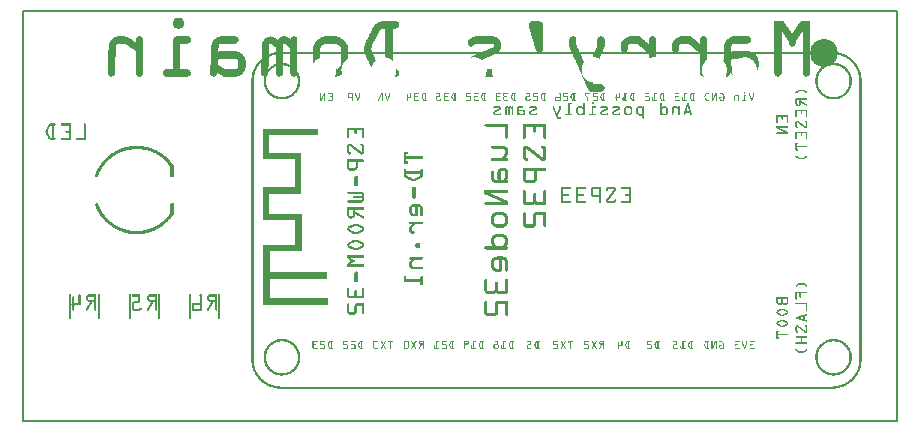
<source format=gbo>
G04 MADE WITH FRITZING*
G04 WWW.FRITZING.ORG*
G04 DOUBLE SIDED*
G04 HOLES PLATED*
G04 CONTOUR ON CENTER OF CONTOUR VECTOR*
%ASAXBY*%
%FSLAX23Y23*%
%MOIN*%
%OFA0B0*%
%SFA1.0B1.0*%
%ADD10C,0.093181*%
%ADD11R,2.920380X1.374570X2.904380X1.358570*%
%ADD12C,0.008000*%
%ADD13C,0.006000*%
%ADD14R,0.001000X0.001000*%
%LNSILK0*%
G90*
G70*
G54D10*
X2672Y1232D03*
X2672Y1232D03*
G54D12*
X4Y1371D02*
X2916Y1371D01*
X2916Y4D01*
X4Y4D01*
X4Y1371D01*
D02*
G54D13*
X258Y348D02*
X258Y428D01*
D02*
X160Y349D02*
X160Y428D01*
D02*
X458Y348D02*
X458Y428D01*
D02*
X360Y349D02*
X360Y428D01*
D02*
X658Y348D02*
X658Y428D01*
D02*
X560Y349D02*
X560Y428D01*
G54D14*
X512Y1347D02*
X532Y1347D01*
X510Y1346D02*
X534Y1346D01*
X509Y1345D02*
X535Y1345D01*
X508Y1344D02*
X536Y1344D01*
X507Y1343D02*
X537Y1343D01*
X506Y1342D02*
X538Y1342D01*
X506Y1341D02*
X538Y1341D01*
X505Y1340D02*
X539Y1340D01*
X505Y1339D02*
X539Y1339D01*
X505Y1338D02*
X539Y1338D01*
X505Y1337D02*
X539Y1337D01*
X1196Y1337D02*
X1251Y1337D01*
X1697Y1337D02*
X1728Y1337D01*
X2509Y1337D02*
X2539Y1337D01*
X2596Y1337D02*
X2626Y1337D01*
X505Y1336D02*
X539Y1336D01*
X1192Y1336D02*
X1253Y1336D01*
X1695Y1336D02*
X1730Y1336D01*
X2509Y1336D02*
X2539Y1336D01*
X2596Y1336D02*
X2626Y1336D01*
X505Y1335D02*
X539Y1335D01*
X1190Y1335D02*
X1254Y1335D01*
X1694Y1335D02*
X1732Y1335D01*
X2509Y1335D02*
X2540Y1335D01*
X2595Y1335D02*
X2626Y1335D01*
X505Y1334D02*
X539Y1334D01*
X1188Y1334D02*
X1255Y1334D01*
X1693Y1334D02*
X1733Y1334D01*
X2509Y1334D02*
X2541Y1334D01*
X2594Y1334D02*
X2626Y1334D01*
X505Y1333D02*
X539Y1333D01*
X1186Y1333D02*
X1256Y1333D01*
X1692Y1333D02*
X1733Y1333D01*
X2509Y1333D02*
X2541Y1333D01*
X2593Y1333D02*
X2626Y1333D01*
X505Y1332D02*
X539Y1332D01*
X1184Y1332D02*
X1256Y1332D01*
X1691Y1332D02*
X1734Y1332D01*
X2509Y1332D02*
X2542Y1332D01*
X2593Y1332D02*
X2626Y1332D01*
X505Y1331D02*
X539Y1331D01*
X1183Y1331D02*
X1257Y1331D01*
X1691Y1331D02*
X1735Y1331D01*
X2509Y1331D02*
X2543Y1331D01*
X2592Y1331D02*
X2626Y1331D01*
X505Y1330D02*
X539Y1330D01*
X1181Y1330D02*
X1257Y1330D01*
X1690Y1330D02*
X1735Y1330D01*
X2509Y1330D02*
X2543Y1330D01*
X2591Y1330D02*
X2626Y1330D01*
X505Y1329D02*
X539Y1329D01*
X1180Y1329D02*
X1258Y1329D01*
X1690Y1329D02*
X1736Y1329D01*
X2509Y1329D02*
X2544Y1329D01*
X2591Y1329D02*
X2626Y1329D01*
X505Y1328D02*
X539Y1328D01*
X1179Y1328D02*
X1258Y1328D01*
X1690Y1328D02*
X1736Y1328D01*
X2509Y1328D02*
X2545Y1328D01*
X2590Y1328D02*
X2626Y1328D01*
X505Y1327D02*
X539Y1327D01*
X1178Y1327D02*
X1258Y1327D01*
X1690Y1327D02*
X1736Y1327D01*
X2509Y1327D02*
X2545Y1327D01*
X2589Y1327D02*
X2626Y1327D01*
X505Y1326D02*
X539Y1326D01*
X1177Y1326D02*
X1258Y1326D01*
X1689Y1326D02*
X1736Y1326D01*
X2509Y1326D02*
X2546Y1326D01*
X2589Y1326D02*
X2626Y1326D01*
X505Y1325D02*
X539Y1325D01*
X1176Y1325D02*
X1258Y1325D01*
X1690Y1325D02*
X1736Y1325D01*
X2509Y1325D02*
X2547Y1325D01*
X2588Y1325D02*
X2626Y1325D01*
X505Y1324D02*
X539Y1324D01*
X1175Y1324D02*
X1258Y1324D01*
X1690Y1324D02*
X1736Y1324D01*
X2509Y1324D02*
X2548Y1324D01*
X2587Y1324D02*
X2626Y1324D01*
X505Y1323D02*
X539Y1323D01*
X1175Y1323D02*
X1258Y1323D01*
X1690Y1323D02*
X1736Y1323D01*
X2509Y1323D02*
X2548Y1323D01*
X2586Y1323D02*
X2626Y1323D01*
X505Y1322D02*
X539Y1322D01*
X1174Y1322D02*
X1257Y1322D01*
X1690Y1322D02*
X1736Y1322D01*
X2509Y1322D02*
X2549Y1322D01*
X2586Y1322D02*
X2626Y1322D01*
X506Y1321D02*
X538Y1321D01*
X1173Y1321D02*
X1257Y1321D01*
X1690Y1321D02*
X1736Y1321D01*
X2509Y1321D02*
X2550Y1321D01*
X2585Y1321D02*
X2626Y1321D01*
X506Y1320D02*
X538Y1320D01*
X1173Y1320D02*
X1257Y1320D01*
X1691Y1320D02*
X1736Y1320D01*
X2509Y1320D02*
X2550Y1320D01*
X2584Y1320D02*
X2626Y1320D01*
X507Y1319D02*
X537Y1319D01*
X1172Y1319D02*
X1256Y1319D01*
X1691Y1319D02*
X1736Y1319D01*
X2509Y1319D02*
X2551Y1319D01*
X2584Y1319D02*
X2626Y1319D01*
X508Y1318D02*
X536Y1318D01*
X1171Y1318D02*
X1255Y1318D01*
X1691Y1318D02*
X1736Y1318D01*
X2509Y1318D02*
X2552Y1318D01*
X2583Y1318D02*
X2626Y1318D01*
X509Y1317D02*
X535Y1317D01*
X1171Y1317D02*
X1254Y1317D01*
X1692Y1317D02*
X1736Y1317D01*
X2509Y1317D02*
X2552Y1317D01*
X2582Y1317D02*
X2626Y1317D01*
X510Y1316D02*
X534Y1316D01*
X1170Y1316D02*
X1253Y1316D01*
X1692Y1316D02*
X1736Y1316D01*
X2509Y1316D02*
X2553Y1316D01*
X2581Y1316D02*
X2626Y1316D01*
X512Y1315D02*
X532Y1315D01*
X1170Y1315D02*
X1251Y1315D01*
X1692Y1315D02*
X1736Y1315D01*
X2509Y1315D02*
X2554Y1315D01*
X2581Y1315D02*
X2626Y1315D01*
X516Y1314D02*
X527Y1314D01*
X1169Y1314D02*
X1246Y1314D01*
X1692Y1314D02*
X1736Y1314D01*
X2509Y1314D02*
X2555Y1314D01*
X2580Y1314D02*
X2626Y1314D01*
X1169Y1313D02*
X1198Y1313D01*
X1212Y1313D02*
X1235Y1313D01*
X1693Y1313D02*
X1736Y1313D01*
X2509Y1313D02*
X2555Y1313D01*
X2579Y1313D02*
X2626Y1313D01*
X1168Y1312D02*
X1196Y1312D01*
X1212Y1312D02*
X1235Y1312D01*
X1693Y1312D02*
X1736Y1312D01*
X2509Y1312D02*
X2556Y1312D01*
X2579Y1312D02*
X2626Y1312D01*
X1168Y1311D02*
X1195Y1311D01*
X1212Y1311D02*
X1235Y1311D01*
X1693Y1311D02*
X1736Y1311D01*
X2509Y1311D02*
X2557Y1311D01*
X2578Y1311D02*
X2626Y1311D01*
X1167Y1310D02*
X1194Y1310D01*
X1212Y1310D02*
X1235Y1310D01*
X1694Y1310D02*
X1736Y1310D01*
X2509Y1310D02*
X2557Y1310D01*
X2577Y1310D02*
X2626Y1310D01*
X1167Y1309D02*
X1193Y1309D01*
X1212Y1309D02*
X1235Y1309D01*
X1694Y1309D02*
X1736Y1309D01*
X2509Y1309D02*
X2558Y1309D01*
X2577Y1309D02*
X2626Y1309D01*
X1166Y1308D02*
X1192Y1308D01*
X1212Y1308D02*
X1235Y1308D01*
X1694Y1308D02*
X1736Y1308D01*
X2509Y1308D02*
X2559Y1308D01*
X2576Y1308D02*
X2626Y1308D01*
X1166Y1307D02*
X1192Y1307D01*
X1212Y1307D02*
X1235Y1307D01*
X1694Y1307D02*
X1736Y1307D01*
X2509Y1307D02*
X2559Y1307D01*
X2575Y1307D02*
X2626Y1307D01*
X1165Y1306D02*
X1191Y1306D01*
X1212Y1306D02*
X1235Y1306D01*
X1695Y1306D02*
X1736Y1306D01*
X2509Y1306D02*
X2560Y1306D01*
X2574Y1306D02*
X2626Y1306D01*
X1165Y1305D02*
X1191Y1305D01*
X1212Y1305D02*
X1235Y1305D01*
X1695Y1305D02*
X1736Y1305D01*
X2509Y1305D02*
X2561Y1305D01*
X2574Y1305D02*
X2626Y1305D01*
X1164Y1304D02*
X1190Y1304D01*
X1212Y1304D02*
X1235Y1304D01*
X1695Y1304D02*
X1736Y1304D01*
X2509Y1304D02*
X2562Y1304D01*
X2573Y1304D02*
X2626Y1304D01*
X1164Y1303D02*
X1190Y1303D01*
X1212Y1303D02*
X1235Y1303D01*
X1696Y1303D02*
X1736Y1303D01*
X2509Y1303D02*
X2532Y1303D01*
X2534Y1303D02*
X2562Y1303D01*
X2572Y1303D02*
X2601Y1303D01*
X2603Y1303D02*
X2626Y1303D01*
X1163Y1302D02*
X1189Y1302D01*
X1212Y1302D02*
X1235Y1302D01*
X1696Y1302D02*
X1736Y1302D01*
X2509Y1302D02*
X2532Y1302D01*
X2535Y1302D02*
X2563Y1302D01*
X2572Y1302D02*
X2600Y1302D01*
X2603Y1302D02*
X2626Y1302D01*
X1163Y1301D02*
X1189Y1301D01*
X1212Y1301D02*
X1235Y1301D01*
X1696Y1301D02*
X1736Y1301D01*
X2509Y1301D02*
X2532Y1301D01*
X2536Y1301D02*
X2564Y1301D01*
X2571Y1301D02*
X2599Y1301D01*
X2603Y1301D02*
X2626Y1301D01*
X1162Y1300D02*
X1188Y1300D01*
X1212Y1300D02*
X1235Y1300D01*
X1697Y1300D02*
X1736Y1300D01*
X2509Y1300D02*
X2532Y1300D01*
X2536Y1300D02*
X2564Y1300D01*
X2570Y1300D02*
X2599Y1300D01*
X2603Y1300D02*
X2626Y1300D01*
X1162Y1299D02*
X1188Y1299D01*
X1212Y1299D02*
X1235Y1299D01*
X1697Y1299D02*
X1736Y1299D01*
X2509Y1299D02*
X2532Y1299D01*
X2537Y1299D02*
X2565Y1299D01*
X2570Y1299D02*
X2598Y1299D01*
X2603Y1299D02*
X2626Y1299D01*
X1161Y1298D02*
X1187Y1298D01*
X1212Y1298D02*
X1235Y1298D01*
X1697Y1298D02*
X1736Y1298D01*
X2509Y1298D02*
X2532Y1298D01*
X2538Y1298D02*
X2566Y1298D01*
X2569Y1298D02*
X2597Y1298D01*
X2603Y1298D02*
X2626Y1298D01*
X1161Y1297D02*
X1187Y1297D01*
X1212Y1297D02*
X1235Y1297D01*
X1697Y1297D02*
X1736Y1297D01*
X2509Y1297D02*
X2532Y1297D01*
X2538Y1297D02*
X2566Y1297D01*
X2568Y1297D02*
X2596Y1297D01*
X2603Y1297D02*
X2626Y1297D01*
X1160Y1296D02*
X1186Y1296D01*
X1212Y1296D02*
X1235Y1296D01*
X1698Y1296D02*
X1736Y1296D01*
X2509Y1296D02*
X2532Y1296D01*
X2539Y1296D02*
X2596Y1296D01*
X2603Y1296D02*
X2626Y1296D01*
X1160Y1295D02*
X1186Y1295D01*
X1212Y1295D02*
X1235Y1295D01*
X1698Y1295D02*
X1736Y1295D01*
X2509Y1295D02*
X2532Y1295D01*
X2540Y1295D02*
X2595Y1295D01*
X2603Y1295D02*
X2626Y1295D01*
X1159Y1294D02*
X1185Y1294D01*
X1212Y1294D02*
X1235Y1294D01*
X1698Y1294D02*
X1736Y1294D01*
X2509Y1294D02*
X2532Y1294D01*
X2540Y1294D02*
X2594Y1294D01*
X2603Y1294D02*
X2626Y1294D01*
X1159Y1293D02*
X1185Y1293D01*
X1212Y1293D02*
X1235Y1293D01*
X1699Y1293D02*
X1736Y1293D01*
X2509Y1293D02*
X2532Y1293D01*
X2541Y1293D02*
X2594Y1293D01*
X2603Y1293D02*
X2626Y1293D01*
X1158Y1292D02*
X1184Y1292D01*
X1212Y1292D02*
X1235Y1292D01*
X1699Y1292D02*
X1736Y1292D01*
X2509Y1292D02*
X2532Y1292D01*
X2542Y1292D02*
X2593Y1292D01*
X2603Y1292D02*
X2626Y1292D01*
X1158Y1291D02*
X1184Y1291D01*
X1212Y1291D02*
X1235Y1291D01*
X1699Y1291D02*
X1736Y1291D01*
X2509Y1291D02*
X2532Y1291D01*
X2543Y1291D02*
X2592Y1291D01*
X2603Y1291D02*
X2626Y1291D01*
X1157Y1290D02*
X1183Y1290D01*
X1212Y1290D02*
X1235Y1290D01*
X1699Y1290D02*
X1736Y1290D01*
X2509Y1290D02*
X2532Y1290D01*
X2543Y1290D02*
X2592Y1290D01*
X2603Y1290D02*
X2626Y1290D01*
X1157Y1289D02*
X1183Y1289D01*
X1212Y1289D02*
X1235Y1289D01*
X1700Y1289D02*
X1736Y1289D01*
X2509Y1289D02*
X2532Y1289D01*
X2544Y1289D02*
X2591Y1289D01*
X2603Y1289D02*
X2626Y1289D01*
X1156Y1288D02*
X1182Y1288D01*
X1212Y1288D02*
X1235Y1288D01*
X1700Y1288D02*
X1736Y1288D01*
X2509Y1288D02*
X2532Y1288D01*
X2545Y1288D02*
X2590Y1288D01*
X2603Y1288D02*
X2626Y1288D01*
X318Y1287D02*
X344Y1287D01*
X389Y1287D02*
X396Y1287D01*
X513Y1287D02*
X555Y1287D01*
X660Y1287D02*
X714Y1287D01*
X829Y1287D02*
X830Y1287D01*
X869Y1287D02*
X881Y1287D01*
X903Y1287D02*
X910Y1287D01*
X1007Y1287D02*
X1051Y1287D01*
X1156Y1287D02*
X1182Y1287D01*
X1212Y1287D02*
X1235Y1287D01*
X1510Y1287D02*
X1574Y1287D01*
X1700Y1287D02*
X1736Y1287D01*
X1833Y1287D02*
X1840Y1287D01*
X1927Y1287D02*
X1934Y1287D01*
X2024Y1287D02*
X2059Y1287D01*
X2098Y1287D02*
X2105Y1287D01*
X2195Y1287D02*
X2230Y1287D01*
X2269Y1287D02*
X2276Y1287D01*
X2369Y1287D02*
X2424Y1287D01*
X2509Y1287D02*
X2532Y1287D01*
X2545Y1287D02*
X2589Y1287D01*
X2603Y1287D02*
X2626Y1287D01*
X314Y1286D02*
X348Y1286D01*
X386Y1286D02*
X398Y1286D01*
X511Y1286D02*
X557Y1286D01*
X656Y1286D02*
X716Y1286D01*
X822Y1286D02*
X836Y1286D01*
X865Y1286D02*
X884Y1286D01*
X901Y1286D02*
X912Y1286D01*
X1004Y1286D02*
X1054Y1286D01*
X1155Y1286D02*
X1181Y1286D01*
X1212Y1286D02*
X1235Y1286D01*
X1506Y1286D02*
X1577Y1286D01*
X1701Y1286D02*
X1736Y1286D01*
X1831Y1286D02*
X1842Y1286D01*
X1925Y1286D02*
X1936Y1286D01*
X2021Y1286D02*
X2061Y1286D01*
X2096Y1286D02*
X2107Y1286D01*
X2192Y1286D02*
X2232Y1286D01*
X2267Y1286D02*
X2278Y1286D01*
X2365Y1286D02*
X2426Y1286D01*
X2509Y1286D02*
X2532Y1286D01*
X2546Y1286D02*
X2589Y1286D01*
X2603Y1286D02*
X2626Y1286D01*
X311Y1285D02*
X351Y1285D01*
X385Y1285D02*
X399Y1285D01*
X509Y1285D02*
X558Y1285D01*
X653Y1285D02*
X718Y1285D01*
X819Y1285D02*
X839Y1285D01*
X863Y1285D02*
X886Y1285D01*
X900Y1285D02*
X914Y1285D01*
X1001Y1285D02*
X1057Y1285D01*
X1155Y1285D02*
X1181Y1285D01*
X1212Y1285D02*
X1235Y1285D01*
X1503Y1285D02*
X1580Y1285D01*
X1701Y1285D02*
X1736Y1285D01*
X1830Y1285D02*
X1844Y1285D01*
X1924Y1285D02*
X1938Y1285D01*
X2018Y1285D02*
X2062Y1285D01*
X2094Y1285D02*
X2108Y1285D01*
X2189Y1285D02*
X2233Y1285D01*
X2265Y1285D02*
X2279Y1285D01*
X2363Y1285D02*
X2427Y1285D01*
X2509Y1285D02*
X2532Y1285D01*
X2547Y1285D02*
X2588Y1285D01*
X2603Y1285D02*
X2626Y1285D01*
X309Y1284D02*
X353Y1284D01*
X384Y1284D02*
X400Y1284D01*
X508Y1284D02*
X559Y1284D01*
X651Y1284D02*
X719Y1284D01*
X817Y1284D02*
X841Y1284D01*
X861Y1284D02*
X888Y1284D01*
X899Y1284D02*
X915Y1284D01*
X999Y1284D02*
X1059Y1284D01*
X1154Y1284D02*
X1180Y1284D01*
X1212Y1284D02*
X1235Y1284D01*
X1501Y1284D02*
X1582Y1284D01*
X1701Y1284D02*
X1736Y1284D01*
X1829Y1284D02*
X1845Y1284D01*
X1922Y1284D02*
X1939Y1284D01*
X2016Y1284D02*
X2063Y1284D01*
X2093Y1284D02*
X2110Y1284D01*
X2187Y1284D02*
X2234Y1284D01*
X2264Y1284D02*
X2280Y1284D01*
X2361Y1284D02*
X2428Y1284D01*
X2509Y1284D02*
X2532Y1284D01*
X2547Y1284D02*
X2587Y1284D01*
X2603Y1284D02*
X2626Y1284D01*
X307Y1283D02*
X355Y1283D01*
X383Y1283D02*
X401Y1283D01*
X507Y1283D02*
X560Y1283D01*
X649Y1283D02*
X719Y1283D01*
X815Y1283D02*
X843Y1283D01*
X860Y1283D02*
X890Y1283D01*
X898Y1283D02*
X916Y1283D01*
X997Y1283D02*
X1061Y1283D01*
X1154Y1283D02*
X1180Y1283D01*
X1212Y1283D02*
X1235Y1283D01*
X1499Y1283D02*
X1583Y1283D01*
X1702Y1283D02*
X1736Y1283D01*
X1828Y1283D02*
X1846Y1283D01*
X1922Y1283D02*
X1939Y1283D01*
X2014Y1283D02*
X2064Y1283D01*
X2093Y1283D02*
X2110Y1283D01*
X2185Y1283D02*
X2235Y1283D01*
X2263Y1283D02*
X2281Y1283D01*
X2359Y1283D02*
X2429Y1283D01*
X2509Y1283D02*
X2532Y1283D01*
X2548Y1283D02*
X2587Y1283D01*
X2603Y1283D02*
X2626Y1283D01*
X306Y1282D02*
X357Y1282D01*
X382Y1282D02*
X402Y1282D01*
X507Y1282D02*
X561Y1282D01*
X648Y1282D02*
X720Y1282D01*
X814Y1282D02*
X845Y1282D01*
X858Y1282D02*
X892Y1282D01*
X897Y1282D02*
X916Y1282D01*
X995Y1282D02*
X1063Y1282D01*
X1153Y1282D02*
X1179Y1282D01*
X1212Y1282D02*
X1235Y1282D01*
X1498Y1282D02*
X1585Y1282D01*
X1702Y1282D02*
X1736Y1282D01*
X1827Y1282D02*
X1846Y1282D01*
X1921Y1282D02*
X1940Y1282D01*
X2012Y1282D02*
X2065Y1282D01*
X2092Y1282D02*
X2111Y1282D01*
X2183Y1282D02*
X2236Y1282D01*
X2263Y1282D02*
X2282Y1282D01*
X2357Y1282D02*
X2430Y1282D01*
X2509Y1282D02*
X2532Y1282D01*
X2549Y1282D02*
X2586Y1282D01*
X2603Y1282D02*
X2626Y1282D01*
X304Y1281D02*
X359Y1281D01*
X382Y1281D02*
X402Y1281D01*
X506Y1281D02*
X562Y1281D01*
X646Y1281D02*
X721Y1281D01*
X812Y1281D02*
X846Y1281D01*
X857Y1281D02*
X893Y1281D01*
X897Y1281D02*
X917Y1281D01*
X994Y1281D02*
X1064Y1281D01*
X1153Y1281D02*
X1179Y1281D01*
X1212Y1281D02*
X1235Y1281D01*
X1496Y1281D02*
X1586Y1281D01*
X1702Y1281D02*
X1736Y1281D01*
X1826Y1281D02*
X1847Y1281D01*
X1920Y1281D02*
X1941Y1281D01*
X2011Y1281D02*
X2066Y1281D01*
X2091Y1281D02*
X2112Y1281D01*
X2182Y1281D02*
X2237Y1281D01*
X2262Y1281D02*
X2283Y1281D01*
X2356Y1281D02*
X2430Y1281D01*
X2509Y1281D02*
X2532Y1281D01*
X2550Y1281D02*
X2585Y1281D01*
X2603Y1281D02*
X2626Y1281D01*
X303Y1280D02*
X360Y1280D01*
X381Y1280D02*
X403Y1280D01*
X506Y1280D02*
X562Y1280D01*
X645Y1280D02*
X721Y1280D01*
X811Y1280D02*
X847Y1280D01*
X856Y1280D02*
X894Y1280D01*
X896Y1280D02*
X917Y1280D01*
X993Y1280D02*
X1065Y1280D01*
X1152Y1280D02*
X1178Y1280D01*
X1212Y1280D02*
X1235Y1280D01*
X1495Y1280D02*
X1587Y1280D01*
X1702Y1280D02*
X1736Y1280D01*
X1826Y1280D02*
X1847Y1280D01*
X1920Y1280D02*
X1941Y1280D01*
X2010Y1280D02*
X2068Y1280D01*
X2091Y1280D02*
X2112Y1280D01*
X2181Y1280D02*
X2239Y1280D01*
X2262Y1280D02*
X2283Y1280D01*
X2354Y1280D02*
X2431Y1280D01*
X2509Y1280D02*
X2532Y1280D01*
X2550Y1280D02*
X2584Y1280D01*
X2603Y1280D02*
X2626Y1280D01*
X302Y1279D02*
X362Y1279D01*
X381Y1279D02*
X403Y1279D01*
X505Y1279D02*
X562Y1279D01*
X644Y1279D02*
X721Y1279D01*
X810Y1279D02*
X849Y1279D01*
X855Y1279D02*
X918Y1279D01*
X992Y1279D02*
X1066Y1279D01*
X1152Y1279D02*
X1178Y1279D01*
X1212Y1279D02*
X1235Y1279D01*
X1494Y1279D02*
X1588Y1279D01*
X1703Y1279D02*
X1736Y1279D01*
X1826Y1279D02*
X1848Y1279D01*
X1920Y1279D02*
X1941Y1279D01*
X2009Y1279D02*
X2069Y1279D01*
X2090Y1279D02*
X2112Y1279D01*
X2179Y1279D02*
X2240Y1279D01*
X2261Y1279D02*
X2283Y1279D01*
X2353Y1279D02*
X2431Y1279D01*
X2509Y1279D02*
X2532Y1279D01*
X2551Y1279D02*
X2584Y1279D01*
X2603Y1279D02*
X2626Y1279D01*
X301Y1278D02*
X363Y1278D01*
X381Y1278D02*
X403Y1278D01*
X505Y1278D02*
X563Y1278D01*
X643Y1278D02*
X722Y1278D01*
X809Y1278D02*
X850Y1278D01*
X854Y1278D02*
X918Y1278D01*
X990Y1278D02*
X1068Y1278D01*
X1151Y1278D02*
X1177Y1278D01*
X1212Y1278D02*
X1235Y1278D01*
X1493Y1278D02*
X1589Y1278D01*
X1703Y1278D02*
X1736Y1278D01*
X1825Y1278D02*
X1848Y1278D01*
X1919Y1278D02*
X1942Y1278D01*
X2007Y1278D02*
X2070Y1278D01*
X2090Y1278D02*
X2113Y1278D01*
X2178Y1278D02*
X2241Y1278D01*
X2261Y1278D02*
X2284Y1278D01*
X2352Y1278D02*
X2431Y1278D01*
X2509Y1278D02*
X2532Y1278D01*
X2552Y1278D02*
X2583Y1278D01*
X2603Y1278D02*
X2626Y1278D01*
X300Y1277D02*
X365Y1277D01*
X381Y1277D02*
X403Y1277D01*
X505Y1277D02*
X563Y1277D01*
X642Y1277D02*
X722Y1277D01*
X808Y1277D02*
X851Y1277D01*
X853Y1277D02*
X918Y1277D01*
X989Y1277D02*
X1069Y1277D01*
X1151Y1277D02*
X1177Y1277D01*
X1212Y1277D02*
X1235Y1277D01*
X1492Y1277D02*
X1590Y1277D01*
X1703Y1277D02*
X1736Y1277D01*
X1825Y1277D02*
X1848Y1277D01*
X1919Y1277D02*
X1942Y1277D01*
X2006Y1277D02*
X2071Y1277D01*
X2090Y1277D02*
X2113Y1277D01*
X2177Y1277D02*
X2242Y1277D01*
X2261Y1277D02*
X2284Y1277D01*
X2351Y1277D02*
X2431Y1277D01*
X2509Y1277D02*
X2532Y1277D01*
X2552Y1277D02*
X2582Y1277D01*
X2603Y1277D02*
X2626Y1277D01*
X299Y1276D02*
X366Y1276D01*
X381Y1276D02*
X403Y1276D01*
X505Y1276D02*
X563Y1276D01*
X641Y1276D02*
X722Y1276D01*
X807Y1276D02*
X918Y1276D01*
X988Y1276D02*
X1070Y1276D01*
X1150Y1276D02*
X1176Y1276D01*
X1212Y1276D02*
X1235Y1276D01*
X1491Y1276D02*
X1591Y1276D01*
X1704Y1276D02*
X1736Y1276D01*
X1825Y1276D02*
X1848Y1276D01*
X1919Y1276D02*
X1942Y1276D01*
X2005Y1276D02*
X2072Y1276D01*
X2090Y1276D02*
X2113Y1276D01*
X2176Y1276D02*
X2243Y1276D01*
X2261Y1276D02*
X2284Y1276D01*
X2350Y1276D02*
X2431Y1276D01*
X2509Y1276D02*
X2532Y1276D01*
X2553Y1276D02*
X2582Y1276D01*
X2603Y1276D02*
X2626Y1276D01*
X298Y1275D02*
X368Y1275D01*
X381Y1275D02*
X403Y1275D01*
X505Y1275D02*
X563Y1275D01*
X640Y1275D02*
X722Y1275D01*
X806Y1275D02*
X918Y1275D01*
X987Y1275D02*
X1071Y1275D01*
X1150Y1275D02*
X1176Y1275D01*
X1212Y1275D02*
X1235Y1275D01*
X1490Y1275D02*
X1592Y1275D01*
X1704Y1275D02*
X1736Y1275D01*
X1825Y1275D02*
X1848Y1275D01*
X1919Y1275D02*
X1942Y1275D01*
X2005Y1275D02*
X2073Y1275D01*
X2090Y1275D02*
X2113Y1275D01*
X2176Y1275D02*
X2244Y1275D01*
X2261Y1275D02*
X2284Y1275D01*
X2349Y1275D02*
X2431Y1275D01*
X2509Y1275D02*
X2532Y1275D01*
X2554Y1275D02*
X2581Y1275D01*
X2603Y1275D02*
X2626Y1275D01*
X297Y1274D02*
X370Y1274D01*
X381Y1274D02*
X403Y1274D01*
X505Y1274D02*
X563Y1274D01*
X639Y1274D02*
X722Y1274D01*
X806Y1274D02*
X918Y1274D01*
X985Y1274D02*
X1072Y1274D01*
X1149Y1274D02*
X1175Y1274D01*
X1212Y1274D02*
X1235Y1274D01*
X1489Y1274D02*
X1592Y1274D01*
X1704Y1274D02*
X1736Y1274D01*
X1825Y1274D02*
X1848Y1274D01*
X1919Y1274D02*
X1942Y1274D01*
X2004Y1274D02*
X2075Y1274D01*
X2090Y1274D02*
X2113Y1274D01*
X2175Y1274D02*
X2246Y1274D01*
X2261Y1274D02*
X2284Y1274D01*
X2348Y1274D02*
X2431Y1274D01*
X2509Y1274D02*
X2532Y1274D01*
X2554Y1274D02*
X2580Y1274D01*
X2603Y1274D02*
X2626Y1274D01*
X296Y1273D02*
X371Y1273D01*
X381Y1273D02*
X403Y1273D01*
X505Y1273D02*
X563Y1273D01*
X638Y1273D02*
X722Y1273D01*
X805Y1273D02*
X918Y1273D01*
X984Y1273D02*
X1073Y1273D01*
X1149Y1273D02*
X1175Y1273D01*
X1212Y1273D02*
X1235Y1273D01*
X1488Y1273D02*
X1593Y1273D01*
X1704Y1273D02*
X1736Y1273D01*
X1825Y1273D02*
X1848Y1273D01*
X1919Y1273D02*
X1942Y1273D01*
X2003Y1273D02*
X2076Y1273D01*
X2090Y1273D02*
X2113Y1273D01*
X2174Y1273D02*
X2247Y1273D01*
X2261Y1273D02*
X2284Y1273D01*
X2348Y1273D02*
X2431Y1273D01*
X2509Y1273D02*
X2532Y1273D01*
X2555Y1273D02*
X2580Y1273D01*
X2603Y1273D02*
X2626Y1273D01*
X296Y1272D02*
X373Y1272D01*
X381Y1272D02*
X403Y1272D01*
X505Y1272D02*
X562Y1272D01*
X638Y1272D02*
X721Y1272D01*
X804Y1272D02*
X918Y1272D01*
X983Y1272D02*
X1075Y1272D01*
X1148Y1272D02*
X1174Y1272D01*
X1212Y1272D02*
X1235Y1272D01*
X1488Y1272D02*
X1594Y1272D01*
X1705Y1272D02*
X1736Y1272D01*
X1825Y1272D02*
X1848Y1272D01*
X1919Y1272D02*
X1942Y1272D01*
X2002Y1272D02*
X2077Y1272D01*
X2090Y1272D02*
X2113Y1272D01*
X2173Y1272D02*
X2248Y1272D01*
X2261Y1272D02*
X2284Y1272D01*
X2347Y1272D02*
X2431Y1272D01*
X2509Y1272D02*
X2532Y1272D01*
X2556Y1272D02*
X2579Y1272D01*
X2603Y1272D02*
X2626Y1272D01*
X295Y1271D02*
X374Y1271D01*
X381Y1271D02*
X403Y1271D01*
X505Y1271D02*
X562Y1271D01*
X637Y1271D02*
X721Y1271D01*
X804Y1271D02*
X918Y1271D01*
X982Y1271D02*
X1076Y1271D01*
X1148Y1271D02*
X1173Y1271D01*
X1212Y1271D02*
X1235Y1271D01*
X1487Y1271D02*
X1594Y1271D01*
X1705Y1271D02*
X1736Y1271D01*
X1825Y1271D02*
X1848Y1271D01*
X1919Y1271D02*
X1942Y1271D01*
X2002Y1271D02*
X2078Y1271D01*
X2090Y1271D02*
X2113Y1271D01*
X2172Y1271D02*
X2249Y1271D01*
X2261Y1271D02*
X2284Y1271D01*
X2346Y1271D02*
X2430Y1271D01*
X2509Y1271D02*
X2532Y1271D01*
X2556Y1271D02*
X2579Y1271D01*
X2603Y1271D02*
X2626Y1271D01*
X294Y1270D02*
X376Y1270D01*
X381Y1270D02*
X403Y1270D01*
X505Y1270D02*
X561Y1270D01*
X636Y1270D02*
X720Y1270D01*
X803Y1270D02*
X918Y1270D01*
X981Y1270D02*
X1077Y1270D01*
X1147Y1270D02*
X1173Y1270D01*
X1212Y1270D02*
X1235Y1270D01*
X1487Y1270D02*
X1595Y1270D01*
X1705Y1270D02*
X1736Y1270D01*
X1825Y1270D02*
X1848Y1270D01*
X1919Y1270D02*
X1942Y1270D01*
X2001Y1270D02*
X2079Y1270D01*
X2090Y1270D02*
X2113Y1270D01*
X2172Y1270D02*
X2250Y1270D01*
X2261Y1270D02*
X2284Y1270D01*
X2346Y1270D02*
X2430Y1270D01*
X2509Y1270D02*
X2532Y1270D01*
X2556Y1270D02*
X2579Y1270D01*
X2603Y1270D02*
X2626Y1270D01*
X294Y1269D02*
X377Y1269D01*
X381Y1269D02*
X403Y1269D01*
X505Y1269D02*
X561Y1269D01*
X636Y1269D02*
X720Y1269D01*
X803Y1269D02*
X918Y1269D01*
X980Y1269D02*
X1078Y1269D01*
X1147Y1269D02*
X1172Y1269D01*
X1212Y1269D02*
X1235Y1269D01*
X1486Y1269D02*
X1595Y1269D01*
X1706Y1269D02*
X1736Y1269D01*
X1825Y1269D02*
X1848Y1269D01*
X1919Y1269D02*
X1942Y1269D01*
X2000Y1269D02*
X2080Y1269D01*
X2090Y1269D02*
X2113Y1269D01*
X2171Y1269D02*
X2251Y1269D01*
X2261Y1269D02*
X2284Y1269D01*
X2345Y1269D02*
X2429Y1269D01*
X2509Y1269D02*
X2532Y1269D01*
X2556Y1269D02*
X2579Y1269D01*
X2603Y1269D02*
X2626Y1269D01*
X293Y1268D02*
X403Y1268D01*
X505Y1268D02*
X560Y1268D01*
X635Y1268D02*
X719Y1268D01*
X803Y1268D02*
X918Y1268D01*
X979Y1268D02*
X1079Y1268D01*
X1146Y1268D02*
X1172Y1268D01*
X1212Y1268D02*
X1235Y1268D01*
X1486Y1268D02*
X1596Y1268D01*
X1706Y1268D02*
X1736Y1268D01*
X1825Y1268D02*
X1848Y1268D01*
X1919Y1268D02*
X1942Y1268D01*
X2000Y1268D02*
X2082Y1268D01*
X2090Y1268D02*
X2113Y1268D01*
X2171Y1268D02*
X2253Y1268D01*
X2261Y1268D02*
X2284Y1268D01*
X2345Y1268D02*
X2428Y1268D01*
X2509Y1268D02*
X2532Y1268D01*
X2556Y1268D02*
X2579Y1268D01*
X2603Y1268D02*
X2626Y1268D01*
X293Y1267D02*
X403Y1267D01*
X505Y1267D02*
X559Y1267D01*
X635Y1267D02*
X718Y1267D01*
X802Y1267D02*
X918Y1267D01*
X978Y1267D02*
X1079Y1267D01*
X1146Y1267D02*
X1171Y1267D01*
X1212Y1267D02*
X1235Y1267D01*
X1486Y1267D02*
X1596Y1267D01*
X1706Y1267D02*
X1736Y1267D01*
X1825Y1267D02*
X1848Y1267D01*
X1919Y1267D02*
X1942Y1267D01*
X1999Y1267D02*
X2083Y1267D01*
X2090Y1267D02*
X2113Y1267D01*
X2170Y1267D02*
X2254Y1267D01*
X2261Y1267D02*
X2284Y1267D01*
X2344Y1267D02*
X2427Y1267D01*
X2509Y1267D02*
X2532Y1267D01*
X2556Y1267D02*
X2579Y1267D01*
X2603Y1267D02*
X2626Y1267D01*
X292Y1266D02*
X403Y1266D01*
X505Y1266D02*
X558Y1266D01*
X634Y1266D02*
X717Y1266D01*
X802Y1266D02*
X918Y1266D01*
X977Y1266D02*
X1080Y1266D01*
X1146Y1266D02*
X1171Y1266D01*
X1212Y1266D02*
X1235Y1266D01*
X1486Y1266D02*
X1596Y1266D01*
X1707Y1266D02*
X1736Y1266D01*
X1825Y1266D02*
X1848Y1266D01*
X1919Y1266D02*
X1942Y1266D01*
X1999Y1266D02*
X2084Y1266D01*
X2090Y1266D02*
X2113Y1266D01*
X2170Y1266D02*
X2255Y1266D01*
X2261Y1266D02*
X2284Y1266D01*
X2344Y1266D02*
X2426Y1266D01*
X2509Y1266D02*
X2532Y1266D01*
X2556Y1266D02*
X2579Y1266D01*
X2603Y1266D02*
X2626Y1266D01*
X292Y1265D02*
X403Y1265D01*
X505Y1265D02*
X556Y1265D01*
X634Y1265D02*
X715Y1265D01*
X802Y1265D02*
X918Y1265D01*
X977Y1265D02*
X1081Y1265D01*
X1145Y1265D02*
X1170Y1265D01*
X1212Y1265D02*
X1235Y1265D01*
X1486Y1265D02*
X1596Y1265D01*
X1707Y1265D02*
X1736Y1265D01*
X1825Y1265D02*
X1848Y1265D01*
X1919Y1265D02*
X1942Y1265D01*
X1998Y1265D02*
X2085Y1265D01*
X2090Y1265D02*
X2113Y1265D01*
X2169Y1265D02*
X2256Y1265D01*
X2261Y1265D02*
X2284Y1265D01*
X2343Y1265D02*
X2425Y1265D01*
X2509Y1265D02*
X2532Y1265D01*
X2556Y1265D02*
X2579Y1265D01*
X2603Y1265D02*
X2626Y1265D01*
X292Y1264D02*
X403Y1264D01*
X505Y1264D02*
X552Y1264D01*
X634Y1264D02*
X712Y1264D01*
X802Y1264D02*
X918Y1264D01*
X976Y1264D02*
X1081Y1264D01*
X1145Y1264D02*
X1170Y1264D01*
X1212Y1264D02*
X1235Y1264D01*
X1486Y1264D02*
X1597Y1264D01*
X1707Y1264D02*
X1736Y1264D01*
X1825Y1264D02*
X1848Y1264D01*
X1919Y1264D02*
X1942Y1264D01*
X1998Y1264D02*
X2086Y1264D01*
X2090Y1264D02*
X2113Y1264D01*
X2169Y1264D02*
X2257Y1264D01*
X2261Y1264D02*
X2284Y1264D01*
X2343Y1264D02*
X2421Y1264D01*
X2509Y1264D02*
X2532Y1264D01*
X2556Y1264D02*
X2579Y1264D01*
X2603Y1264D02*
X2626Y1264D01*
X291Y1263D02*
X320Y1263D01*
X343Y1263D02*
X403Y1263D01*
X505Y1263D02*
X527Y1263D01*
X633Y1263D02*
X661Y1263D01*
X802Y1263D02*
X826Y1263D01*
X832Y1263D02*
X871Y1263D01*
X879Y1263D02*
X918Y1263D01*
X975Y1263D02*
X1009Y1263D01*
X1049Y1263D02*
X1082Y1263D01*
X1144Y1263D02*
X1169Y1263D01*
X1212Y1263D02*
X1235Y1263D01*
X1486Y1263D02*
X1513Y1263D01*
X1571Y1263D02*
X1597Y1263D01*
X1707Y1263D02*
X1736Y1263D01*
X1825Y1263D02*
X1848Y1263D01*
X1919Y1263D02*
X1942Y1263D01*
X1998Y1263D02*
X2026Y1263D01*
X2052Y1263D02*
X2087Y1263D01*
X2090Y1263D02*
X2113Y1263D01*
X2169Y1263D02*
X2197Y1263D01*
X2223Y1263D02*
X2258Y1263D01*
X2261Y1263D02*
X2284Y1263D01*
X2343Y1263D02*
X2370Y1263D01*
X2509Y1263D02*
X2532Y1263D01*
X2556Y1263D02*
X2578Y1263D01*
X2603Y1263D02*
X2626Y1263D01*
X291Y1262D02*
X318Y1262D01*
X345Y1262D02*
X403Y1262D01*
X505Y1262D02*
X527Y1262D01*
X633Y1262D02*
X659Y1262D01*
X802Y1262D02*
X825Y1262D01*
X833Y1262D02*
X870Y1262D01*
X880Y1262D02*
X918Y1262D01*
X975Y1262D02*
X1007Y1262D01*
X1051Y1262D02*
X1082Y1262D01*
X1144Y1262D02*
X1169Y1262D01*
X1212Y1262D02*
X1235Y1262D01*
X1487Y1262D02*
X1511Y1262D01*
X1573Y1262D02*
X1597Y1262D01*
X1708Y1262D02*
X1736Y1262D01*
X1825Y1262D02*
X1848Y1262D01*
X1919Y1262D02*
X1942Y1262D01*
X1997Y1262D02*
X2024Y1262D01*
X2053Y1262D02*
X2113Y1262D01*
X2168Y1262D02*
X2195Y1262D01*
X2224Y1262D02*
X2284Y1262D01*
X2342Y1262D02*
X2368Y1262D01*
X2509Y1262D02*
X2532Y1262D01*
X2557Y1262D02*
X2578Y1262D01*
X2603Y1262D02*
X2626Y1262D01*
X291Y1261D02*
X317Y1261D01*
X347Y1261D02*
X403Y1261D01*
X505Y1261D02*
X527Y1261D01*
X633Y1261D02*
X658Y1261D01*
X801Y1261D02*
X824Y1261D01*
X834Y1261D02*
X870Y1261D01*
X881Y1261D02*
X918Y1261D01*
X974Y1261D02*
X1005Y1261D01*
X1052Y1261D02*
X1083Y1261D01*
X1144Y1261D02*
X1168Y1261D01*
X1212Y1261D02*
X1235Y1261D01*
X1487Y1261D02*
X1509Y1261D01*
X1573Y1261D02*
X1597Y1261D01*
X1708Y1261D02*
X1736Y1261D01*
X1825Y1261D02*
X1848Y1261D01*
X1919Y1261D02*
X1942Y1261D01*
X1997Y1261D02*
X2023Y1261D01*
X2054Y1261D02*
X2113Y1261D01*
X2168Y1261D02*
X2194Y1261D01*
X2225Y1261D02*
X2284Y1261D01*
X2342Y1261D02*
X2368Y1261D01*
X2509Y1261D02*
X2532Y1261D01*
X2557Y1261D02*
X2578Y1261D01*
X2603Y1261D02*
X2626Y1261D01*
X291Y1260D02*
X316Y1260D01*
X348Y1260D02*
X403Y1260D01*
X505Y1260D02*
X527Y1260D01*
X632Y1260D02*
X657Y1260D01*
X801Y1260D02*
X824Y1260D01*
X835Y1260D02*
X870Y1260D01*
X882Y1260D02*
X918Y1260D01*
X974Y1260D02*
X1004Y1260D01*
X1054Y1260D02*
X1084Y1260D01*
X1144Y1260D02*
X1168Y1260D01*
X1212Y1260D02*
X1235Y1260D01*
X1487Y1260D02*
X1508Y1260D01*
X1574Y1260D02*
X1597Y1260D01*
X1708Y1260D02*
X1736Y1260D01*
X1825Y1260D02*
X1848Y1260D01*
X1919Y1260D02*
X1942Y1260D01*
X1997Y1260D02*
X2022Y1260D01*
X2055Y1260D02*
X2113Y1260D01*
X2168Y1260D02*
X2193Y1260D01*
X2226Y1260D02*
X2284Y1260D01*
X2342Y1260D02*
X2367Y1260D01*
X2509Y1260D02*
X2532Y1260D01*
X2557Y1260D02*
X2577Y1260D01*
X2603Y1260D02*
X2626Y1260D01*
X290Y1259D02*
X315Y1259D01*
X350Y1259D02*
X403Y1259D01*
X505Y1259D02*
X527Y1259D01*
X632Y1259D02*
X657Y1259D01*
X801Y1259D02*
X824Y1259D01*
X836Y1259D02*
X870Y1259D01*
X883Y1259D02*
X918Y1259D01*
X973Y1259D02*
X1002Y1259D01*
X1055Y1259D02*
X1084Y1259D01*
X1143Y1259D02*
X1167Y1259D01*
X1212Y1259D02*
X1235Y1259D01*
X1488Y1259D02*
X1507Y1259D01*
X1574Y1259D02*
X1597Y1259D01*
X1709Y1259D02*
X1736Y1259D01*
X1825Y1259D02*
X1848Y1259D01*
X1919Y1259D02*
X1942Y1259D01*
X1997Y1259D02*
X2021Y1259D01*
X2056Y1259D02*
X2113Y1259D01*
X2168Y1259D02*
X2192Y1259D01*
X2227Y1259D02*
X2284Y1259D01*
X2342Y1259D02*
X2366Y1259D01*
X2509Y1259D02*
X2532Y1259D01*
X2558Y1259D02*
X2577Y1259D01*
X2603Y1259D02*
X2626Y1259D01*
X290Y1258D02*
X314Y1258D01*
X351Y1258D02*
X403Y1258D01*
X505Y1258D02*
X527Y1258D01*
X632Y1258D02*
X656Y1258D01*
X801Y1258D02*
X824Y1258D01*
X837Y1258D02*
X869Y1258D01*
X884Y1258D02*
X918Y1258D01*
X973Y1258D02*
X1001Y1258D01*
X1056Y1258D02*
X1085Y1258D01*
X1143Y1258D02*
X1167Y1258D01*
X1212Y1258D02*
X1235Y1258D01*
X1489Y1258D02*
X1506Y1258D01*
X1574Y1258D02*
X1597Y1258D01*
X1709Y1258D02*
X1736Y1258D01*
X1825Y1258D02*
X1848Y1258D01*
X1919Y1258D02*
X1942Y1258D01*
X1997Y1258D02*
X2021Y1258D01*
X2058Y1258D02*
X2113Y1258D01*
X2167Y1258D02*
X2191Y1258D01*
X2228Y1258D02*
X2284Y1258D01*
X2341Y1258D02*
X2366Y1258D01*
X2509Y1258D02*
X2532Y1258D01*
X2559Y1258D02*
X2576Y1258D01*
X2603Y1258D02*
X2626Y1258D01*
X290Y1257D02*
X314Y1257D01*
X353Y1257D02*
X403Y1257D01*
X505Y1257D02*
X527Y1257D01*
X632Y1257D02*
X656Y1257D01*
X801Y1257D02*
X824Y1257D01*
X839Y1257D02*
X869Y1257D01*
X885Y1257D02*
X918Y1257D01*
X973Y1257D02*
X1000Y1257D01*
X1057Y1257D02*
X1085Y1257D01*
X1143Y1257D02*
X1167Y1257D01*
X1212Y1257D02*
X1235Y1257D01*
X1490Y1257D02*
X1504Y1257D01*
X1575Y1257D02*
X1597Y1257D01*
X1709Y1257D02*
X1736Y1257D01*
X1825Y1257D02*
X1849Y1257D01*
X1918Y1257D02*
X1942Y1257D01*
X1996Y1257D02*
X2020Y1257D01*
X2059Y1257D02*
X2113Y1257D01*
X2167Y1257D02*
X2191Y1257D01*
X2230Y1257D02*
X2284Y1257D01*
X2341Y1257D02*
X2365Y1257D01*
X2509Y1257D02*
X2532Y1257D01*
X2560Y1257D02*
X2575Y1257D01*
X2603Y1257D02*
X2626Y1257D01*
X290Y1256D02*
X313Y1256D01*
X354Y1256D02*
X403Y1256D01*
X505Y1256D02*
X527Y1256D01*
X632Y1256D02*
X655Y1256D01*
X801Y1256D02*
X824Y1256D01*
X840Y1256D02*
X869Y1256D01*
X887Y1256D02*
X918Y1256D01*
X972Y1256D02*
X999Y1256D01*
X1058Y1256D02*
X1085Y1256D01*
X1143Y1256D02*
X1166Y1256D01*
X1212Y1256D02*
X1235Y1256D01*
X1491Y1256D02*
X1503Y1256D01*
X1574Y1256D02*
X1597Y1256D01*
X1709Y1256D02*
X1736Y1256D01*
X1825Y1256D02*
X1849Y1256D01*
X1918Y1256D02*
X1942Y1256D01*
X1996Y1256D02*
X2020Y1256D01*
X2060Y1256D02*
X2113Y1256D01*
X2167Y1256D02*
X2191Y1256D01*
X2231Y1256D02*
X2284Y1256D01*
X2341Y1256D02*
X2365Y1256D01*
X2509Y1256D02*
X2532Y1256D01*
X2561Y1256D02*
X2574Y1256D01*
X2603Y1256D02*
X2626Y1256D01*
X290Y1255D02*
X313Y1255D01*
X356Y1255D02*
X403Y1255D01*
X505Y1255D02*
X527Y1255D01*
X632Y1255D02*
X655Y1255D01*
X801Y1255D02*
X824Y1255D01*
X841Y1255D02*
X869Y1255D01*
X888Y1255D02*
X918Y1255D01*
X972Y1255D02*
X998Y1255D01*
X1059Y1255D02*
X1086Y1255D01*
X1142Y1255D02*
X1166Y1255D01*
X1212Y1255D02*
X1235Y1255D01*
X1493Y1255D02*
X1501Y1255D01*
X1574Y1255D02*
X1597Y1255D01*
X1710Y1255D02*
X1736Y1255D01*
X1825Y1255D02*
X1850Y1255D01*
X1918Y1255D02*
X1942Y1255D01*
X1996Y1255D02*
X2019Y1255D01*
X2061Y1255D02*
X2113Y1255D01*
X2167Y1255D02*
X2190Y1255D01*
X2232Y1255D02*
X2284Y1255D01*
X2341Y1255D02*
X2364Y1255D01*
X2509Y1255D02*
X2532Y1255D01*
X2563Y1255D02*
X2572Y1255D01*
X2603Y1255D02*
X2626Y1255D01*
X290Y1254D02*
X313Y1254D01*
X357Y1254D02*
X403Y1254D01*
X505Y1254D02*
X527Y1254D01*
X632Y1254D02*
X655Y1254D01*
X801Y1254D02*
X824Y1254D01*
X842Y1254D02*
X869Y1254D01*
X889Y1254D02*
X918Y1254D01*
X972Y1254D02*
X997Y1254D01*
X1060Y1254D02*
X1086Y1254D01*
X1142Y1254D02*
X1166Y1254D01*
X1212Y1254D02*
X1235Y1254D01*
X1495Y1254D02*
X1499Y1254D01*
X1574Y1254D02*
X1597Y1254D01*
X1710Y1254D02*
X1736Y1254D01*
X1825Y1254D02*
X1850Y1254D01*
X1917Y1254D02*
X1942Y1254D01*
X1996Y1254D02*
X2019Y1254D01*
X2062Y1254D02*
X2113Y1254D01*
X2167Y1254D02*
X2190Y1254D01*
X2233Y1254D02*
X2284Y1254D01*
X2341Y1254D02*
X2364Y1254D01*
X2509Y1254D02*
X2532Y1254D01*
X2565Y1254D02*
X2569Y1254D01*
X2603Y1254D02*
X2626Y1254D01*
X290Y1253D02*
X313Y1253D01*
X359Y1253D02*
X403Y1253D01*
X505Y1253D02*
X527Y1253D01*
X632Y1253D02*
X655Y1253D01*
X801Y1253D02*
X824Y1253D01*
X843Y1253D02*
X869Y1253D01*
X890Y1253D02*
X918Y1253D01*
X971Y1253D02*
X996Y1253D01*
X1061Y1253D02*
X1086Y1253D01*
X1142Y1253D02*
X1165Y1253D01*
X1212Y1253D02*
X1235Y1253D01*
X1573Y1253D02*
X1597Y1253D01*
X1710Y1253D02*
X1736Y1253D01*
X1826Y1253D02*
X1851Y1253D01*
X1917Y1253D02*
X1942Y1253D01*
X1996Y1253D02*
X2019Y1253D01*
X2063Y1253D02*
X2113Y1253D01*
X2167Y1253D02*
X2190Y1253D01*
X2234Y1253D02*
X2284Y1253D01*
X2341Y1253D02*
X2364Y1253D01*
X2509Y1253D02*
X2532Y1253D01*
X2603Y1253D02*
X2626Y1253D01*
X290Y1252D02*
X313Y1252D01*
X360Y1252D02*
X403Y1252D01*
X505Y1252D02*
X527Y1252D01*
X632Y1252D02*
X655Y1252D01*
X801Y1252D02*
X824Y1252D01*
X844Y1252D02*
X869Y1252D01*
X891Y1252D02*
X918Y1252D01*
X971Y1252D02*
X996Y1252D01*
X1062Y1252D02*
X1086Y1252D01*
X1142Y1252D02*
X1165Y1252D01*
X1212Y1252D02*
X1235Y1252D01*
X1572Y1252D02*
X1597Y1252D01*
X1711Y1252D02*
X1736Y1252D01*
X1826Y1252D02*
X1851Y1252D01*
X1916Y1252D02*
X1941Y1252D01*
X1996Y1252D02*
X2019Y1252D01*
X2065Y1252D02*
X2113Y1252D01*
X2167Y1252D02*
X2190Y1252D01*
X2235Y1252D02*
X2284Y1252D01*
X2341Y1252D02*
X2364Y1252D01*
X2509Y1252D02*
X2532Y1252D01*
X2603Y1252D02*
X2626Y1252D01*
X290Y1251D02*
X313Y1251D01*
X362Y1251D02*
X403Y1251D01*
X505Y1251D02*
X527Y1251D01*
X632Y1251D02*
X655Y1251D01*
X801Y1251D02*
X824Y1251D01*
X846Y1251D02*
X869Y1251D01*
X892Y1251D02*
X918Y1251D01*
X971Y1251D02*
X995Y1251D01*
X1063Y1251D02*
X1087Y1251D01*
X1142Y1251D02*
X1165Y1251D01*
X1212Y1251D02*
X1235Y1251D01*
X1570Y1251D02*
X1596Y1251D01*
X1711Y1251D02*
X1736Y1251D01*
X1826Y1251D02*
X1851Y1251D01*
X1916Y1251D02*
X1941Y1251D01*
X1996Y1251D02*
X2019Y1251D01*
X2066Y1251D02*
X2113Y1251D01*
X2167Y1251D02*
X2190Y1251D01*
X2237Y1251D02*
X2284Y1251D01*
X2341Y1251D02*
X2364Y1251D01*
X2509Y1251D02*
X2532Y1251D01*
X2603Y1251D02*
X2626Y1251D01*
X290Y1250D02*
X313Y1250D01*
X364Y1250D02*
X403Y1250D01*
X505Y1250D02*
X527Y1250D01*
X632Y1250D02*
X655Y1250D01*
X801Y1250D02*
X824Y1250D01*
X847Y1250D02*
X869Y1250D01*
X894Y1250D02*
X918Y1250D01*
X971Y1250D02*
X995Y1250D01*
X1063Y1250D02*
X1087Y1250D01*
X1142Y1250D02*
X1165Y1250D01*
X1212Y1250D02*
X1235Y1250D01*
X1568Y1250D02*
X1596Y1250D01*
X1711Y1250D02*
X1736Y1250D01*
X1827Y1250D02*
X1852Y1250D01*
X1915Y1250D02*
X1941Y1250D01*
X1996Y1250D02*
X2019Y1250D01*
X2067Y1250D02*
X2113Y1250D01*
X2167Y1250D02*
X2190Y1250D01*
X2238Y1250D02*
X2284Y1250D01*
X2341Y1250D02*
X2364Y1250D01*
X2509Y1250D02*
X2532Y1250D01*
X2603Y1250D02*
X2626Y1250D01*
X290Y1249D02*
X313Y1249D01*
X365Y1249D02*
X403Y1249D01*
X505Y1249D02*
X527Y1249D01*
X632Y1249D02*
X654Y1249D01*
X801Y1249D02*
X824Y1249D01*
X847Y1249D02*
X869Y1249D01*
X895Y1249D02*
X918Y1249D01*
X971Y1249D02*
X994Y1249D01*
X1064Y1249D02*
X1087Y1249D01*
X1142Y1249D02*
X1164Y1249D01*
X1212Y1249D02*
X1235Y1249D01*
X1565Y1249D02*
X1596Y1249D01*
X1711Y1249D02*
X1736Y1249D01*
X1827Y1249D02*
X1852Y1249D01*
X1915Y1249D02*
X1940Y1249D01*
X1996Y1249D02*
X2019Y1249D01*
X2068Y1249D02*
X2113Y1249D01*
X2167Y1249D02*
X2190Y1249D01*
X2239Y1249D02*
X2284Y1249D01*
X2341Y1249D02*
X2364Y1249D01*
X2509Y1249D02*
X2532Y1249D01*
X2603Y1249D02*
X2626Y1249D01*
X290Y1248D02*
X313Y1248D01*
X367Y1248D02*
X403Y1248D01*
X505Y1248D02*
X527Y1248D01*
X631Y1248D02*
X654Y1248D01*
X801Y1248D02*
X824Y1248D01*
X847Y1248D02*
X869Y1248D01*
X895Y1248D02*
X918Y1248D01*
X971Y1248D02*
X994Y1248D01*
X1064Y1248D02*
X1087Y1248D01*
X1142Y1248D02*
X1164Y1248D01*
X1212Y1248D02*
X1235Y1248D01*
X1563Y1248D02*
X1595Y1248D01*
X1712Y1248D02*
X1736Y1248D01*
X1828Y1248D02*
X1853Y1248D01*
X1915Y1248D02*
X1940Y1248D01*
X1996Y1248D02*
X2019Y1248D01*
X2069Y1248D02*
X2113Y1248D01*
X2167Y1248D02*
X2190Y1248D01*
X2240Y1248D02*
X2284Y1248D01*
X2341Y1248D02*
X2364Y1248D01*
X2509Y1248D02*
X2532Y1248D01*
X2603Y1248D02*
X2626Y1248D01*
X290Y1247D02*
X312Y1247D01*
X368Y1247D02*
X403Y1247D01*
X505Y1247D02*
X527Y1247D01*
X631Y1247D02*
X654Y1247D01*
X801Y1247D02*
X824Y1247D01*
X847Y1247D02*
X869Y1247D01*
X895Y1247D02*
X918Y1247D01*
X971Y1247D02*
X994Y1247D01*
X1064Y1247D02*
X1087Y1247D01*
X1141Y1247D02*
X1164Y1247D01*
X1212Y1247D02*
X1235Y1247D01*
X1561Y1247D02*
X1595Y1247D01*
X1712Y1247D02*
X1736Y1247D01*
X1828Y1247D02*
X1853Y1247D01*
X1914Y1247D02*
X1939Y1247D01*
X1996Y1247D02*
X2019Y1247D01*
X2070Y1247D02*
X2113Y1247D01*
X2167Y1247D02*
X2190Y1247D01*
X2241Y1247D02*
X2284Y1247D01*
X2341Y1247D02*
X2364Y1247D01*
X2509Y1247D02*
X2532Y1247D01*
X2603Y1247D02*
X2626Y1247D01*
X290Y1246D02*
X312Y1246D01*
X370Y1246D02*
X403Y1246D01*
X505Y1246D02*
X527Y1246D01*
X631Y1246D02*
X654Y1246D01*
X801Y1246D02*
X824Y1246D01*
X847Y1246D02*
X869Y1246D01*
X895Y1246D02*
X918Y1246D01*
X971Y1246D02*
X993Y1246D01*
X1064Y1246D02*
X1087Y1246D01*
X1141Y1246D02*
X1164Y1246D01*
X1212Y1246D02*
X1235Y1246D01*
X1558Y1246D02*
X1595Y1246D01*
X1712Y1246D02*
X1736Y1246D01*
X1828Y1246D02*
X1854Y1246D01*
X1914Y1246D02*
X1939Y1246D01*
X1996Y1246D02*
X2019Y1246D01*
X2071Y1246D02*
X2113Y1246D01*
X2167Y1246D02*
X2190Y1246D01*
X2242Y1246D02*
X2284Y1246D01*
X2341Y1246D02*
X2364Y1246D01*
X2509Y1246D02*
X2532Y1246D01*
X2603Y1246D02*
X2626Y1246D01*
X290Y1245D02*
X312Y1245D01*
X371Y1245D02*
X403Y1245D01*
X505Y1245D02*
X527Y1245D01*
X631Y1245D02*
X654Y1245D01*
X801Y1245D02*
X824Y1245D01*
X847Y1245D02*
X869Y1245D01*
X895Y1245D02*
X918Y1245D01*
X970Y1245D02*
X993Y1245D01*
X1064Y1245D02*
X1087Y1245D01*
X1141Y1245D02*
X1164Y1245D01*
X1212Y1245D02*
X1235Y1245D01*
X1556Y1245D02*
X1594Y1245D01*
X1713Y1245D02*
X1736Y1245D01*
X1829Y1245D02*
X1854Y1245D01*
X1913Y1245D02*
X1938Y1245D01*
X1996Y1245D02*
X2019Y1245D01*
X2073Y1245D02*
X2113Y1245D01*
X2167Y1245D02*
X2190Y1245D01*
X2244Y1245D02*
X2284Y1245D01*
X2341Y1245D02*
X2364Y1245D01*
X2509Y1245D02*
X2532Y1245D01*
X2603Y1245D02*
X2626Y1245D01*
X290Y1244D02*
X312Y1244D01*
X373Y1244D02*
X403Y1244D01*
X505Y1244D02*
X527Y1244D01*
X631Y1244D02*
X654Y1244D01*
X801Y1244D02*
X824Y1244D01*
X847Y1244D02*
X869Y1244D01*
X895Y1244D02*
X918Y1244D01*
X970Y1244D02*
X993Y1244D01*
X1064Y1244D02*
X1087Y1244D01*
X1141Y1244D02*
X1164Y1244D01*
X1212Y1244D02*
X1235Y1244D01*
X1554Y1244D02*
X1594Y1244D01*
X1713Y1244D02*
X1736Y1244D01*
X1829Y1244D02*
X1855Y1244D01*
X1913Y1244D02*
X1938Y1244D01*
X1996Y1244D02*
X2019Y1244D01*
X2074Y1244D02*
X2113Y1244D01*
X2167Y1244D02*
X2190Y1244D01*
X2245Y1244D02*
X2284Y1244D01*
X2341Y1244D02*
X2364Y1244D01*
X2509Y1244D02*
X2532Y1244D01*
X2603Y1244D02*
X2626Y1244D01*
X289Y1243D02*
X312Y1243D01*
X374Y1243D02*
X403Y1243D01*
X505Y1243D02*
X527Y1243D01*
X631Y1243D02*
X654Y1243D01*
X801Y1243D02*
X824Y1243D01*
X847Y1243D02*
X869Y1243D01*
X895Y1243D02*
X918Y1243D01*
X970Y1243D02*
X993Y1243D01*
X1064Y1243D02*
X1087Y1243D01*
X1142Y1243D02*
X1164Y1243D01*
X1212Y1243D02*
X1235Y1243D01*
X1551Y1243D02*
X1593Y1243D01*
X1713Y1243D02*
X1736Y1243D01*
X1830Y1243D02*
X1855Y1243D01*
X1912Y1243D02*
X1937Y1243D01*
X1996Y1243D02*
X2019Y1243D01*
X2075Y1243D02*
X2113Y1243D01*
X2167Y1243D02*
X2190Y1243D01*
X2246Y1243D02*
X2284Y1243D01*
X2341Y1243D02*
X2364Y1243D01*
X2509Y1243D02*
X2532Y1243D01*
X2603Y1243D02*
X2626Y1243D01*
X289Y1242D02*
X312Y1242D01*
X376Y1242D02*
X403Y1242D01*
X505Y1242D02*
X527Y1242D01*
X631Y1242D02*
X654Y1242D01*
X801Y1242D02*
X823Y1242D01*
X847Y1242D02*
X869Y1242D01*
X895Y1242D02*
X918Y1242D01*
X970Y1242D02*
X993Y1242D01*
X1064Y1242D02*
X1087Y1242D01*
X1142Y1242D02*
X1165Y1242D01*
X1212Y1242D02*
X1235Y1242D01*
X1549Y1242D02*
X1593Y1242D01*
X1714Y1242D02*
X1735Y1242D01*
X1830Y1242D02*
X1855Y1242D01*
X1912Y1242D02*
X1937Y1242D01*
X1997Y1242D02*
X2018Y1242D01*
X2076Y1242D02*
X2113Y1242D01*
X2168Y1242D02*
X2189Y1242D01*
X2247Y1242D02*
X2284Y1242D01*
X2341Y1242D02*
X2364Y1242D01*
X2509Y1242D02*
X2532Y1242D01*
X2603Y1242D02*
X2626Y1242D01*
X289Y1241D02*
X312Y1241D01*
X378Y1241D02*
X403Y1241D01*
X505Y1241D02*
X527Y1241D01*
X631Y1241D02*
X654Y1241D01*
X801Y1241D02*
X823Y1241D01*
X847Y1241D02*
X869Y1241D01*
X895Y1241D02*
X918Y1241D01*
X970Y1241D02*
X993Y1241D01*
X1064Y1241D02*
X1087Y1241D01*
X1142Y1241D02*
X1165Y1241D01*
X1212Y1241D02*
X1235Y1241D01*
X1547Y1241D02*
X1592Y1241D01*
X1714Y1241D02*
X1735Y1241D01*
X1831Y1241D02*
X1856Y1241D01*
X1912Y1241D02*
X1937Y1241D01*
X1997Y1241D02*
X2018Y1241D01*
X2077Y1241D02*
X2113Y1241D01*
X2168Y1241D02*
X2189Y1241D01*
X2248Y1241D02*
X2284Y1241D01*
X2341Y1241D02*
X2364Y1241D01*
X2509Y1241D02*
X2532Y1241D01*
X2603Y1241D02*
X2626Y1241D01*
X289Y1240D02*
X312Y1240D01*
X379Y1240D02*
X403Y1240D01*
X505Y1240D02*
X527Y1240D01*
X631Y1240D02*
X654Y1240D01*
X801Y1240D02*
X823Y1240D01*
X847Y1240D02*
X869Y1240D01*
X895Y1240D02*
X918Y1240D01*
X970Y1240D02*
X993Y1240D01*
X1064Y1240D02*
X1087Y1240D01*
X1142Y1240D02*
X1165Y1240D01*
X1212Y1240D02*
X1235Y1240D01*
X1545Y1240D02*
X1591Y1240D01*
X1715Y1240D02*
X1734Y1240D01*
X1831Y1240D02*
X1856Y1240D01*
X1911Y1240D02*
X1936Y1240D01*
X1998Y1240D02*
X2018Y1240D01*
X2078Y1240D02*
X2113Y1240D01*
X2168Y1240D02*
X2188Y1240D01*
X2249Y1240D02*
X2284Y1240D01*
X2341Y1240D02*
X2364Y1240D01*
X2509Y1240D02*
X2532Y1240D01*
X2603Y1240D02*
X2626Y1240D01*
X289Y1239D02*
X312Y1239D01*
X380Y1239D02*
X403Y1239D01*
X505Y1239D02*
X527Y1239D01*
X631Y1239D02*
X654Y1239D01*
X801Y1239D02*
X823Y1239D01*
X847Y1239D02*
X869Y1239D01*
X895Y1239D02*
X918Y1239D01*
X970Y1239D02*
X993Y1239D01*
X1064Y1239D02*
X1087Y1239D01*
X1142Y1239D02*
X1165Y1239D01*
X1212Y1239D02*
X1235Y1239D01*
X1542Y1239D02*
X1591Y1239D01*
X1715Y1239D02*
X1734Y1239D01*
X1832Y1239D02*
X1857Y1239D01*
X1911Y1239D02*
X1936Y1239D01*
X1998Y1239D02*
X2017Y1239D01*
X2080Y1239D02*
X2113Y1239D01*
X2169Y1239D02*
X2188Y1239D01*
X2251Y1239D02*
X2284Y1239D01*
X2341Y1239D02*
X2364Y1239D01*
X2509Y1239D02*
X2532Y1239D01*
X2603Y1239D02*
X2626Y1239D01*
X289Y1238D02*
X312Y1238D01*
X381Y1238D02*
X403Y1238D01*
X505Y1238D02*
X527Y1238D01*
X631Y1238D02*
X654Y1238D01*
X801Y1238D02*
X823Y1238D01*
X847Y1238D02*
X869Y1238D01*
X895Y1238D02*
X918Y1238D01*
X970Y1238D02*
X993Y1238D01*
X1064Y1238D02*
X1087Y1238D01*
X1142Y1238D02*
X1166Y1238D01*
X1212Y1238D02*
X1235Y1238D01*
X1540Y1238D02*
X1590Y1238D01*
X1716Y1238D02*
X1733Y1238D01*
X1832Y1238D02*
X1857Y1238D01*
X1910Y1238D02*
X1935Y1238D01*
X1999Y1238D02*
X2016Y1238D01*
X2081Y1238D02*
X2113Y1238D01*
X2170Y1238D02*
X2187Y1238D01*
X2252Y1238D02*
X2284Y1238D01*
X2341Y1238D02*
X2364Y1238D01*
X2509Y1238D02*
X2532Y1238D01*
X2603Y1238D02*
X2626Y1238D01*
X289Y1237D02*
X312Y1237D01*
X381Y1237D02*
X403Y1237D01*
X505Y1237D02*
X527Y1237D01*
X631Y1237D02*
X654Y1237D01*
X659Y1237D02*
X717Y1237D01*
X801Y1237D02*
X823Y1237D01*
X847Y1237D02*
X869Y1237D01*
X895Y1237D02*
X918Y1237D01*
X970Y1237D02*
X993Y1237D01*
X1064Y1237D02*
X1087Y1237D01*
X1142Y1237D02*
X1166Y1237D01*
X1212Y1237D02*
X1235Y1237D01*
X1538Y1237D02*
X1589Y1237D01*
X1717Y1237D02*
X1732Y1237D01*
X1832Y1237D02*
X1858Y1237D01*
X1910Y1237D02*
X1935Y1237D01*
X2000Y1237D02*
X2015Y1237D01*
X2082Y1237D02*
X2113Y1237D01*
X2171Y1237D02*
X2186Y1237D01*
X2253Y1237D02*
X2284Y1237D01*
X2340Y1237D02*
X2364Y1237D01*
X2369Y1237D02*
X2426Y1237D01*
X2509Y1237D02*
X2532Y1237D01*
X2603Y1237D02*
X2626Y1237D01*
X289Y1236D02*
X312Y1236D01*
X381Y1236D02*
X403Y1236D01*
X505Y1236D02*
X527Y1236D01*
X631Y1236D02*
X721Y1236D01*
X801Y1236D02*
X823Y1236D01*
X847Y1236D02*
X2709Y1236D01*
X289Y1235D02*
X312Y1235D01*
X381Y1235D02*
X403Y1235D01*
X505Y1235D02*
X527Y1235D01*
X631Y1235D02*
X724Y1235D01*
X800Y1235D02*
X823Y1235D01*
X847Y1235D02*
X2717Y1235D01*
X289Y1234D02*
X312Y1234D01*
X381Y1234D02*
X403Y1234D01*
X505Y1234D02*
X527Y1234D01*
X631Y1234D02*
X726Y1234D01*
X800Y1234D02*
X823Y1234D01*
X842Y1234D02*
X2722Y1234D01*
X289Y1233D02*
X312Y1233D01*
X381Y1233D02*
X403Y1233D01*
X505Y1233D02*
X527Y1233D01*
X631Y1233D02*
X728Y1233D01*
X800Y1233D02*
X823Y1233D01*
X837Y1233D02*
X2726Y1233D01*
X289Y1232D02*
X312Y1232D01*
X381Y1232D02*
X403Y1232D01*
X505Y1232D02*
X527Y1232D01*
X631Y1232D02*
X729Y1232D01*
X800Y1232D02*
X823Y1232D01*
X834Y1232D02*
X2730Y1232D01*
X289Y1231D02*
X312Y1231D01*
X381Y1231D02*
X403Y1231D01*
X505Y1231D02*
X527Y1231D01*
X631Y1231D02*
X731Y1231D01*
X800Y1231D02*
X823Y1231D01*
X831Y1231D02*
X2733Y1231D01*
X289Y1230D02*
X312Y1230D01*
X381Y1230D02*
X403Y1230D01*
X505Y1230D02*
X527Y1230D01*
X631Y1230D02*
X732Y1230D01*
X800Y1230D02*
X823Y1230D01*
X828Y1230D02*
X2735Y1230D01*
X289Y1229D02*
X312Y1229D01*
X381Y1229D02*
X403Y1229D01*
X505Y1229D02*
X527Y1229D01*
X631Y1229D02*
X733Y1229D01*
X800Y1229D02*
X823Y1229D01*
X826Y1229D02*
X2738Y1229D01*
X289Y1228D02*
X312Y1228D01*
X381Y1228D02*
X403Y1228D01*
X505Y1228D02*
X527Y1228D01*
X631Y1228D02*
X734Y1228D01*
X800Y1228D02*
X869Y1228D01*
X895Y1228D02*
X918Y1228D01*
X970Y1228D02*
X993Y1228D01*
X1064Y1228D02*
X1087Y1228D01*
X1145Y1228D02*
X1170Y1228D01*
X1212Y1228D02*
X1235Y1228D01*
X1517Y1228D02*
X1576Y1228D01*
X1836Y1228D02*
X1862Y1228D01*
X1906Y1228D02*
X1931Y1228D01*
X2090Y1228D02*
X2113Y1228D01*
X2261Y1228D02*
X2284Y1228D01*
X2340Y1228D02*
X2444Y1228D01*
X2509Y1228D02*
X2532Y1228D01*
X2603Y1228D02*
X2626Y1228D01*
X2712Y1228D02*
X2741Y1228D01*
X289Y1227D02*
X312Y1227D01*
X381Y1227D02*
X403Y1227D01*
X505Y1227D02*
X527Y1227D01*
X631Y1227D02*
X735Y1227D01*
X800Y1227D02*
X845Y1227D01*
X847Y1227D02*
X869Y1227D01*
X895Y1227D02*
X918Y1227D01*
X970Y1227D02*
X993Y1227D01*
X1064Y1227D02*
X1087Y1227D01*
X1145Y1227D02*
X1170Y1227D01*
X1212Y1227D02*
X1235Y1227D01*
X1514Y1227D02*
X1573Y1227D01*
X1837Y1227D02*
X1862Y1227D01*
X1905Y1227D02*
X1930Y1227D01*
X2090Y1227D02*
X2113Y1227D01*
X2261Y1227D02*
X2284Y1227D01*
X2340Y1227D02*
X2445Y1227D01*
X2509Y1227D02*
X2532Y1227D01*
X2603Y1227D02*
X2626Y1227D01*
X2719Y1227D02*
X2743Y1227D01*
X289Y1226D02*
X312Y1226D01*
X381Y1226D02*
X403Y1226D01*
X505Y1226D02*
X527Y1226D01*
X631Y1226D02*
X736Y1226D01*
X800Y1226D02*
X841Y1226D01*
X847Y1226D02*
X869Y1226D01*
X895Y1226D02*
X918Y1226D01*
X970Y1226D02*
X993Y1226D01*
X1064Y1226D02*
X1087Y1226D01*
X1145Y1226D02*
X1171Y1226D01*
X1212Y1226D02*
X1235Y1226D01*
X1512Y1226D02*
X1571Y1226D01*
X1837Y1226D02*
X1862Y1226D01*
X1905Y1226D02*
X1930Y1226D01*
X2090Y1226D02*
X2113Y1226D01*
X2261Y1226D02*
X2284Y1226D01*
X2340Y1226D02*
X2445Y1226D01*
X2509Y1226D02*
X2532Y1226D01*
X2603Y1226D02*
X2626Y1226D01*
X2723Y1226D02*
X2745Y1226D01*
X289Y1225D02*
X312Y1225D01*
X381Y1225D02*
X403Y1225D01*
X505Y1225D02*
X527Y1225D01*
X631Y1225D02*
X737Y1225D01*
X800Y1225D02*
X837Y1225D01*
X847Y1225D02*
X869Y1225D01*
X895Y1225D02*
X918Y1225D01*
X970Y1225D02*
X993Y1225D01*
X1064Y1225D02*
X1087Y1225D01*
X1146Y1225D02*
X1171Y1225D01*
X1212Y1225D02*
X1235Y1225D01*
X1510Y1225D02*
X1569Y1225D01*
X1838Y1225D02*
X1863Y1225D01*
X1905Y1225D02*
X1930Y1225D01*
X2090Y1225D02*
X2113Y1225D01*
X2261Y1225D02*
X2284Y1225D01*
X2340Y1225D02*
X2446Y1225D01*
X2509Y1225D02*
X2532Y1225D01*
X2603Y1225D02*
X2626Y1225D01*
X2727Y1225D02*
X2747Y1225D01*
X289Y1224D02*
X312Y1224D01*
X381Y1224D02*
X403Y1224D01*
X505Y1224D02*
X527Y1224D01*
X631Y1224D02*
X738Y1224D01*
X800Y1224D02*
X833Y1224D01*
X847Y1224D02*
X869Y1224D01*
X895Y1224D02*
X918Y1224D01*
X970Y1224D02*
X993Y1224D01*
X1064Y1224D02*
X1087Y1224D01*
X1146Y1224D02*
X1172Y1224D01*
X1212Y1224D02*
X1235Y1224D01*
X1508Y1224D02*
X1566Y1224D01*
X1838Y1224D02*
X1863Y1224D01*
X1904Y1224D02*
X1929Y1224D01*
X2090Y1224D02*
X2113Y1224D01*
X2261Y1224D02*
X2284Y1224D01*
X2340Y1224D02*
X2447Y1224D01*
X2509Y1224D02*
X2532Y1224D01*
X2603Y1224D02*
X2626Y1224D01*
X2731Y1224D02*
X2749Y1224D01*
X289Y1223D02*
X312Y1223D01*
X381Y1223D02*
X403Y1223D01*
X505Y1223D02*
X527Y1223D01*
X631Y1223D02*
X739Y1223D01*
X800Y1223D02*
X831Y1223D01*
X847Y1223D02*
X869Y1223D01*
X895Y1223D02*
X918Y1223D01*
X970Y1223D02*
X993Y1223D01*
X1064Y1223D02*
X1087Y1223D01*
X1147Y1223D02*
X1172Y1223D01*
X1212Y1223D02*
X1235Y1223D01*
X1505Y1223D02*
X1564Y1223D01*
X1839Y1223D02*
X1864Y1223D01*
X1904Y1223D02*
X1929Y1223D01*
X2090Y1223D02*
X2113Y1223D01*
X2261Y1223D02*
X2284Y1223D01*
X2340Y1223D02*
X2448Y1223D01*
X2509Y1223D02*
X2532Y1223D01*
X2603Y1223D02*
X2626Y1223D01*
X2733Y1223D02*
X2750Y1223D01*
X289Y1222D02*
X312Y1222D01*
X381Y1222D02*
X403Y1222D01*
X505Y1222D02*
X527Y1222D01*
X631Y1222D02*
X739Y1222D01*
X800Y1222D02*
X828Y1222D01*
X847Y1222D02*
X869Y1222D01*
X895Y1222D02*
X918Y1222D01*
X970Y1222D02*
X993Y1222D01*
X1064Y1222D02*
X1087Y1222D01*
X1147Y1222D02*
X1173Y1222D01*
X1212Y1222D02*
X1235Y1222D01*
X1503Y1222D02*
X1562Y1222D01*
X1839Y1222D02*
X1864Y1222D01*
X1903Y1222D02*
X1928Y1222D01*
X2090Y1222D02*
X2113Y1222D01*
X2261Y1222D02*
X2284Y1222D01*
X2340Y1222D02*
X2449Y1222D01*
X2509Y1222D02*
X2532Y1222D01*
X2603Y1222D02*
X2626Y1222D01*
X2736Y1222D02*
X2752Y1222D01*
X289Y1221D02*
X312Y1221D01*
X381Y1221D02*
X403Y1221D01*
X505Y1221D02*
X527Y1221D01*
X631Y1221D02*
X740Y1221D01*
X800Y1221D02*
X826Y1221D01*
X847Y1221D02*
X869Y1221D01*
X895Y1221D02*
X918Y1221D01*
X970Y1221D02*
X993Y1221D01*
X1064Y1221D02*
X1087Y1221D01*
X1147Y1221D02*
X1173Y1221D01*
X1212Y1221D02*
X1235Y1221D01*
X1502Y1221D02*
X1559Y1221D01*
X1839Y1221D02*
X1865Y1221D01*
X1903Y1221D02*
X1928Y1221D01*
X2090Y1221D02*
X2113Y1221D01*
X2261Y1221D02*
X2284Y1221D01*
X2340Y1221D02*
X2449Y1221D01*
X2509Y1221D02*
X2532Y1221D01*
X2603Y1221D02*
X2626Y1221D01*
X2738Y1221D02*
X2754Y1221D01*
X289Y1220D02*
X312Y1220D01*
X381Y1220D02*
X403Y1220D01*
X505Y1220D02*
X527Y1220D01*
X631Y1220D02*
X741Y1220D01*
X800Y1220D02*
X823Y1220D01*
X847Y1220D02*
X869Y1220D01*
X895Y1220D02*
X918Y1220D01*
X970Y1220D02*
X993Y1220D01*
X1064Y1220D02*
X1087Y1220D01*
X1148Y1220D02*
X1174Y1220D01*
X1212Y1220D02*
X1235Y1220D01*
X1500Y1220D02*
X1557Y1220D01*
X1840Y1220D02*
X1865Y1220D01*
X1902Y1220D02*
X1927Y1220D01*
X2090Y1220D02*
X2113Y1220D01*
X2261Y1220D02*
X2284Y1220D01*
X2340Y1220D02*
X2450Y1220D01*
X2509Y1220D02*
X2532Y1220D01*
X2603Y1220D02*
X2626Y1220D01*
X2740Y1220D02*
X2755Y1220D01*
X289Y1219D02*
X312Y1219D01*
X381Y1219D02*
X403Y1219D01*
X505Y1219D02*
X527Y1219D01*
X630Y1219D02*
X741Y1219D01*
X800Y1219D02*
X823Y1219D01*
X847Y1219D02*
X869Y1219D01*
X895Y1219D02*
X918Y1219D01*
X970Y1219D02*
X993Y1219D01*
X1064Y1219D02*
X1087Y1219D01*
X1148Y1219D02*
X1174Y1219D01*
X1212Y1219D02*
X1235Y1219D01*
X1499Y1219D02*
X1555Y1219D01*
X1840Y1219D02*
X1866Y1219D01*
X1902Y1219D02*
X1927Y1219D01*
X2090Y1219D02*
X2113Y1219D01*
X2261Y1219D02*
X2284Y1219D01*
X2340Y1219D02*
X2451Y1219D01*
X2509Y1219D02*
X2532Y1219D01*
X2603Y1219D02*
X2626Y1219D01*
X2743Y1219D02*
X2757Y1219D01*
X289Y1218D02*
X311Y1218D01*
X381Y1218D02*
X403Y1218D01*
X505Y1218D02*
X527Y1218D01*
X630Y1218D02*
X742Y1218D01*
X800Y1218D02*
X823Y1218D01*
X847Y1218D02*
X869Y1218D01*
X895Y1218D02*
X918Y1218D01*
X970Y1218D02*
X993Y1218D01*
X1064Y1218D02*
X1087Y1218D01*
X1149Y1218D02*
X1175Y1218D01*
X1212Y1218D02*
X1235Y1218D01*
X1497Y1218D02*
X1552Y1218D01*
X1841Y1218D02*
X1866Y1218D01*
X1901Y1218D02*
X1926Y1218D01*
X2090Y1218D02*
X2113Y1218D01*
X2261Y1218D02*
X2284Y1218D01*
X2340Y1218D02*
X2451Y1218D01*
X2509Y1218D02*
X2532Y1218D01*
X2603Y1218D02*
X2626Y1218D01*
X2745Y1218D02*
X2758Y1218D01*
X289Y1217D02*
X311Y1217D01*
X381Y1217D02*
X403Y1217D01*
X505Y1217D02*
X527Y1217D01*
X630Y1217D02*
X742Y1217D01*
X800Y1217D02*
X823Y1217D01*
X847Y1217D02*
X869Y1217D01*
X895Y1217D02*
X918Y1217D01*
X970Y1217D02*
X993Y1217D01*
X1064Y1217D02*
X1087Y1217D01*
X1149Y1217D02*
X1175Y1217D01*
X1214Y1217D02*
X1235Y1217D01*
X1496Y1217D02*
X1500Y1217D01*
X1514Y1217D02*
X1550Y1217D01*
X1841Y1217D02*
X1866Y1217D01*
X1901Y1217D02*
X1901Y1217D01*
X1915Y1217D02*
X1926Y1217D01*
X2090Y1217D02*
X2101Y1217D01*
X2261Y1217D02*
X2284Y1217D01*
X2340Y1217D02*
X2402Y1217D01*
X2416Y1217D02*
X2452Y1217D01*
X2509Y1217D02*
X2532Y1217D01*
X2603Y1217D02*
X2626Y1217D01*
X2746Y1217D02*
X2759Y1217D01*
X289Y1216D02*
X311Y1216D01*
X381Y1216D02*
X403Y1216D01*
X505Y1216D02*
X527Y1216D01*
X630Y1216D02*
X743Y1216D01*
X800Y1216D02*
X823Y1216D01*
X847Y1216D02*
X869Y1216D01*
X895Y1216D02*
X918Y1216D01*
X970Y1216D02*
X993Y1216D01*
X1064Y1216D02*
X1087Y1216D01*
X1150Y1216D02*
X1176Y1216D01*
X1219Y1216D02*
X1235Y1216D01*
X1495Y1216D02*
X1496Y1216D01*
X1519Y1216D02*
X1548Y1216D01*
X1842Y1216D02*
X1867Y1216D01*
X1920Y1216D02*
X1926Y1216D01*
X2090Y1216D02*
X2096Y1216D01*
X2261Y1216D02*
X2284Y1216D01*
X2340Y1216D02*
X2397Y1216D01*
X2420Y1216D02*
X2452Y1216D01*
X2509Y1216D02*
X2532Y1216D01*
X2603Y1216D02*
X2626Y1216D01*
X2748Y1216D02*
X2761Y1216D01*
X289Y1215D02*
X311Y1215D01*
X381Y1215D02*
X403Y1215D01*
X505Y1215D02*
X527Y1215D01*
X630Y1215D02*
X743Y1215D01*
X800Y1215D02*
X823Y1215D01*
X847Y1215D02*
X869Y1215D01*
X895Y1215D02*
X918Y1215D01*
X970Y1215D02*
X992Y1215D01*
X1064Y1215D02*
X1087Y1215D01*
X1150Y1215D02*
X1176Y1215D01*
X1222Y1215D02*
X1235Y1215D01*
X1522Y1215D02*
X1546Y1215D01*
X1842Y1215D02*
X1867Y1215D01*
X1923Y1215D02*
X1925Y1215D01*
X2090Y1215D02*
X2093Y1215D01*
X2261Y1215D02*
X2284Y1215D01*
X2340Y1215D02*
X2394Y1215D01*
X2424Y1215D02*
X2452Y1215D01*
X2509Y1215D02*
X2532Y1215D01*
X2603Y1215D02*
X2626Y1215D01*
X2750Y1215D02*
X2762Y1215D01*
X289Y1214D02*
X311Y1214D01*
X381Y1214D02*
X403Y1214D01*
X505Y1214D02*
X527Y1214D01*
X630Y1214D02*
X743Y1214D01*
X800Y1214D02*
X822Y1214D01*
X847Y1214D02*
X869Y1214D01*
X895Y1214D02*
X918Y1214D01*
X970Y1214D02*
X989Y1214D01*
X1064Y1214D02*
X1087Y1214D01*
X1151Y1214D02*
X1177Y1214D01*
X1225Y1214D02*
X1235Y1214D01*
X1525Y1214D02*
X1543Y1214D01*
X1842Y1214D02*
X1868Y1214D01*
X1925Y1214D02*
X1925Y1214D01*
X2090Y1214D02*
X2091Y1214D01*
X2261Y1214D02*
X2284Y1214D01*
X2340Y1214D02*
X2391Y1214D01*
X2426Y1214D02*
X2453Y1214D01*
X2509Y1214D02*
X2532Y1214D01*
X2603Y1214D02*
X2626Y1214D01*
X2751Y1214D02*
X2763Y1214D01*
X289Y1213D02*
X311Y1213D01*
X381Y1213D02*
X403Y1213D01*
X505Y1213D02*
X527Y1213D01*
X630Y1213D02*
X661Y1213D01*
X715Y1213D02*
X744Y1213D01*
X799Y1213D02*
X822Y1213D01*
X847Y1213D02*
X869Y1213D01*
X895Y1213D02*
X918Y1213D01*
X970Y1213D02*
X987Y1213D01*
X1064Y1213D02*
X1087Y1213D01*
X1151Y1213D02*
X1177Y1213D01*
X1227Y1213D02*
X1235Y1213D01*
X1527Y1213D02*
X1541Y1213D01*
X1843Y1213D02*
X1868Y1213D01*
X2261Y1213D02*
X2284Y1213D01*
X2340Y1213D02*
X2370Y1213D01*
X2428Y1213D02*
X2453Y1213D01*
X2509Y1213D02*
X2532Y1213D01*
X2603Y1213D02*
X2626Y1213D01*
X2753Y1213D02*
X2765Y1213D01*
X288Y1212D02*
X311Y1212D01*
X381Y1212D02*
X403Y1212D01*
X505Y1212D02*
X527Y1212D01*
X630Y1212D02*
X659Y1212D01*
X717Y1212D02*
X744Y1212D01*
X798Y1212D02*
X822Y1212D01*
X847Y1212D02*
X869Y1212D01*
X895Y1212D02*
X918Y1212D01*
X970Y1212D02*
X985Y1212D01*
X1064Y1212D02*
X1086Y1212D01*
X1152Y1212D02*
X1178Y1212D01*
X1228Y1212D02*
X1235Y1212D01*
X1529Y1212D02*
X1539Y1212D01*
X1843Y1212D02*
X1869Y1212D01*
X2261Y1212D02*
X2284Y1212D01*
X2340Y1212D02*
X2368Y1212D01*
X2430Y1212D02*
X2453Y1212D01*
X2509Y1212D02*
X2532Y1212D01*
X2603Y1212D02*
X2626Y1212D01*
X2754Y1212D02*
X2766Y1212D01*
X288Y1211D02*
X311Y1211D01*
X381Y1211D02*
X403Y1211D01*
X505Y1211D02*
X527Y1211D01*
X630Y1211D02*
X657Y1211D01*
X718Y1211D02*
X744Y1211D01*
X797Y1211D02*
X822Y1211D01*
X847Y1211D02*
X869Y1211D01*
X895Y1211D02*
X918Y1211D01*
X970Y1211D02*
X984Y1211D01*
X1064Y1211D02*
X1084Y1211D01*
X1152Y1211D02*
X1178Y1211D01*
X1230Y1211D02*
X1235Y1211D01*
X1530Y1211D02*
X1536Y1211D01*
X1844Y1211D02*
X1869Y1211D01*
X2261Y1211D02*
X2284Y1211D01*
X2340Y1211D02*
X2367Y1211D01*
X2432Y1211D02*
X2454Y1211D01*
X2509Y1211D02*
X2532Y1211D01*
X2603Y1211D02*
X2626Y1211D01*
X2756Y1211D02*
X2767Y1211D01*
X288Y1210D02*
X311Y1210D01*
X381Y1210D02*
X403Y1210D01*
X505Y1210D02*
X527Y1210D01*
X630Y1210D02*
X656Y1210D01*
X719Y1210D02*
X745Y1210D01*
X796Y1210D02*
X822Y1210D01*
X847Y1210D02*
X869Y1210D01*
X895Y1210D02*
X918Y1210D01*
X970Y1210D02*
X982Y1210D01*
X1064Y1210D02*
X1082Y1210D01*
X1153Y1210D02*
X1179Y1210D01*
X1232Y1210D02*
X1235Y1210D01*
X1532Y1210D02*
X1534Y1210D01*
X1844Y1210D02*
X1869Y1210D01*
X2261Y1210D02*
X2284Y1210D01*
X2340Y1210D02*
X2366Y1210D01*
X2433Y1210D02*
X2454Y1210D01*
X2509Y1210D02*
X2532Y1210D01*
X2603Y1210D02*
X2626Y1210D01*
X2757Y1210D02*
X2768Y1210D01*
X288Y1209D02*
X311Y1209D01*
X381Y1209D02*
X403Y1209D01*
X505Y1209D02*
X527Y1209D01*
X630Y1209D02*
X655Y1209D01*
X720Y1209D02*
X745Y1209D01*
X795Y1209D02*
X822Y1209D01*
X847Y1209D02*
X869Y1209D01*
X895Y1209D02*
X918Y1209D01*
X970Y1209D02*
X981Y1209D01*
X1064Y1209D02*
X1081Y1209D01*
X1153Y1209D02*
X1179Y1209D01*
X1233Y1209D02*
X1235Y1209D01*
X1845Y1209D02*
X1870Y1209D01*
X2261Y1209D02*
X2283Y1209D01*
X2339Y1209D02*
X2365Y1209D01*
X2434Y1209D02*
X2454Y1209D01*
X2509Y1209D02*
X2532Y1209D01*
X2603Y1209D02*
X2626Y1209D01*
X2758Y1209D02*
X2769Y1209D01*
X288Y1208D02*
X311Y1208D01*
X381Y1208D02*
X403Y1208D01*
X505Y1208D02*
X527Y1208D01*
X630Y1208D02*
X655Y1208D01*
X721Y1208D02*
X745Y1208D01*
X794Y1208D02*
X822Y1208D01*
X847Y1208D02*
X869Y1208D01*
X895Y1208D02*
X918Y1208D01*
X970Y1208D02*
X980Y1208D01*
X1064Y1208D02*
X1080Y1208D01*
X1154Y1208D02*
X1180Y1208D01*
X1234Y1208D02*
X1235Y1208D01*
X1845Y1208D02*
X1870Y1208D01*
X2261Y1208D02*
X2281Y1208D01*
X2339Y1208D02*
X2364Y1208D01*
X2436Y1208D02*
X2454Y1208D01*
X2509Y1208D02*
X2532Y1208D01*
X2603Y1208D02*
X2626Y1208D01*
X2760Y1208D02*
X2770Y1208D01*
X288Y1207D02*
X311Y1207D01*
X381Y1207D02*
X403Y1207D01*
X505Y1207D02*
X527Y1207D01*
X630Y1207D02*
X654Y1207D01*
X721Y1207D02*
X745Y1207D01*
X793Y1207D02*
X822Y1207D01*
X847Y1207D02*
X869Y1207D01*
X895Y1207D02*
X918Y1207D01*
X970Y1207D02*
X978Y1207D01*
X1064Y1207D02*
X1079Y1207D01*
X1154Y1207D02*
X1179Y1207D01*
X1235Y1207D02*
X1235Y1207D01*
X1846Y1207D02*
X1871Y1207D01*
X2261Y1207D02*
X2280Y1207D01*
X2339Y1207D02*
X2363Y1207D01*
X2437Y1207D02*
X2454Y1207D01*
X2509Y1207D02*
X2532Y1207D01*
X2603Y1207D02*
X2626Y1207D01*
X2761Y1207D02*
X2771Y1207D01*
X288Y1206D02*
X311Y1206D01*
X381Y1206D02*
X403Y1206D01*
X505Y1206D02*
X527Y1206D01*
X630Y1206D02*
X654Y1206D01*
X722Y1206D02*
X745Y1206D01*
X792Y1206D02*
X822Y1206D01*
X847Y1206D02*
X869Y1206D01*
X895Y1206D02*
X918Y1206D01*
X970Y1206D02*
X977Y1206D01*
X1064Y1206D02*
X1077Y1206D01*
X1155Y1206D02*
X1178Y1206D01*
X1846Y1206D02*
X1871Y1206D01*
X2261Y1206D02*
X2279Y1206D01*
X2339Y1206D02*
X2363Y1206D01*
X2438Y1206D02*
X2455Y1206D01*
X2509Y1206D02*
X2532Y1206D01*
X2603Y1206D02*
X2626Y1206D01*
X2762Y1206D02*
X2772Y1206D01*
X288Y1205D02*
X311Y1205D01*
X381Y1205D02*
X403Y1205D01*
X505Y1205D02*
X527Y1205D01*
X630Y1205D02*
X653Y1205D01*
X722Y1205D02*
X745Y1205D01*
X791Y1205D02*
X822Y1205D01*
X847Y1205D02*
X869Y1205D01*
X895Y1205D02*
X918Y1205D01*
X970Y1205D02*
X976Y1205D01*
X1064Y1205D02*
X1076Y1205D01*
X1155Y1205D02*
X1177Y1205D01*
X1846Y1205D02*
X1872Y1205D01*
X2261Y1205D02*
X2278Y1205D01*
X2339Y1205D02*
X2363Y1205D01*
X2439Y1205D02*
X2455Y1205D01*
X2509Y1205D02*
X2532Y1205D01*
X2603Y1205D02*
X2626Y1205D01*
X2763Y1205D02*
X2773Y1205D01*
X288Y1204D02*
X311Y1204D01*
X381Y1204D02*
X403Y1204D01*
X505Y1204D02*
X527Y1204D01*
X630Y1204D02*
X653Y1204D01*
X722Y1204D02*
X745Y1204D01*
X790Y1204D02*
X822Y1204D01*
X847Y1204D02*
X869Y1204D01*
X895Y1204D02*
X918Y1204D01*
X970Y1204D02*
X975Y1204D01*
X1064Y1204D02*
X1075Y1204D01*
X1156Y1204D02*
X1176Y1204D01*
X1847Y1204D02*
X1872Y1204D01*
X2261Y1204D02*
X2277Y1204D01*
X2340Y1204D02*
X2362Y1204D01*
X2440Y1204D02*
X2455Y1204D01*
X2509Y1204D02*
X2532Y1204D01*
X2603Y1204D02*
X2626Y1204D01*
X2764Y1204D02*
X2774Y1204D01*
X288Y1203D02*
X311Y1203D01*
X381Y1203D02*
X403Y1203D01*
X505Y1203D02*
X527Y1203D01*
X630Y1203D02*
X653Y1203D01*
X722Y1203D02*
X745Y1203D01*
X789Y1203D02*
X822Y1203D01*
X847Y1203D02*
X869Y1203D01*
X895Y1203D02*
X918Y1203D01*
X970Y1203D02*
X974Y1203D01*
X1064Y1203D02*
X1075Y1203D01*
X1156Y1203D02*
X1175Y1203D01*
X1847Y1203D02*
X1873Y1203D01*
X2261Y1203D02*
X2276Y1203D01*
X2341Y1203D02*
X2362Y1203D01*
X2441Y1203D02*
X2455Y1203D01*
X2509Y1203D02*
X2532Y1203D01*
X2603Y1203D02*
X2626Y1203D01*
X2765Y1203D02*
X2775Y1203D01*
X288Y1202D02*
X311Y1202D01*
X381Y1202D02*
X403Y1202D01*
X505Y1202D02*
X527Y1202D01*
X630Y1202D02*
X653Y1202D01*
X722Y1202D02*
X745Y1202D01*
X788Y1202D02*
X822Y1202D01*
X847Y1202D02*
X869Y1202D01*
X895Y1202D02*
X918Y1202D01*
X970Y1202D02*
X974Y1202D01*
X1064Y1202D02*
X1074Y1202D01*
X1157Y1202D02*
X1174Y1202D01*
X1848Y1202D02*
X1873Y1202D01*
X2261Y1202D02*
X2275Y1202D01*
X2342Y1202D02*
X2362Y1202D01*
X2442Y1202D02*
X2455Y1202D01*
X2509Y1202D02*
X2532Y1202D01*
X2603Y1202D02*
X2626Y1202D01*
X2766Y1202D02*
X2776Y1202D01*
X288Y1201D02*
X311Y1201D01*
X381Y1201D02*
X403Y1201D01*
X505Y1201D02*
X527Y1201D01*
X630Y1201D02*
X653Y1201D01*
X722Y1201D02*
X745Y1201D01*
X787Y1201D02*
X797Y1201D01*
X799Y1201D02*
X822Y1201D01*
X847Y1201D02*
X869Y1201D01*
X895Y1201D02*
X918Y1201D01*
X970Y1201D02*
X973Y1201D01*
X1064Y1201D02*
X1073Y1201D01*
X1157Y1201D02*
X1173Y1201D01*
X1848Y1201D02*
X1873Y1201D01*
X2261Y1201D02*
X2275Y1201D01*
X2342Y1201D02*
X2362Y1201D01*
X2442Y1201D02*
X2455Y1201D01*
X2509Y1201D02*
X2532Y1201D01*
X2603Y1201D02*
X2626Y1201D01*
X2767Y1201D02*
X2777Y1201D01*
X288Y1200D02*
X311Y1200D01*
X381Y1200D02*
X403Y1200D01*
X505Y1200D02*
X527Y1200D01*
X630Y1200D02*
X653Y1200D01*
X722Y1200D02*
X745Y1200D01*
X787Y1200D02*
X796Y1200D01*
X799Y1200D02*
X822Y1200D01*
X847Y1200D02*
X869Y1200D01*
X895Y1200D02*
X918Y1200D01*
X970Y1200D02*
X972Y1200D01*
X1064Y1200D02*
X1072Y1200D01*
X1158Y1200D02*
X1172Y1200D01*
X1849Y1200D02*
X1873Y1200D01*
X2261Y1200D02*
X2274Y1200D01*
X2343Y1200D02*
X2362Y1200D01*
X2443Y1200D02*
X2455Y1200D01*
X2509Y1200D02*
X2532Y1200D01*
X2603Y1200D02*
X2626Y1200D01*
X2768Y1200D02*
X2777Y1200D01*
X288Y1199D02*
X311Y1199D01*
X381Y1199D02*
X403Y1199D01*
X505Y1199D02*
X527Y1199D01*
X630Y1199D02*
X653Y1199D01*
X722Y1199D02*
X745Y1199D01*
X786Y1199D02*
X795Y1199D01*
X799Y1199D02*
X822Y1199D01*
X847Y1199D02*
X874Y1199D01*
X895Y1199D02*
X918Y1199D01*
X970Y1199D02*
X971Y1199D01*
X1064Y1199D02*
X1072Y1199D01*
X1158Y1199D02*
X1172Y1199D01*
X1849Y1199D02*
X1873Y1199D01*
X2261Y1199D02*
X2273Y1199D01*
X2344Y1199D02*
X2362Y1199D01*
X2444Y1199D02*
X2455Y1199D01*
X2509Y1199D02*
X2532Y1199D01*
X2603Y1199D02*
X2626Y1199D01*
X2699Y1199D02*
X2712Y1199D01*
X2769Y1199D02*
X2778Y1199D01*
X288Y1198D02*
X311Y1198D01*
X381Y1198D02*
X403Y1198D01*
X505Y1198D02*
X527Y1198D01*
X630Y1198D02*
X653Y1198D01*
X722Y1198D02*
X745Y1198D01*
X785Y1198D02*
X794Y1198D01*
X799Y1198D02*
X822Y1198D01*
X847Y1198D02*
X879Y1198D01*
X895Y1198D02*
X918Y1198D01*
X970Y1198D02*
X971Y1198D01*
X1064Y1198D02*
X1071Y1198D01*
X1159Y1198D02*
X1171Y1198D01*
X1849Y1198D02*
X1872Y1198D01*
X2261Y1198D02*
X2273Y1198D01*
X2344Y1198D02*
X2362Y1198D01*
X2445Y1198D02*
X2455Y1198D01*
X2509Y1198D02*
X2532Y1198D01*
X2603Y1198D02*
X2626Y1198D01*
X2693Y1198D02*
X2718Y1198D01*
X2770Y1198D02*
X2779Y1198D01*
X288Y1197D02*
X311Y1197D01*
X381Y1197D02*
X403Y1197D01*
X505Y1197D02*
X527Y1197D01*
X630Y1197D02*
X653Y1197D01*
X722Y1197D02*
X745Y1197D01*
X784Y1197D02*
X793Y1197D01*
X799Y1197D02*
X822Y1197D01*
X847Y1197D02*
X883Y1197D01*
X895Y1197D02*
X918Y1197D01*
X970Y1197D02*
X970Y1197D01*
X1064Y1197D02*
X1070Y1197D01*
X1159Y1197D02*
X1170Y1197D01*
X1850Y1197D02*
X1871Y1197D01*
X2261Y1197D02*
X2272Y1197D01*
X2345Y1197D02*
X2362Y1197D01*
X2445Y1197D02*
X2455Y1197D01*
X2509Y1197D02*
X2532Y1197D01*
X2603Y1197D02*
X2626Y1197D01*
X2689Y1197D02*
X2722Y1197D01*
X2771Y1197D02*
X2780Y1197D01*
X288Y1196D02*
X311Y1196D01*
X381Y1196D02*
X403Y1196D01*
X505Y1196D02*
X527Y1196D01*
X630Y1196D02*
X653Y1196D01*
X722Y1196D02*
X745Y1196D01*
X784Y1196D02*
X792Y1196D01*
X799Y1196D02*
X822Y1196D01*
X847Y1196D02*
X886Y1196D01*
X895Y1196D02*
X918Y1196D01*
X970Y1196D02*
X970Y1196D01*
X1064Y1196D02*
X1070Y1196D01*
X1160Y1196D02*
X1170Y1196D01*
X1850Y1196D02*
X1871Y1196D01*
X2261Y1196D02*
X2271Y1196D01*
X2346Y1196D02*
X2362Y1196D01*
X2446Y1196D02*
X2455Y1196D01*
X2509Y1196D02*
X2532Y1196D01*
X2603Y1196D02*
X2626Y1196D01*
X2686Y1196D02*
X2725Y1196D01*
X2772Y1196D02*
X2780Y1196D01*
X288Y1195D02*
X311Y1195D01*
X381Y1195D02*
X403Y1195D01*
X505Y1195D02*
X527Y1195D01*
X630Y1195D02*
X653Y1195D01*
X722Y1195D02*
X745Y1195D01*
X783Y1195D02*
X792Y1195D01*
X799Y1195D02*
X822Y1195D01*
X845Y1195D02*
X889Y1195D01*
X895Y1195D02*
X918Y1195D01*
X1064Y1195D02*
X1069Y1195D01*
X1160Y1195D02*
X1169Y1195D01*
X1851Y1195D02*
X1870Y1195D01*
X2261Y1195D02*
X2271Y1195D01*
X2346Y1195D02*
X2362Y1195D01*
X2446Y1195D02*
X2455Y1195D01*
X2509Y1195D02*
X2532Y1195D01*
X2603Y1195D02*
X2626Y1195D01*
X2683Y1195D02*
X2728Y1195D01*
X2772Y1195D02*
X2781Y1195D01*
X288Y1194D02*
X311Y1194D01*
X381Y1194D02*
X403Y1194D01*
X505Y1194D02*
X527Y1194D01*
X630Y1194D02*
X653Y1194D01*
X722Y1194D02*
X745Y1194D01*
X782Y1194D02*
X791Y1194D01*
X799Y1194D02*
X822Y1194D01*
X842Y1194D02*
X891Y1194D01*
X895Y1194D02*
X918Y1194D01*
X1064Y1194D02*
X1069Y1194D01*
X1161Y1194D02*
X1169Y1194D01*
X1851Y1194D02*
X1870Y1194D01*
X2261Y1194D02*
X2270Y1194D01*
X2347Y1194D02*
X2362Y1194D01*
X2447Y1194D02*
X2455Y1194D01*
X2509Y1194D02*
X2532Y1194D01*
X2603Y1194D02*
X2626Y1194D01*
X2681Y1194D02*
X2730Y1194D01*
X2773Y1194D02*
X2782Y1194D01*
X288Y1193D02*
X311Y1193D01*
X381Y1193D02*
X403Y1193D01*
X505Y1193D02*
X527Y1193D01*
X630Y1193D02*
X653Y1193D01*
X722Y1193D02*
X745Y1193D01*
X781Y1193D02*
X790Y1193D01*
X799Y1193D02*
X822Y1193D01*
X840Y1193D02*
X893Y1193D01*
X895Y1193D02*
X918Y1193D01*
X1064Y1193D02*
X1068Y1193D01*
X1161Y1193D02*
X1168Y1193D01*
X1852Y1193D02*
X1869Y1193D01*
X2261Y1193D02*
X2270Y1193D01*
X2347Y1193D02*
X2362Y1193D01*
X2447Y1193D02*
X2455Y1193D01*
X2509Y1193D02*
X2532Y1193D01*
X2603Y1193D02*
X2626Y1193D01*
X2679Y1193D02*
X2732Y1193D01*
X2774Y1193D02*
X2782Y1193D01*
X288Y1192D02*
X311Y1192D01*
X381Y1192D02*
X403Y1192D01*
X505Y1192D02*
X527Y1192D01*
X630Y1192D02*
X653Y1192D01*
X722Y1192D02*
X745Y1192D01*
X781Y1192D02*
X789Y1192D01*
X799Y1192D02*
X822Y1192D01*
X838Y1192D02*
X918Y1192D01*
X1063Y1192D02*
X1068Y1192D01*
X1162Y1192D02*
X1168Y1192D01*
X1852Y1192D02*
X1869Y1192D01*
X2261Y1192D02*
X2269Y1192D01*
X2348Y1192D02*
X2363Y1192D01*
X2448Y1192D02*
X2455Y1192D01*
X2509Y1192D02*
X2532Y1192D01*
X2603Y1192D02*
X2626Y1192D01*
X2677Y1192D02*
X2734Y1192D01*
X2775Y1192D02*
X2783Y1192D01*
X288Y1191D02*
X311Y1191D01*
X381Y1191D02*
X403Y1191D01*
X505Y1191D02*
X527Y1191D01*
X629Y1191D02*
X655Y1191D01*
X722Y1191D02*
X745Y1191D01*
X780Y1191D02*
X789Y1191D01*
X799Y1191D02*
X822Y1191D01*
X836Y1191D02*
X869Y1191D01*
X875Y1191D02*
X918Y1191D01*
X1063Y1191D02*
X1067Y1191D01*
X1162Y1191D02*
X1167Y1191D01*
X1853Y1191D02*
X1868Y1191D01*
X2261Y1191D02*
X2269Y1191D01*
X2348Y1191D02*
X2364Y1191D01*
X2448Y1191D02*
X2455Y1191D01*
X2509Y1191D02*
X2532Y1191D01*
X2603Y1191D02*
X2626Y1191D01*
X2675Y1191D02*
X2697Y1191D01*
X2714Y1191D02*
X2736Y1191D01*
X2775Y1191D02*
X2784Y1191D01*
X288Y1190D02*
X310Y1190D01*
X381Y1190D02*
X403Y1190D01*
X505Y1190D02*
X527Y1190D01*
X629Y1190D02*
X657Y1190D01*
X722Y1190D02*
X745Y1190D01*
X780Y1190D02*
X788Y1190D01*
X799Y1190D02*
X822Y1190D01*
X835Y1190D02*
X869Y1190D01*
X881Y1190D02*
X918Y1190D01*
X1062Y1190D02*
X1067Y1190D01*
X1163Y1190D02*
X1167Y1190D01*
X1853Y1190D02*
X1868Y1190D01*
X2261Y1190D02*
X2269Y1190D01*
X2348Y1190D02*
X2366Y1190D01*
X2449Y1190D02*
X2455Y1190D01*
X2509Y1190D02*
X2532Y1190D01*
X2603Y1190D02*
X2626Y1190D01*
X2673Y1190D02*
X2692Y1190D01*
X2719Y1190D02*
X2737Y1190D01*
X2776Y1190D02*
X2784Y1190D01*
X288Y1189D02*
X310Y1189D01*
X381Y1189D02*
X403Y1189D01*
X505Y1189D02*
X527Y1189D01*
X629Y1189D02*
X658Y1189D01*
X722Y1189D02*
X745Y1189D01*
X779Y1189D02*
X787Y1189D01*
X799Y1189D02*
X822Y1189D01*
X833Y1189D02*
X869Y1189D01*
X884Y1189D02*
X918Y1189D01*
X1062Y1189D02*
X1067Y1189D01*
X1163Y1189D02*
X1167Y1189D01*
X1853Y1189D02*
X1868Y1189D01*
X2261Y1189D02*
X2268Y1189D01*
X2349Y1189D02*
X2368Y1189D01*
X2449Y1189D02*
X2455Y1189D01*
X2509Y1189D02*
X2532Y1189D01*
X2603Y1189D02*
X2626Y1189D01*
X2672Y1189D02*
X2688Y1189D01*
X2723Y1189D02*
X2739Y1189D01*
X2777Y1189D02*
X2785Y1189D01*
X288Y1188D02*
X310Y1188D01*
X381Y1188D02*
X403Y1188D01*
X505Y1188D02*
X527Y1188D01*
X629Y1188D02*
X660Y1188D01*
X722Y1188D02*
X745Y1188D01*
X778Y1188D02*
X787Y1188D01*
X799Y1188D02*
X822Y1188D01*
X832Y1188D02*
X869Y1188D01*
X887Y1188D02*
X918Y1188D01*
X1061Y1188D02*
X1066Y1188D01*
X1164Y1188D02*
X1166Y1188D01*
X1854Y1188D02*
X1867Y1188D01*
X2261Y1188D02*
X2268Y1188D01*
X2349Y1188D02*
X2368Y1188D01*
X2449Y1188D02*
X2455Y1188D01*
X2509Y1188D02*
X2532Y1188D01*
X2603Y1188D02*
X2626Y1188D01*
X2670Y1188D02*
X2685Y1188D01*
X2725Y1188D02*
X2740Y1188D01*
X2777Y1188D02*
X2785Y1188D01*
X288Y1187D02*
X310Y1187D01*
X381Y1187D02*
X403Y1187D01*
X505Y1187D02*
X527Y1187D01*
X629Y1187D02*
X662Y1187D01*
X722Y1187D02*
X745Y1187D01*
X778Y1187D02*
X786Y1187D01*
X799Y1187D02*
X822Y1187D01*
X830Y1187D02*
X844Y1187D01*
X847Y1187D02*
X869Y1187D01*
X889Y1187D02*
X918Y1187D01*
X1060Y1187D02*
X1066Y1187D01*
X1164Y1187D02*
X1166Y1187D01*
X1854Y1187D02*
X1867Y1187D01*
X2261Y1187D02*
X2268Y1187D01*
X2349Y1187D02*
X2368Y1187D01*
X2449Y1187D02*
X2455Y1187D01*
X2509Y1187D02*
X2532Y1187D01*
X2603Y1187D02*
X2626Y1187D01*
X2669Y1187D02*
X2683Y1187D01*
X2728Y1187D02*
X2742Y1187D01*
X2778Y1187D02*
X2786Y1187D01*
X288Y1186D02*
X310Y1186D01*
X381Y1186D02*
X403Y1186D01*
X505Y1186D02*
X527Y1186D01*
X629Y1186D02*
X663Y1186D01*
X722Y1186D02*
X745Y1186D01*
X777Y1186D02*
X785Y1186D01*
X799Y1186D02*
X822Y1186D01*
X829Y1186D02*
X842Y1186D01*
X847Y1186D02*
X869Y1186D01*
X891Y1186D02*
X918Y1186D01*
X1059Y1186D02*
X1066Y1186D01*
X1165Y1186D02*
X1166Y1186D01*
X1855Y1186D02*
X1867Y1186D01*
X2261Y1186D02*
X2267Y1186D01*
X2350Y1186D02*
X2367Y1186D01*
X2450Y1186D02*
X2455Y1186D01*
X2509Y1186D02*
X2532Y1186D01*
X2603Y1186D02*
X2626Y1186D01*
X2668Y1186D02*
X2681Y1186D01*
X2730Y1186D02*
X2743Y1186D01*
X2779Y1186D02*
X2787Y1186D01*
X288Y1185D02*
X310Y1185D01*
X381Y1185D02*
X403Y1185D01*
X505Y1185D02*
X527Y1185D01*
X629Y1185D02*
X665Y1185D01*
X722Y1185D02*
X745Y1185D01*
X777Y1185D02*
X785Y1185D01*
X799Y1185D02*
X821Y1185D01*
X828Y1185D02*
X840Y1185D01*
X847Y1185D02*
X869Y1185D01*
X893Y1185D02*
X918Y1185D01*
X1058Y1185D02*
X1066Y1185D01*
X1165Y1185D02*
X1166Y1185D01*
X1855Y1185D02*
X1867Y1185D01*
X2261Y1185D02*
X2267Y1185D01*
X2350Y1185D02*
X2367Y1185D01*
X2450Y1185D02*
X2455Y1185D01*
X2509Y1185D02*
X2532Y1185D01*
X2603Y1185D02*
X2626Y1185D01*
X2666Y1185D02*
X2679Y1185D01*
X2732Y1185D02*
X2744Y1185D01*
X2779Y1185D02*
X2787Y1185D01*
X288Y1184D02*
X310Y1184D01*
X381Y1184D02*
X403Y1184D01*
X505Y1184D02*
X527Y1184D01*
X629Y1184D02*
X667Y1184D01*
X721Y1184D02*
X745Y1184D01*
X776Y1184D02*
X784Y1184D01*
X799Y1184D02*
X821Y1184D01*
X827Y1184D02*
X839Y1184D01*
X847Y1184D02*
X869Y1184D01*
X895Y1184D02*
X918Y1184D01*
X1057Y1184D02*
X1065Y1184D01*
X1856Y1184D02*
X1866Y1184D01*
X2261Y1184D02*
X2267Y1184D01*
X2350Y1184D02*
X2367Y1184D01*
X2450Y1184D02*
X2454Y1184D01*
X2509Y1184D02*
X2532Y1184D01*
X2603Y1184D02*
X2626Y1184D01*
X2665Y1184D02*
X2677Y1184D01*
X2733Y1184D02*
X2745Y1184D01*
X2780Y1184D02*
X2788Y1184D01*
X288Y1183D02*
X310Y1183D01*
X381Y1183D02*
X403Y1183D01*
X505Y1183D02*
X527Y1183D01*
X629Y1183D02*
X669Y1183D01*
X721Y1183D02*
X745Y1183D01*
X776Y1183D02*
X783Y1183D01*
X799Y1183D02*
X821Y1183D01*
X826Y1183D02*
X837Y1183D01*
X847Y1183D02*
X869Y1183D01*
X895Y1183D02*
X918Y1183D01*
X1055Y1183D02*
X1065Y1183D01*
X1856Y1183D02*
X1866Y1183D01*
X2261Y1183D02*
X2267Y1183D01*
X2350Y1183D02*
X2367Y1183D01*
X2450Y1183D02*
X2454Y1183D01*
X2509Y1183D02*
X2532Y1183D01*
X2603Y1183D02*
X2626Y1183D01*
X2664Y1183D02*
X2676Y1183D01*
X2735Y1183D02*
X2747Y1183D01*
X2781Y1183D02*
X2788Y1183D01*
X287Y1182D02*
X310Y1182D01*
X381Y1182D02*
X403Y1182D01*
X505Y1182D02*
X527Y1182D01*
X629Y1182D02*
X670Y1182D01*
X720Y1182D02*
X745Y1182D01*
X775Y1182D02*
X783Y1182D01*
X799Y1182D02*
X821Y1182D01*
X824Y1182D02*
X836Y1182D01*
X847Y1182D02*
X869Y1182D01*
X895Y1182D02*
X918Y1182D01*
X1054Y1182D02*
X1065Y1182D01*
X1856Y1182D02*
X1866Y1182D01*
X2261Y1182D02*
X2267Y1182D01*
X2350Y1182D02*
X2367Y1182D01*
X2451Y1182D02*
X2454Y1182D01*
X2509Y1182D02*
X2532Y1182D01*
X2603Y1182D02*
X2626Y1182D01*
X2663Y1182D02*
X2674Y1182D01*
X2737Y1182D02*
X2748Y1182D01*
X2781Y1182D02*
X2789Y1182D01*
X287Y1181D02*
X310Y1181D01*
X381Y1181D02*
X403Y1181D01*
X505Y1181D02*
X527Y1181D01*
X629Y1181D02*
X672Y1181D01*
X719Y1181D02*
X744Y1181D01*
X775Y1181D02*
X782Y1181D01*
X798Y1181D02*
X821Y1181D01*
X823Y1181D02*
X834Y1181D01*
X847Y1181D02*
X869Y1181D01*
X895Y1181D02*
X918Y1181D01*
X1053Y1181D02*
X1065Y1181D01*
X1857Y1181D02*
X1866Y1181D01*
X2261Y1181D02*
X2266Y1181D01*
X2351Y1181D02*
X2366Y1181D01*
X2451Y1181D02*
X2454Y1181D01*
X2509Y1181D02*
X2532Y1181D01*
X2603Y1181D02*
X2626Y1181D01*
X2662Y1181D02*
X2673Y1181D01*
X2738Y1181D02*
X2749Y1181D01*
X2782Y1181D02*
X2789Y1181D01*
X287Y1180D02*
X310Y1180D01*
X381Y1180D02*
X403Y1180D01*
X505Y1180D02*
X527Y1180D01*
X629Y1180D02*
X674Y1180D01*
X718Y1180D02*
X744Y1180D01*
X774Y1180D02*
X782Y1180D01*
X798Y1180D02*
X821Y1180D01*
X823Y1180D02*
X833Y1180D01*
X847Y1180D02*
X869Y1180D01*
X895Y1180D02*
X918Y1180D01*
X1052Y1180D02*
X1065Y1180D01*
X1857Y1180D02*
X1866Y1180D01*
X2261Y1180D02*
X2266Y1180D01*
X2351Y1180D02*
X2366Y1180D01*
X2451Y1180D02*
X2454Y1180D01*
X2509Y1180D02*
X2532Y1180D01*
X2603Y1180D02*
X2626Y1180D01*
X2661Y1180D02*
X2672Y1180D01*
X2739Y1180D02*
X2750Y1180D01*
X2782Y1180D02*
X2790Y1180D01*
X287Y1179D02*
X310Y1179D01*
X381Y1179D02*
X403Y1179D01*
X505Y1179D02*
X527Y1179D01*
X629Y1179D02*
X675Y1179D01*
X717Y1179D02*
X744Y1179D01*
X774Y1179D02*
X781Y1179D01*
X798Y1179D02*
X832Y1179D01*
X847Y1179D02*
X869Y1179D01*
X895Y1179D02*
X918Y1179D01*
X1050Y1179D02*
X1065Y1179D01*
X1858Y1179D02*
X1866Y1179D01*
X2261Y1179D02*
X2266Y1179D01*
X2351Y1179D02*
X2366Y1179D01*
X2451Y1179D02*
X2453Y1179D01*
X2509Y1179D02*
X2532Y1179D01*
X2603Y1179D02*
X2626Y1179D01*
X2660Y1179D02*
X2670Y1179D01*
X2740Y1179D02*
X2750Y1179D01*
X2783Y1179D02*
X2790Y1179D01*
X287Y1178D02*
X310Y1178D01*
X381Y1178D02*
X403Y1178D01*
X505Y1178D02*
X527Y1178D01*
X629Y1178D02*
X677Y1178D01*
X715Y1178D02*
X744Y1178D01*
X773Y1178D02*
X781Y1178D01*
X798Y1178D02*
X831Y1178D01*
X847Y1178D02*
X869Y1178D01*
X895Y1178D02*
X918Y1178D01*
X1049Y1178D02*
X1064Y1178D01*
X1858Y1178D02*
X1866Y1178D01*
X2261Y1178D02*
X2266Y1178D01*
X2351Y1178D02*
X2366Y1178D01*
X2451Y1178D02*
X2453Y1178D01*
X2509Y1178D02*
X2532Y1178D01*
X2603Y1178D02*
X2626Y1178D01*
X2659Y1178D02*
X2669Y1178D01*
X2741Y1178D02*
X2751Y1178D01*
X2783Y1178D02*
X2791Y1178D01*
X287Y1177D02*
X310Y1177D01*
X381Y1177D02*
X403Y1177D01*
X479Y1177D02*
X554Y1177D01*
X629Y1177D02*
X743Y1177D01*
X773Y1177D02*
X780Y1177D01*
X798Y1177D02*
X830Y1177D01*
X847Y1177D02*
X869Y1177D01*
X895Y1177D02*
X918Y1177D01*
X1049Y1177D02*
X1064Y1177D01*
X1249Y1177D02*
X1249Y1177D01*
X1550Y1177D02*
X1565Y1177D01*
X1859Y1177D02*
X1865Y1177D01*
X2261Y1177D02*
X2266Y1177D01*
X2351Y1177D02*
X2366Y1177D01*
X2451Y1177D02*
X2453Y1177D01*
X2509Y1177D02*
X2532Y1177D01*
X2603Y1177D02*
X2626Y1177D01*
X2659Y1177D02*
X2668Y1177D01*
X2743Y1177D02*
X2752Y1177D01*
X2784Y1177D02*
X2791Y1177D01*
X287Y1176D02*
X310Y1176D01*
X381Y1176D02*
X403Y1176D01*
X476Y1176D02*
X556Y1176D01*
X629Y1176D02*
X743Y1176D01*
X772Y1176D02*
X780Y1176D01*
X798Y1176D02*
X829Y1176D01*
X847Y1176D02*
X869Y1176D01*
X895Y1176D02*
X918Y1176D01*
X1049Y1176D02*
X1064Y1176D01*
X1250Y1176D02*
X1252Y1176D01*
X1550Y1176D02*
X1565Y1176D01*
X1859Y1176D02*
X1865Y1176D01*
X2261Y1176D02*
X2266Y1176D01*
X2351Y1176D02*
X2366Y1176D01*
X2451Y1176D02*
X2452Y1176D01*
X2509Y1176D02*
X2532Y1176D01*
X2603Y1176D02*
X2626Y1176D01*
X2658Y1176D02*
X2667Y1176D01*
X2744Y1176D02*
X2753Y1176D01*
X2784Y1176D02*
X2791Y1176D01*
X287Y1175D02*
X310Y1175D01*
X381Y1175D02*
X403Y1175D01*
X474Y1175D02*
X558Y1175D01*
X629Y1175D02*
X743Y1175D01*
X772Y1175D02*
X779Y1175D01*
X798Y1175D02*
X828Y1175D01*
X847Y1175D02*
X869Y1175D01*
X895Y1175D02*
X918Y1175D01*
X1049Y1175D02*
X1064Y1175D01*
X1250Y1175D02*
X1253Y1175D01*
X1550Y1175D02*
X1565Y1175D01*
X1860Y1175D02*
X1865Y1175D01*
X2261Y1175D02*
X2266Y1175D01*
X2351Y1175D02*
X2366Y1175D01*
X2451Y1175D02*
X2452Y1175D01*
X2509Y1175D02*
X2532Y1175D01*
X2603Y1175D02*
X2626Y1175D01*
X2657Y1175D02*
X2666Y1175D01*
X2745Y1175D02*
X2754Y1175D01*
X2785Y1175D02*
X2792Y1175D01*
X287Y1174D02*
X310Y1174D01*
X381Y1174D02*
X403Y1174D01*
X473Y1174D02*
X559Y1174D01*
X629Y1174D02*
X742Y1174D01*
X772Y1174D02*
X779Y1174D01*
X798Y1174D02*
X827Y1174D01*
X847Y1174D02*
X869Y1174D01*
X895Y1174D02*
X918Y1174D01*
X1049Y1174D02*
X1064Y1174D01*
X1249Y1174D02*
X1254Y1174D01*
X1550Y1174D02*
X1565Y1174D01*
X1860Y1174D02*
X1865Y1174D01*
X2261Y1174D02*
X2266Y1174D01*
X2351Y1174D02*
X2366Y1174D01*
X2451Y1174D02*
X2451Y1174D01*
X2509Y1174D02*
X2532Y1174D01*
X2603Y1174D02*
X2626Y1174D01*
X2656Y1174D02*
X2665Y1174D01*
X2745Y1174D02*
X2754Y1174D01*
X2785Y1174D02*
X2792Y1174D01*
X287Y1173D02*
X310Y1173D01*
X381Y1173D02*
X403Y1173D01*
X472Y1173D02*
X560Y1173D01*
X629Y1173D02*
X742Y1173D01*
X771Y1173D02*
X779Y1173D01*
X798Y1173D02*
X826Y1173D01*
X847Y1173D02*
X869Y1173D01*
X895Y1173D02*
X918Y1173D01*
X1049Y1173D02*
X1064Y1173D01*
X1249Y1173D02*
X1255Y1173D01*
X1550Y1173D02*
X1565Y1173D01*
X1860Y1173D02*
X1866Y1173D01*
X2261Y1173D02*
X2266Y1173D01*
X2351Y1173D02*
X2366Y1173D01*
X2451Y1173D02*
X2451Y1173D01*
X2509Y1173D02*
X2532Y1173D01*
X2603Y1173D02*
X2626Y1173D01*
X2656Y1173D02*
X2664Y1173D01*
X2746Y1173D02*
X2755Y1173D01*
X2785Y1173D02*
X2793Y1173D01*
X287Y1172D02*
X310Y1172D01*
X381Y1172D02*
X403Y1172D01*
X472Y1172D02*
X561Y1172D01*
X629Y1172D02*
X741Y1172D01*
X771Y1172D02*
X778Y1172D01*
X798Y1172D02*
X825Y1172D01*
X847Y1172D02*
X869Y1172D01*
X895Y1172D02*
X918Y1172D01*
X1049Y1172D02*
X1065Y1172D01*
X1249Y1172D02*
X1256Y1172D01*
X1550Y1172D02*
X1565Y1172D01*
X1861Y1172D02*
X1866Y1172D01*
X2261Y1172D02*
X2266Y1172D01*
X2351Y1172D02*
X2366Y1172D01*
X2509Y1172D02*
X2532Y1172D01*
X2603Y1172D02*
X2626Y1172D01*
X2655Y1172D02*
X2663Y1172D01*
X2747Y1172D02*
X2756Y1172D01*
X2786Y1172D02*
X2793Y1172D01*
X287Y1171D02*
X310Y1171D01*
X381Y1171D02*
X403Y1171D01*
X471Y1171D02*
X561Y1171D01*
X629Y1171D02*
X741Y1171D01*
X771Y1171D02*
X778Y1171D01*
X798Y1171D02*
X824Y1171D01*
X847Y1171D02*
X869Y1171D01*
X895Y1171D02*
X918Y1171D01*
X1049Y1171D02*
X1065Y1171D01*
X1249Y1171D02*
X1257Y1171D01*
X1550Y1171D02*
X1565Y1171D01*
X1861Y1171D02*
X1866Y1171D01*
X2261Y1171D02*
X2266Y1171D01*
X2351Y1171D02*
X2366Y1171D01*
X2509Y1171D02*
X2532Y1171D01*
X2603Y1171D02*
X2626Y1171D01*
X2654Y1171D02*
X2663Y1171D01*
X2748Y1171D02*
X2756Y1171D01*
X2786Y1171D02*
X2793Y1171D01*
X287Y1170D02*
X310Y1170D01*
X381Y1170D02*
X403Y1170D01*
X470Y1170D02*
X562Y1170D01*
X629Y1170D02*
X740Y1170D01*
X770Y1170D02*
X777Y1170D01*
X798Y1170D02*
X823Y1170D01*
X847Y1170D02*
X869Y1170D01*
X895Y1170D02*
X918Y1170D01*
X1049Y1170D02*
X1065Y1170D01*
X1249Y1170D02*
X1257Y1170D01*
X1549Y1170D02*
X1565Y1170D01*
X1862Y1170D02*
X1866Y1170D01*
X2261Y1170D02*
X2266Y1170D01*
X2351Y1170D02*
X2367Y1170D01*
X2509Y1170D02*
X2532Y1170D01*
X2603Y1170D02*
X2626Y1170D01*
X2654Y1170D02*
X2662Y1170D01*
X2749Y1170D02*
X2757Y1170D01*
X2787Y1170D02*
X2794Y1170D01*
X287Y1169D02*
X310Y1169D01*
X381Y1169D02*
X403Y1169D01*
X470Y1169D02*
X562Y1169D01*
X629Y1169D02*
X739Y1169D01*
X770Y1169D02*
X777Y1169D01*
X798Y1169D02*
X823Y1169D01*
X847Y1169D02*
X869Y1169D01*
X895Y1169D02*
X919Y1169D01*
X1049Y1169D02*
X1065Y1169D01*
X1249Y1169D02*
X1258Y1169D01*
X1549Y1169D02*
X1566Y1169D01*
X1862Y1169D02*
X1866Y1169D01*
X2261Y1169D02*
X2267Y1169D01*
X2350Y1169D02*
X2367Y1169D01*
X2509Y1169D02*
X2532Y1169D01*
X2603Y1169D02*
X2626Y1169D01*
X2653Y1169D02*
X2661Y1169D01*
X2750Y1169D02*
X2758Y1169D01*
X2787Y1169D02*
X2794Y1169D01*
X287Y1168D02*
X310Y1168D01*
X381Y1168D02*
X403Y1168D01*
X470Y1168D02*
X563Y1168D01*
X629Y1168D02*
X738Y1168D01*
X770Y1168D02*
X777Y1168D01*
X798Y1168D02*
X822Y1168D01*
X847Y1168D02*
X869Y1168D01*
X895Y1168D02*
X920Y1168D01*
X1049Y1168D02*
X1065Y1168D01*
X1249Y1168D02*
X1258Y1168D01*
X1549Y1168D02*
X1566Y1168D01*
X1863Y1168D02*
X1866Y1168D01*
X2261Y1168D02*
X2267Y1168D01*
X2350Y1168D02*
X2367Y1168D01*
X2509Y1168D02*
X2532Y1168D01*
X2603Y1168D02*
X2626Y1168D01*
X2652Y1168D02*
X2660Y1168D01*
X2750Y1168D02*
X2758Y1168D01*
X2787Y1168D02*
X2794Y1168D01*
X287Y1167D02*
X310Y1167D01*
X381Y1167D02*
X403Y1167D01*
X470Y1167D02*
X563Y1167D01*
X629Y1167D02*
X738Y1167D01*
X769Y1167D02*
X776Y1167D01*
X798Y1167D02*
X821Y1167D01*
X847Y1167D02*
X869Y1167D01*
X895Y1167D02*
X920Y1167D01*
X1048Y1167D02*
X1065Y1167D01*
X1249Y1167D02*
X1258Y1167D01*
X1549Y1167D02*
X1566Y1167D01*
X1863Y1167D02*
X1866Y1167D01*
X2261Y1167D02*
X2267Y1167D01*
X2350Y1167D02*
X2367Y1167D01*
X2509Y1167D02*
X2532Y1167D01*
X2603Y1167D02*
X2626Y1167D01*
X2652Y1167D02*
X2660Y1167D01*
X2751Y1167D02*
X2759Y1167D01*
X2788Y1167D02*
X2795Y1167D01*
X287Y1166D02*
X310Y1166D01*
X381Y1166D02*
X403Y1166D01*
X470Y1166D02*
X563Y1166D01*
X629Y1166D02*
X737Y1166D01*
X769Y1166D02*
X776Y1166D01*
X798Y1166D02*
X821Y1166D01*
X847Y1166D02*
X869Y1166D01*
X895Y1166D02*
X921Y1166D01*
X1048Y1166D02*
X1066Y1166D01*
X1248Y1166D02*
X1258Y1166D01*
X1549Y1166D02*
X1566Y1166D01*
X1863Y1166D02*
X1867Y1166D01*
X2261Y1166D02*
X2267Y1166D01*
X2350Y1166D02*
X2367Y1166D01*
X2509Y1166D02*
X2532Y1166D01*
X2603Y1166D02*
X2626Y1166D01*
X2651Y1166D02*
X2659Y1166D01*
X2751Y1166D02*
X2759Y1166D01*
X2788Y1166D02*
X2795Y1166D01*
X287Y1165D02*
X310Y1165D01*
X381Y1165D02*
X403Y1165D01*
X470Y1165D02*
X563Y1165D01*
X629Y1165D02*
X736Y1165D01*
X769Y1165D02*
X776Y1165D01*
X798Y1165D02*
X821Y1165D01*
X847Y1165D02*
X869Y1165D01*
X895Y1165D02*
X921Y1165D01*
X1048Y1165D02*
X1066Y1165D01*
X1248Y1165D02*
X1258Y1165D01*
X1548Y1165D02*
X1566Y1165D01*
X1864Y1165D02*
X1867Y1165D01*
X2261Y1165D02*
X2267Y1165D01*
X2350Y1165D02*
X2368Y1165D01*
X2509Y1165D02*
X2532Y1165D01*
X2603Y1165D02*
X2626Y1165D01*
X2651Y1165D02*
X2659Y1165D01*
X2752Y1165D02*
X2760Y1165D01*
X2788Y1165D02*
X2795Y1165D01*
X287Y1164D02*
X310Y1164D01*
X381Y1164D02*
X403Y1164D01*
X470Y1164D02*
X563Y1164D01*
X629Y1164D02*
X651Y1164D01*
X655Y1164D02*
X735Y1164D01*
X768Y1164D02*
X775Y1164D01*
X798Y1164D02*
X821Y1164D01*
X847Y1164D02*
X869Y1164D01*
X895Y1164D02*
X922Y1164D01*
X1048Y1164D02*
X1066Y1164D01*
X1248Y1164D02*
X1258Y1164D01*
X1548Y1164D02*
X1567Y1164D01*
X1864Y1164D02*
X1867Y1164D01*
X2261Y1164D02*
X2268Y1164D01*
X2349Y1164D02*
X2361Y1164D01*
X2364Y1164D02*
X2368Y1164D01*
X2509Y1164D02*
X2532Y1164D01*
X2603Y1164D02*
X2626Y1164D01*
X2650Y1164D02*
X2658Y1164D01*
X2753Y1164D02*
X2760Y1164D01*
X2789Y1164D02*
X2796Y1164D01*
X287Y1163D02*
X309Y1163D01*
X381Y1163D02*
X403Y1163D01*
X470Y1163D02*
X563Y1163D01*
X629Y1163D02*
X651Y1163D01*
X656Y1163D02*
X734Y1163D01*
X768Y1163D02*
X775Y1163D01*
X798Y1163D02*
X820Y1163D01*
X847Y1163D02*
X869Y1163D01*
X896Y1163D02*
X922Y1163D01*
X1047Y1163D02*
X1066Y1163D01*
X1248Y1163D02*
X1258Y1163D01*
X1548Y1163D02*
X1567Y1163D01*
X1865Y1163D02*
X1867Y1163D01*
X2261Y1163D02*
X2268Y1163D01*
X2349Y1163D02*
X2361Y1163D01*
X2366Y1163D02*
X2368Y1163D01*
X2509Y1163D02*
X2532Y1163D01*
X2603Y1163D02*
X2625Y1163D01*
X2650Y1163D02*
X2658Y1163D01*
X2753Y1163D02*
X2761Y1163D01*
X2789Y1163D02*
X2796Y1163D01*
X288Y1162D02*
X309Y1162D01*
X381Y1162D02*
X403Y1162D01*
X470Y1162D02*
X562Y1162D01*
X629Y1162D02*
X651Y1162D01*
X658Y1162D02*
X733Y1162D01*
X768Y1162D02*
X775Y1162D01*
X798Y1162D02*
X820Y1162D01*
X847Y1162D02*
X869Y1162D01*
X896Y1162D02*
X923Y1162D01*
X1047Y1162D02*
X1066Y1162D01*
X1247Y1162D02*
X1258Y1162D01*
X1548Y1162D02*
X1567Y1162D01*
X1865Y1162D02*
X1868Y1162D01*
X2261Y1162D02*
X2268Y1162D01*
X2349Y1162D02*
X2360Y1162D01*
X2368Y1162D02*
X2368Y1162D01*
X2509Y1162D02*
X2531Y1162D01*
X2603Y1162D02*
X2625Y1162D01*
X2650Y1162D02*
X2657Y1162D01*
X2754Y1162D02*
X2761Y1162D01*
X2789Y1162D02*
X2796Y1162D01*
X288Y1161D02*
X309Y1161D01*
X381Y1161D02*
X403Y1161D01*
X470Y1161D02*
X562Y1161D01*
X629Y1161D02*
X651Y1161D01*
X660Y1161D02*
X732Y1161D01*
X768Y1161D02*
X775Y1161D01*
X799Y1161D02*
X820Y1161D01*
X847Y1161D02*
X869Y1161D01*
X896Y1161D02*
X923Y1161D01*
X1047Y1161D02*
X1065Y1161D01*
X1247Y1161D02*
X1257Y1161D01*
X1547Y1161D02*
X1568Y1161D01*
X1866Y1161D02*
X1868Y1161D01*
X2262Y1161D02*
X2269Y1161D01*
X2348Y1161D02*
X2360Y1161D01*
X2369Y1161D02*
X2369Y1161D01*
X2510Y1161D02*
X2531Y1161D01*
X2604Y1161D02*
X2625Y1161D01*
X2649Y1161D02*
X2657Y1161D01*
X2754Y1161D02*
X2762Y1161D01*
X2789Y1161D02*
X2796Y1161D01*
X288Y1160D02*
X308Y1160D01*
X382Y1160D02*
X402Y1160D01*
X471Y1160D02*
X561Y1160D01*
X630Y1160D02*
X650Y1160D01*
X662Y1160D02*
X730Y1160D01*
X767Y1160D02*
X774Y1160D01*
X799Y1160D02*
X819Y1160D01*
X848Y1160D02*
X868Y1160D01*
X897Y1160D02*
X923Y1160D01*
X1046Y1160D02*
X1063Y1160D01*
X1247Y1160D02*
X1257Y1160D01*
X1547Y1160D02*
X1568Y1160D01*
X1866Y1160D02*
X1868Y1160D01*
X2262Y1160D02*
X2269Y1160D01*
X2348Y1160D02*
X2360Y1160D01*
X2510Y1160D02*
X2530Y1160D01*
X2604Y1160D02*
X2624Y1160D01*
X2649Y1160D02*
X2656Y1160D01*
X2755Y1160D02*
X2762Y1160D01*
X2790Y1160D02*
X2797Y1160D01*
X289Y1159D02*
X308Y1159D01*
X383Y1159D02*
X402Y1159D01*
X471Y1159D02*
X561Y1159D01*
X631Y1159D02*
X650Y1159D01*
X663Y1159D02*
X729Y1159D01*
X767Y1159D02*
X774Y1159D01*
X800Y1159D02*
X819Y1159D01*
X849Y1159D02*
X867Y1159D01*
X897Y1159D02*
X924Y1159D01*
X1046Y1159D02*
X1062Y1159D01*
X1246Y1159D02*
X1256Y1159D01*
X1547Y1159D02*
X1568Y1159D01*
X1867Y1159D02*
X1869Y1159D01*
X2263Y1159D02*
X2269Y1159D01*
X2348Y1159D02*
X2359Y1159D01*
X2511Y1159D02*
X2530Y1159D01*
X2605Y1159D02*
X2624Y1159D01*
X2648Y1159D02*
X2656Y1159D01*
X2755Y1159D02*
X2762Y1159D01*
X2790Y1159D02*
X2797Y1159D01*
X290Y1158D02*
X307Y1158D01*
X383Y1158D02*
X401Y1158D01*
X472Y1158D02*
X560Y1158D01*
X631Y1158D02*
X649Y1158D01*
X665Y1158D02*
X727Y1158D01*
X767Y1158D02*
X774Y1158D01*
X801Y1158D02*
X818Y1158D01*
X849Y1158D02*
X867Y1158D01*
X898Y1158D02*
X924Y1158D01*
X1045Y1158D02*
X1060Y1158D01*
X1246Y1158D02*
X1256Y1158D01*
X1546Y1158D02*
X1569Y1158D01*
X1867Y1158D02*
X1869Y1158D01*
X2264Y1158D02*
X2270Y1158D01*
X2347Y1158D02*
X2358Y1158D01*
X2512Y1158D02*
X2529Y1158D01*
X2605Y1158D02*
X2623Y1158D01*
X2648Y1158D02*
X2655Y1158D01*
X2756Y1158D02*
X2763Y1158D01*
X2790Y1158D02*
X2797Y1158D01*
X290Y1157D02*
X306Y1157D01*
X384Y1157D02*
X400Y1157D01*
X473Y1157D02*
X559Y1157D01*
X632Y1157D02*
X648Y1157D01*
X667Y1157D02*
X725Y1157D01*
X767Y1157D02*
X774Y1157D01*
X801Y1157D02*
X817Y1157D01*
X850Y1157D02*
X866Y1157D01*
X899Y1157D02*
X915Y1157D01*
X917Y1157D02*
X924Y1157D01*
X1045Y1157D02*
X1059Y1157D01*
X1245Y1157D02*
X1255Y1157D01*
X1546Y1157D02*
X1569Y1157D01*
X1867Y1157D02*
X1870Y1157D01*
X2264Y1157D02*
X2270Y1157D01*
X2347Y1157D02*
X2357Y1157D01*
X2512Y1157D02*
X2528Y1157D01*
X2606Y1157D02*
X2622Y1157D01*
X2648Y1157D02*
X2655Y1157D01*
X2756Y1157D02*
X2763Y1157D01*
X2790Y1157D02*
X2797Y1157D01*
X292Y1156D02*
X305Y1156D01*
X385Y1156D02*
X399Y1156D01*
X474Y1156D02*
X558Y1156D01*
X633Y1156D02*
X647Y1156D01*
X668Y1156D02*
X723Y1156D01*
X767Y1156D02*
X773Y1156D01*
X803Y1156D02*
X816Y1156D01*
X851Y1156D02*
X865Y1156D01*
X900Y1156D02*
X914Y1156D01*
X918Y1156D02*
X925Y1156D01*
X1044Y1156D02*
X1056Y1156D01*
X1245Y1156D02*
X1254Y1156D01*
X1545Y1156D02*
X1570Y1156D01*
X1868Y1156D02*
X1870Y1156D01*
X2266Y1156D02*
X2271Y1156D01*
X2346Y1156D02*
X2356Y1156D01*
X2514Y1156D02*
X2527Y1156D01*
X2608Y1156D02*
X2621Y1156D01*
X2647Y1156D02*
X2655Y1156D01*
X2756Y1156D02*
X2763Y1156D01*
X2791Y1156D02*
X2797Y1156D01*
X293Y1155D02*
X303Y1155D01*
X387Y1155D02*
X397Y1155D01*
X476Y1155D02*
X557Y1155D01*
X635Y1155D02*
X645Y1155D01*
X670Y1155D02*
X721Y1155D01*
X766Y1155D02*
X773Y1155D01*
X804Y1155D02*
X816Y1155D01*
X853Y1155D02*
X863Y1155D01*
X902Y1155D02*
X912Y1155D01*
X918Y1155D02*
X925Y1155D01*
X1044Y1155D02*
X1053Y1155D01*
X1244Y1155D02*
X1252Y1155D01*
X1544Y1155D02*
X1570Y1155D01*
X1868Y1155D02*
X1871Y1155D01*
X2267Y1155D02*
X2271Y1155D01*
X2346Y1155D02*
X2355Y1155D01*
X2515Y1155D02*
X2526Y1155D01*
X2609Y1155D02*
X2620Y1155D01*
X2647Y1155D02*
X2654Y1155D01*
X2757Y1155D02*
X2764Y1155D01*
X2791Y1155D02*
X2798Y1155D01*
X295Y1154D02*
X301Y1154D01*
X389Y1154D02*
X395Y1154D01*
X478Y1154D02*
X554Y1154D01*
X637Y1154D02*
X643Y1154D01*
X672Y1154D02*
X716Y1154D01*
X766Y1154D02*
X773Y1154D01*
X806Y1154D02*
X815Y1154D01*
X855Y1154D02*
X861Y1154D01*
X904Y1154D02*
X910Y1154D01*
X918Y1154D02*
X925Y1154D01*
X1043Y1154D02*
X1049Y1154D01*
X1243Y1154D02*
X1250Y1154D01*
X1544Y1154D02*
X1570Y1154D01*
X1869Y1154D02*
X1871Y1154D01*
X2270Y1154D02*
X2272Y1154D01*
X2347Y1154D02*
X2352Y1154D01*
X2518Y1154D02*
X2523Y1154D01*
X2611Y1154D02*
X2617Y1154D01*
X2647Y1154D02*
X2654Y1154D01*
X2757Y1154D02*
X2764Y1154D01*
X2791Y1154D02*
X2798Y1154D01*
X766Y1153D02*
X773Y1153D01*
X808Y1153D02*
X815Y1153D01*
X919Y1153D02*
X926Y1153D01*
X1869Y1153D02*
X1872Y1153D01*
X2647Y1153D02*
X2654Y1153D01*
X2757Y1153D02*
X2764Y1153D01*
X2791Y1153D02*
X2798Y1153D01*
X766Y1152D02*
X773Y1152D01*
X808Y1152D02*
X815Y1152D01*
X919Y1152D02*
X926Y1152D01*
X1870Y1152D02*
X1873Y1152D01*
X2646Y1152D02*
X2653Y1152D01*
X2757Y1152D02*
X2764Y1152D01*
X2791Y1152D02*
X2798Y1152D01*
X766Y1151D02*
X773Y1151D01*
X807Y1151D02*
X814Y1151D01*
X919Y1151D02*
X926Y1151D01*
X1870Y1151D02*
X1873Y1151D01*
X2646Y1151D02*
X2653Y1151D01*
X2758Y1151D02*
X2765Y1151D01*
X2791Y1151D02*
X2798Y1151D01*
X766Y1150D02*
X773Y1150D01*
X807Y1150D02*
X814Y1150D01*
X919Y1150D02*
X926Y1150D01*
X1870Y1150D02*
X1874Y1150D01*
X2646Y1150D02*
X2653Y1150D01*
X2758Y1150D02*
X2765Y1150D01*
X2791Y1150D02*
X2798Y1150D01*
X766Y1149D02*
X772Y1149D01*
X807Y1149D02*
X814Y1149D01*
X920Y1149D02*
X926Y1149D01*
X1871Y1149D02*
X1875Y1149D01*
X2646Y1149D02*
X2653Y1149D01*
X2758Y1149D02*
X2765Y1149D01*
X2792Y1149D02*
X2798Y1149D01*
X765Y1148D02*
X772Y1148D01*
X807Y1148D02*
X814Y1148D01*
X920Y1148D02*
X927Y1148D01*
X1871Y1148D02*
X1876Y1148D01*
X2646Y1148D02*
X2652Y1148D01*
X2758Y1148D02*
X2765Y1148D01*
X2792Y1148D02*
X2799Y1148D01*
X765Y1147D02*
X772Y1147D01*
X807Y1147D02*
X814Y1147D01*
X920Y1147D02*
X927Y1147D01*
X1872Y1147D02*
X1877Y1147D01*
X2645Y1147D02*
X2652Y1147D01*
X2759Y1147D02*
X2765Y1147D01*
X2792Y1147D02*
X2799Y1147D01*
X765Y1146D02*
X772Y1146D01*
X807Y1146D02*
X813Y1146D01*
X920Y1146D02*
X927Y1146D01*
X1872Y1146D02*
X1878Y1146D01*
X2645Y1146D02*
X2652Y1146D01*
X2759Y1146D02*
X2766Y1146D01*
X2792Y1146D02*
X2799Y1146D01*
X765Y1145D02*
X772Y1145D01*
X806Y1145D02*
X813Y1145D01*
X920Y1145D02*
X927Y1145D01*
X1873Y1145D02*
X1879Y1145D01*
X2645Y1145D02*
X2652Y1145D01*
X2759Y1145D02*
X2766Y1145D01*
X2792Y1145D02*
X2799Y1145D01*
X765Y1144D02*
X772Y1144D01*
X806Y1144D02*
X813Y1144D01*
X920Y1144D02*
X927Y1144D01*
X1873Y1144D02*
X1880Y1144D01*
X2645Y1144D02*
X2652Y1144D01*
X2759Y1144D02*
X2766Y1144D01*
X2792Y1144D02*
X2799Y1144D01*
X765Y1143D02*
X772Y1143D01*
X806Y1143D02*
X813Y1143D01*
X920Y1143D02*
X927Y1143D01*
X1874Y1143D02*
X1881Y1143D01*
X2645Y1143D02*
X2652Y1143D01*
X2759Y1143D02*
X2766Y1143D01*
X2792Y1143D02*
X2799Y1143D01*
X765Y1142D02*
X772Y1142D01*
X806Y1142D02*
X813Y1142D01*
X920Y1142D02*
X927Y1142D01*
X1874Y1142D02*
X1882Y1142D01*
X2645Y1142D02*
X2652Y1142D01*
X2759Y1142D02*
X2766Y1142D01*
X2792Y1142D02*
X2799Y1142D01*
X765Y1141D02*
X772Y1141D01*
X806Y1141D02*
X813Y1141D01*
X921Y1141D02*
X927Y1141D01*
X1874Y1141D02*
X1884Y1141D01*
X2645Y1141D02*
X2652Y1141D01*
X2759Y1141D02*
X2766Y1141D01*
X2792Y1141D02*
X2799Y1141D01*
X765Y1140D02*
X772Y1140D01*
X806Y1140D02*
X813Y1140D01*
X921Y1140D02*
X927Y1140D01*
X1875Y1140D02*
X1885Y1140D01*
X2645Y1140D02*
X2652Y1140D01*
X2759Y1140D02*
X2766Y1140D01*
X2792Y1140D02*
X2799Y1140D01*
X765Y1139D02*
X772Y1139D01*
X806Y1139D02*
X813Y1139D01*
X921Y1139D02*
X927Y1139D01*
X1875Y1139D02*
X1887Y1139D01*
X2645Y1139D02*
X2652Y1139D01*
X2759Y1139D02*
X2766Y1139D01*
X2792Y1139D02*
X2799Y1139D01*
X765Y1138D02*
X772Y1138D01*
X806Y1138D02*
X813Y1138D01*
X921Y1138D02*
X927Y1138D01*
X1876Y1138D02*
X1889Y1138D01*
X2645Y1138D02*
X2652Y1138D01*
X2759Y1138D02*
X2766Y1138D01*
X2792Y1138D02*
X2799Y1138D01*
X765Y1137D02*
X772Y1137D01*
X806Y1137D02*
X813Y1137D01*
X921Y1137D02*
X927Y1137D01*
X1876Y1137D02*
X1891Y1137D01*
X2645Y1137D02*
X2652Y1137D01*
X2759Y1137D02*
X2766Y1137D01*
X2792Y1137D02*
X2799Y1137D01*
X765Y1136D02*
X772Y1136D01*
X806Y1136D02*
X813Y1136D01*
X921Y1136D02*
X927Y1136D01*
X1877Y1136D02*
X1893Y1136D01*
X2645Y1136D02*
X2652Y1136D01*
X2759Y1136D02*
X2766Y1136D01*
X2792Y1136D02*
X2799Y1136D01*
X765Y1135D02*
X772Y1135D01*
X806Y1135D02*
X813Y1135D01*
X920Y1135D02*
X927Y1135D01*
X1877Y1135D02*
X1897Y1135D01*
X2645Y1135D02*
X2652Y1135D01*
X2759Y1135D02*
X2766Y1135D01*
X2792Y1135D02*
X2799Y1135D01*
X765Y1134D02*
X772Y1134D01*
X806Y1134D02*
X813Y1134D01*
X920Y1134D02*
X927Y1134D01*
X1877Y1134D02*
X1902Y1134D01*
X2645Y1134D02*
X2652Y1134D01*
X2759Y1134D02*
X2766Y1134D01*
X2792Y1134D02*
X2799Y1134D01*
X765Y1133D02*
X772Y1133D01*
X806Y1133D02*
X813Y1133D01*
X920Y1133D02*
X927Y1133D01*
X1878Y1133D02*
X1903Y1133D01*
X2645Y1133D02*
X2652Y1133D01*
X2759Y1133D02*
X2766Y1133D01*
X2792Y1133D02*
X2799Y1133D01*
X765Y1132D02*
X772Y1132D01*
X806Y1132D02*
X813Y1132D01*
X920Y1132D02*
X927Y1132D01*
X1878Y1132D02*
X1904Y1132D01*
X2645Y1132D02*
X2652Y1132D01*
X2759Y1132D02*
X2766Y1132D01*
X2792Y1132D02*
X2799Y1132D01*
X765Y1131D02*
X772Y1131D01*
X807Y1131D02*
X813Y1131D01*
X920Y1131D02*
X927Y1131D01*
X1879Y1131D02*
X1904Y1131D01*
X2645Y1131D02*
X2652Y1131D01*
X2759Y1131D02*
X2766Y1131D01*
X2792Y1131D02*
X2799Y1131D01*
X765Y1130D02*
X772Y1130D01*
X807Y1130D02*
X814Y1130D01*
X920Y1130D02*
X927Y1130D01*
X1879Y1130D02*
X1905Y1130D01*
X2645Y1130D02*
X2652Y1130D01*
X2759Y1130D02*
X2765Y1130D01*
X2792Y1130D02*
X2799Y1130D01*
X765Y1129D02*
X772Y1129D01*
X807Y1129D02*
X814Y1129D01*
X920Y1129D02*
X927Y1129D01*
X1880Y1129D02*
X1905Y1129D01*
X2646Y1129D02*
X2652Y1129D01*
X2758Y1129D02*
X2765Y1129D01*
X2792Y1129D02*
X2799Y1129D01*
X765Y1128D02*
X772Y1128D01*
X807Y1128D02*
X814Y1128D01*
X920Y1128D02*
X926Y1128D01*
X1880Y1128D02*
X1905Y1128D01*
X2646Y1128D02*
X2652Y1128D01*
X2758Y1128D02*
X2765Y1128D01*
X2792Y1128D02*
X2799Y1128D01*
X765Y1127D02*
X772Y1127D01*
X807Y1127D02*
X814Y1127D01*
X919Y1127D02*
X926Y1127D01*
X1881Y1127D02*
X1933Y1127D01*
X2646Y1127D02*
X2653Y1127D01*
X2758Y1127D02*
X2765Y1127D01*
X2792Y1127D02*
X2799Y1127D01*
X765Y1126D02*
X772Y1126D01*
X807Y1126D02*
X814Y1126D01*
X919Y1126D02*
X926Y1126D01*
X1881Y1126D02*
X1935Y1126D01*
X2646Y1126D02*
X2653Y1126D01*
X2758Y1126D02*
X2765Y1126D01*
X2792Y1126D02*
X2799Y1126D01*
X765Y1125D02*
X772Y1125D01*
X808Y1125D02*
X815Y1125D01*
X919Y1125D02*
X926Y1125D01*
X1881Y1125D02*
X1937Y1125D01*
X2646Y1125D02*
X2653Y1125D01*
X2758Y1125D02*
X2765Y1125D01*
X2792Y1125D02*
X2799Y1125D01*
X765Y1124D02*
X772Y1124D01*
X808Y1124D02*
X815Y1124D01*
X919Y1124D02*
X926Y1124D01*
X1882Y1124D02*
X1938Y1124D01*
X2647Y1124D02*
X2653Y1124D01*
X2757Y1124D02*
X2764Y1124D01*
X2792Y1124D02*
X2799Y1124D01*
X765Y1123D02*
X772Y1123D01*
X808Y1123D02*
X815Y1123D01*
X918Y1123D02*
X925Y1123D01*
X1882Y1123D02*
X1939Y1123D01*
X2647Y1123D02*
X2654Y1123D01*
X2757Y1123D02*
X2764Y1123D01*
X2792Y1123D02*
X2799Y1123D01*
X765Y1122D02*
X772Y1122D01*
X808Y1122D02*
X815Y1122D01*
X918Y1122D02*
X925Y1122D01*
X1883Y1122D02*
X1940Y1122D01*
X2647Y1122D02*
X2654Y1122D01*
X2757Y1122D02*
X2764Y1122D01*
X2792Y1122D02*
X2799Y1122D01*
X765Y1121D02*
X772Y1121D01*
X809Y1121D02*
X816Y1121D01*
X918Y1121D02*
X925Y1121D01*
X1883Y1121D02*
X1940Y1121D01*
X2647Y1121D02*
X2654Y1121D01*
X2756Y1121D02*
X2763Y1121D01*
X2792Y1121D02*
X2799Y1121D01*
X765Y1120D02*
X772Y1120D01*
X809Y1120D02*
X816Y1120D01*
X917Y1120D02*
X925Y1120D01*
X1884Y1120D02*
X1941Y1120D01*
X2648Y1120D02*
X2655Y1120D01*
X2756Y1120D02*
X2763Y1120D01*
X2792Y1120D02*
X2799Y1120D01*
X765Y1119D02*
X772Y1119D01*
X809Y1119D02*
X816Y1119D01*
X917Y1119D02*
X924Y1119D01*
X1884Y1119D02*
X1941Y1119D01*
X2648Y1119D02*
X2655Y1119D01*
X2756Y1119D02*
X2763Y1119D01*
X2792Y1119D02*
X2799Y1119D01*
X765Y1118D02*
X772Y1118D01*
X810Y1118D02*
X817Y1118D01*
X917Y1118D02*
X924Y1118D01*
X1884Y1118D02*
X1942Y1118D01*
X2648Y1118D02*
X2655Y1118D01*
X2755Y1118D02*
X2762Y1118D01*
X2792Y1118D02*
X2799Y1118D01*
X765Y1117D02*
X772Y1117D01*
X810Y1117D02*
X817Y1117D01*
X916Y1117D02*
X923Y1117D01*
X1885Y1117D02*
X1942Y1117D01*
X2649Y1117D02*
X2656Y1117D01*
X2755Y1117D02*
X2762Y1117D01*
X2792Y1117D02*
X2799Y1117D01*
X765Y1116D02*
X772Y1116D01*
X810Y1116D02*
X818Y1116D01*
X916Y1116D02*
X923Y1116D01*
X1885Y1116D02*
X1942Y1116D01*
X2649Y1116D02*
X2656Y1116D01*
X2754Y1116D02*
X2762Y1116D01*
X2792Y1116D02*
X2799Y1116D01*
X765Y1115D02*
X772Y1115D01*
X811Y1115D02*
X818Y1115D01*
X915Y1115D02*
X923Y1115D01*
X1886Y1115D02*
X1942Y1115D01*
X2649Y1115D02*
X2657Y1115D01*
X2754Y1115D02*
X2761Y1115D01*
X2792Y1115D02*
X2799Y1115D01*
X765Y1114D02*
X772Y1114D01*
X811Y1114D02*
X819Y1114D01*
X915Y1114D02*
X922Y1114D01*
X1886Y1114D02*
X1942Y1114D01*
X2650Y1114D02*
X2657Y1114D01*
X2753Y1114D02*
X2761Y1114D01*
X2792Y1114D02*
X2799Y1114D01*
X765Y1113D02*
X772Y1113D01*
X812Y1113D02*
X819Y1113D01*
X914Y1113D02*
X922Y1113D01*
X1887Y1113D02*
X1942Y1113D01*
X2650Y1113D02*
X2658Y1113D01*
X2753Y1113D02*
X2760Y1113D01*
X2792Y1113D02*
X2799Y1113D01*
X765Y1112D02*
X772Y1112D01*
X812Y1112D02*
X820Y1112D01*
X914Y1112D02*
X921Y1112D01*
X1887Y1112D02*
X1941Y1112D01*
X2651Y1112D02*
X2658Y1112D01*
X2752Y1112D02*
X2760Y1112D01*
X2792Y1112D02*
X2799Y1112D01*
X765Y1111D02*
X772Y1111D01*
X813Y1111D02*
X820Y1111D01*
X913Y1111D02*
X921Y1111D01*
X1888Y1111D02*
X1941Y1111D01*
X2651Y1111D02*
X2659Y1111D01*
X2752Y1111D02*
X2759Y1111D01*
X2792Y1111D02*
X2799Y1111D01*
X765Y1110D02*
X772Y1110D01*
X813Y1110D02*
X821Y1110D01*
X912Y1110D02*
X920Y1110D01*
X1888Y1110D02*
X1941Y1110D01*
X2591Y1110D02*
X2607Y1110D01*
X2652Y1110D02*
X2660Y1110D01*
X2751Y1110D02*
X2759Y1110D01*
X2792Y1110D02*
X2799Y1110D01*
X765Y1109D02*
X772Y1109D01*
X814Y1109D02*
X822Y1109D01*
X912Y1109D02*
X920Y1109D01*
X1889Y1109D02*
X1940Y1109D01*
X2589Y1109D02*
X2609Y1109D01*
X2652Y1109D02*
X2660Y1109D01*
X2750Y1109D02*
X2758Y1109D01*
X2792Y1109D02*
X2799Y1109D01*
X765Y1108D02*
X772Y1108D01*
X814Y1108D02*
X822Y1108D01*
X911Y1108D02*
X919Y1108D01*
X1889Y1108D02*
X1939Y1108D01*
X2587Y1108D02*
X2610Y1108D01*
X2653Y1108D02*
X2661Y1108D01*
X2750Y1108D02*
X2758Y1108D01*
X2792Y1108D02*
X2799Y1108D01*
X765Y1107D02*
X772Y1107D01*
X815Y1107D02*
X823Y1107D01*
X910Y1107D02*
X919Y1107D01*
X1890Y1107D02*
X1939Y1107D01*
X2586Y1107D02*
X2611Y1107D01*
X2653Y1107D02*
X2662Y1107D01*
X2749Y1107D02*
X2757Y1107D01*
X2792Y1107D02*
X2799Y1107D01*
X765Y1106D02*
X772Y1106D01*
X815Y1106D02*
X824Y1106D01*
X910Y1106D02*
X918Y1106D01*
X1891Y1106D02*
X1938Y1106D01*
X2585Y1106D02*
X2613Y1106D01*
X2654Y1106D02*
X2662Y1106D01*
X2748Y1106D02*
X2757Y1106D01*
X2792Y1106D02*
X2799Y1106D01*
X765Y1105D02*
X772Y1105D01*
X816Y1105D02*
X825Y1105D01*
X909Y1105D02*
X917Y1105D01*
X1892Y1105D02*
X1936Y1105D01*
X2584Y1105D02*
X2592Y1105D01*
X2606Y1105D02*
X2614Y1105D01*
X2655Y1105D02*
X2663Y1105D01*
X2748Y1105D02*
X2756Y1105D01*
X2792Y1105D02*
X2799Y1105D01*
X765Y1104D02*
X772Y1104D01*
X817Y1104D02*
X825Y1104D01*
X908Y1104D02*
X917Y1104D01*
X1895Y1104D02*
X1934Y1104D01*
X2582Y1104D02*
X2590Y1104D01*
X2608Y1104D02*
X2615Y1104D01*
X2655Y1104D02*
X2664Y1104D01*
X2747Y1104D02*
X2755Y1104D01*
X2792Y1104D02*
X2799Y1104D01*
X765Y1103D02*
X772Y1103D01*
X817Y1103D02*
X826Y1103D01*
X907Y1103D02*
X916Y1103D01*
X2581Y1103D02*
X2588Y1103D01*
X2609Y1103D02*
X2616Y1103D01*
X2656Y1103D02*
X2665Y1103D01*
X2746Y1103D02*
X2755Y1103D01*
X2792Y1103D02*
X2799Y1103D01*
X765Y1102D02*
X772Y1102D01*
X818Y1102D02*
X827Y1102D01*
X906Y1102D02*
X915Y1102D01*
X2580Y1102D02*
X2587Y1102D01*
X2610Y1102D02*
X2618Y1102D01*
X2657Y1102D02*
X2666Y1102D01*
X2745Y1102D02*
X2754Y1102D01*
X2792Y1102D02*
X2799Y1102D01*
X765Y1101D02*
X772Y1101D01*
X819Y1101D02*
X828Y1101D01*
X905Y1101D02*
X915Y1101D01*
X2407Y1101D02*
X2410Y1101D01*
X2579Y1101D02*
X2586Y1101D01*
X2612Y1101D02*
X2618Y1101D01*
X2658Y1101D02*
X2667Y1101D01*
X2744Y1101D02*
X2753Y1101D01*
X2792Y1101D02*
X2799Y1101D01*
X765Y1100D02*
X772Y1100D01*
X820Y1100D02*
X829Y1100D01*
X904Y1100D02*
X914Y1100D01*
X996Y1100D02*
X996Y1100D01*
X1007Y1100D02*
X1010Y1100D01*
X1021Y1100D02*
X1036Y1100D01*
X1091Y1100D02*
X1103Y1100D01*
X1113Y1100D02*
X1113Y1100D01*
X1127Y1100D02*
X1127Y1100D01*
X1187Y1100D02*
X1187Y1100D01*
X1199Y1100D02*
X1202Y1100D01*
X1212Y1100D02*
X1212Y1100D01*
X1226Y1100D02*
X1226Y1100D01*
X1296Y1100D02*
X1296Y1100D01*
X1310Y1100D02*
X1322Y1100D01*
X1341Y1100D02*
X1348Y1100D01*
X1383Y1100D02*
X1394Y1100D01*
X1410Y1100D02*
X1422Y1100D01*
X1440Y1100D02*
X1447Y1100D01*
X1484Y1100D02*
X1496Y1100D01*
X1509Y1100D02*
X1521Y1100D01*
X1539Y1100D02*
X1546Y1100D01*
X1583Y1100D02*
X1595Y1100D01*
X1608Y1100D02*
X1620Y1100D01*
X1639Y1100D02*
X1645Y1100D01*
X1681Y1100D02*
X1692Y1100D01*
X1707Y1100D02*
X1720Y1100D01*
X1738Y1100D02*
X1745Y1100D01*
X1792Y1100D02*
X1794Y1100D01*
X1807Y1100D02*
X1819Y1100D01*
X1837Y1100D02*
X1844Y1100D01*
X1878Y1100D02*
X1893Y1100D01*
X1906Y1100D02*
X1918Y1100D01*
X1936Y1100D02*
X1943Y1100D01*
X1992Y1100D02*
X1992Y1100D01*
X2010Y1100D02*
X2018Y1100D01*
X2036Y1100D02*
X2043Y1100D01*
X2079Y1100D02*
X2091Y1100D01*
X2108Y1100D02*
X2116Y1100D01*
X2134Y1100D02*
X2141Y1100D01*
X2179Y1100D02*
X2191Y1100D01*
X2208Y1100D02*
X2216Y1100D01*
X2234Y1100D02*
X2241Y1100D01*
X2283Y1100D02*
X2290Y1100D01*
X2302Y1100D02*
X2302Y1100D01*
X2313Y1100D02*
X2316Y1100D01*
X2327Y1100D02*
X2332Y1100D01*
X2407Y1100D02*
X2411Y1100D01*
X2426Y1100D02*
X2426Y1100D01*
X2440Y1100D02*
X2440Y1100D01*
X2579Y1100D02*
X2585Y1100D01*
X2613Y1100D02*
X2618Y1100D01*
X2658Y1100D02*
X2668Y1100D01*
X2743Y1100D02*
X2753Y1100D01*
X2792Y1100D02*
X2799Y1100D01*
X765Y1099D02*
X772Y1099D01*
X820Y1099D02*
X830Y1099D01*
X903Y1099D02*
X913Y1099D01*
X995Y1099D02*
X997Y1099D01*
X1007Y1099D02*
X1011Y1099D01*
X1020Y1099D02*
X1036Y1099D01*
X1089Y1099D02*
X1103Y1099D01*
X1112Y1099D02*
X1114Y1099D01*
X1126Y1099D02*
X1128Y1099D01*
X1186Y1099D02*
X1188Y1099D01*
X1198Y1099D02*
X1202Y1099D01*
X1211Y1099D02*
X1213Y1099D01*
X1225Y1099D02*
X1227Y1099D01*
X1295Y1099D02*
X1298Y1099D01*
X1308Y1099D02*
X1324Y1099D01*
X1338Y1099D02*
X1349Y1099D01*
X1382Y1099D02*
X1394Y1099D01*
X1408Y1099D02*
X1423Y1099D01*
X1438Y1099D02*
X1448Y1099D01*
X1482Y1099D02*
X1497Y1099D01*
X1507Y1099D02*
X1522Y1099D01*
X1537Y1099D02*
X1547Y1099D01*
X1581Y1099D02*
X1596Y1099D01*
X1606Y1099D02*
X1621Y1099D01*
X1636Y1099D02*
X1646Y1099D01*
X1680Y1099D02*
X1692Y1099D01*
X1706Y1099D02*
X1721Y1099D01*
X1736Y1099D02*
X1746Y1099D01*
X1791Y1099D02*
X1795Y1099D01*
X1805Y1099D02*
X1820Y1099D01*
X1835Y1099D02*
X1845Y1099D01*
X1878Y1099D02*
X1894Y1099D01*
X1904Y1099D02*
X1919Y1099D01*
X1934Y1099D02*
X1944Y1099D01*
X1990Y1099D02*
X1993Y1099D01*
X2009Y1099D02*
X2019Y1099D01*
X2034Y1099D02*
X2044Y1099D01*
X2077Y1099D02*
X2092Y1099D01*
X2108Y1099D02*
X2117Y1099D01*
X2132Y1099D02*
X2142Y1099D01*
X2177Y1099D02*
X2192Y1099D01*
X2208Y1099D02*
X2217Y1099D01*
X2232Y1099D02*
X2242Y1099D01*
X2281Y1099D02*
X2291Y1099D01*
X2300Y1099D02*
X2303Y1099D01*
X2313Y1099D02*
X2317Y1099D01*
X2326Y1099D02*
X2335Y1099D01*
X2407Y1099D02*
X2411Y1099D01*
X2425Y1099D02*
X2427Y1099D01*
X2439Y1099D02*
X2441Y1099D01*
X2580Y1099D02*
X2583Y1099D01*
X2614Y1099D02*
X2618Y1099D01*
X2659Y1099D02*
X2669Y1099D01*
X2742Y1099D02*
X2752Y1099D01*
X2792Y1099D02*
X2799Y1099D01*
X765Y1098D02*
X772Y1098D01*
X821Y1098D02*
X831Y1098D01*
X902Y1098D02*
X912Y1098D01*
X994Y1098D02*
X997Y1098D01*
X1006Y1098D02*
X1011Y1098D01*
X1020Y1098D02*
X1036Y1098D01*
X1088Y1098D02*
X1103Y1098D01*
X1112Y1098D02*
X1114Y1098D01*
X1125Y1098D02*
X1128Y1098D01*
X1186Y1098D02*
X1188Y1098D01*
X1198Y1098D02*
X1202Y1098D01*
X1211Y1098D02*
X1213Y1098D01*
X1225Y1098D02*
X1227Y1098D01*
X1295Y1098D02*
X1298Y1098D01*
X1308Y1098D02*
X1324Y1098D01*
X1337Y1098D02*
X1349Y1098D01*
X1382Y1098D02*
X1394Y1098D01*
X1407Y1098D02*
X1423Y1098D01*
X1437Y1098D02*
X1448Y1098D01*
X1481Y1098D02*
X1497Y1098D01*
X1506Y1098D02*
X1522Y1098D01*
X1536Y1098D02*
X1547Y1098D01*
X1581Y1098D02*
X1596Y1098D01*
X1606Y1098D02*
X1621Y1098D01*
X1635Y1098D02*
X1647Y1098D01*
X1680Y1098D02*
X1692Y1098D01*
X1705Y1098D02*
X1721Y1098D01*
X1735Y1098D02*
X1746Y1098D01*
X1791Y1098D02*
X1795Y1098D01*
X1804Y1098D02*
X1820Y1098D01*
X1834Y1098D02*
X1845Y1098D01*
X1878Y1098D02*
X1894Y1098D01*
X1904Y1098D02*
X1919Y1098D01*
X1933Y1098D02*
X1944Y1098D01*
X1990Y1098D02*
X1993Y1098D01*
X2009Y1098D02*
X2019Y1098D01*
X2033Y1098D02*
X2044Y1098D01*
X2076Y1098D02*
X2092Y1098D01*
X2108Y1098D02*
X2117Y1098D01*
X2131Y1098D02*
X2142Y1098D01*
X2176Y1098D02*
X2192Y1098D01*
X2208Y1098D02*
X2217Y1098D01*
X2231Y1098D02*
X2242Y1098D01*
X2280Y1098D02*
X2291Y1098D01*
X2300Y1098D02*
X2303Y1098D01*
X2312Y1098D02*
X2317Y1098D01*
X2326Y1098D02*
X2336Y1098D01*
X2407Y1098D02*
X2411Y1098D01*
X2425Y1098D02*
X2427Y1098D01*
X2439Y1098D02*
X2441Y1098D01*
X2581Y1098D02*
X2582Y1098D01*
X2616Y1098D02*
X2617Y1098D01*
X2660Y1098D02*
X2670Y1098D01*
X2741Y1098D02*
X2751Y1098D01*
X2792Y1098D02*
X2799Y1098D01*
X765Y1097D02*
X772Y1097D01*
X822Y1097D02*
X833Y1097D01*
X901Y1097D02*
X911Y1097D01*
X994Y1097D02*
X997Y1097D01*
X1006Y1097D02*
X1011Y1097D01*
X1020Y1097D02*
X1036Y1097D01*
X1087Y1097D02*
X1103Y1097D01*
X1112Y1097D02*
X1114Y1097D01*
X1125Y1097D02*
X1128Y1097D01*
X1186Y1097D02*
X1188Y1097D01*
X1197Y1097D02*
X1202Y1097D01*
X1211Y1097D02*
X1213Y1097D01*
X1225Y1097D02*
X1227Y1097D01*
X1286Y1097D02*
X1286Y1097D01*
X1295Y1097D02*
X1298Y1097D01*
X1307Y1097D02*
X1323Y1097D01*
X1337Y1097D02*
X1348Y1097D01*
X1382Y1097D02*
X1394Y1097D01*
X1407Y1097D02*
X1422Y1097D01*
X1436Y1097D02*
X1447Y1097D01*
X1481Y1097D02*
X1496Y1097D01*
X1506Y1097D02*
X1522Y1097D01*
X1535Y1097D02*
X1547Y1097D01*
X1580Y1097D02*
X1596Y1097D01*
X1605Y1097D02*
X1621Y1097D01*
X1635Y1097D02*
X1646Y1097D01*
X1680Y1097D02*
X1692Y1097D01*
X1705Y1097D02*
X1720Y1097D01*
X1734Y1097D02*
X1745Y1097D01*
X1792Y1097D02*
X1795Y1097D01*
X1804Y1097D02*
X1819Y1097D01*
X1833Y1097D02*
X1845Y1097D01*
X1878Y1097D02*
X1894Y1097D01*
X1903Y1097D02*
X1919Y1097D01*
X1933Y1097D02*
X1944Y1097D01*
X1981Y1097D02*
X1981Y1097D01*
X1990Y1097D02*
X1993Y1097D01*
X2009Y1097D02*
X2018Y1097D01*
X2032Y1097D02*
X2043Y1097D01*
X2076Y1097D02*
X2091Y1097D01*
X2108Y1097D02*
X2116Y1097D01*
X2130Y1097D02*
X2141Y1097D01*
X2176Y1097D02*
X2191Y1097D01*
X2208Y1097D02*
X2217Y1097D01*
X2230Y1097D02*
X2242Y1097D01*
X2280Y1097D02*
X2291Y1097D01*
X2300Y1097D02*
X2303Y1097D01*
X2312Y1097D02*
X2317Y1097D01*
X2326Y1097D02*
X2336Y1097D01*
X2407Y1097D02*
X2410Y1097D01*
X2425Y1097D02*
X2427Y1097D01*
X2438Y1097D02*
X2441Y1097D01*
X2661Y1097D02*
X2671Y1097D01*
X2740Y1097D02*
X2750Y1097D01*
X2792Y1097D02*
X2799Y1097D01*
X765Y1096D02*
X772Y1096D01*
X823Y1096D02*
X834Y1096D01*
X900Y1096D02*
X910Y1096D01*
X994Y1096D02*
X997Y1096D01*
X1005Y1096D02*
X1011Y1096D01*
X1033Y1096D02*
X1036Y1096D01*
X1087Y1096D02*
X1090Y1096D01*
X1100Y1096D02*
X1103Y1096D01*
X1112Y1096D02*
X1114Y1096D01*
X1125Y1096D02*
X1128Y1096D01*
X1186Y1096D02*
X1188Y1096D01*
X1197Y1096D02*
X1202Y1096D01*
X1211Y1096D02*
X1213Y1096D01*
X1225Y1096D02*
X1227Y1096D01*
X1285Y1096D02*
X1287Y1096D01*
X1295Y1096D02*
X1298Y1096D01*
X1307Y1096D02*
X1310Y1096D01*
X1336Y1096D02*
X1339Y1096D01*
X1343Y1096D02*
X1345Y1096D01*
X1392Y1096D02*
X1394Y1096D01*
X1407Y1096D02*
X1409Y1096D01*
X1436Y1096D02*
X1439Y1096D01*
X1442Y1096D02*
X1445Y1096D01*
X1481Y1096D02*
X1483Y1096D01*
X1506Y1096D02*
X1508Y1096D01*
X1535Y1096D02*
X1538Y1096D01*
X1541Y1096D02*
X1544Y1096D01*
X1580Y1096D02*
X1583Y1096D01*
X1605Y1096D02*
X1608Y1096D01*
X1634Y1096D02*
X1637Y1096D01*
X1641Y1096D02*
X1643Y1096D01*
X1690Y1096D02*
X1692Y1096D01*
X1705Y1096D02*
X1707Y1096D01*
X1733Y1096D02*
X1737Y1096D01*
X1740Y1096D02*
X1743Y1096D01*
X1793Y1096D02*
X1795Y1096D01*
X1804Y1096D02*
X1806Y1096D01*
X1833Y1096D02*
X1836Y1096D01*
X1839Y1096D02*
X1842Y1096D01*
X1878Y1096D02*
X1881Y1096D01*
X1892Y1096D02*
X1894Y1096D01*
X1903Y1096D02*
X1906Y1096D01*
X1932Y1096D02*
X1935Y1096D01*
X1939Y1096D02*
X1941Y1096D01*
X1980Y1096D02*
X1982Y1096D01*
X1990Y1096D02*
X1993Y1096D01*
X2009Y1096D02*
X2012Y1096D01*
X2031Y1096D02*
X2034Y1096D01*
X2038Y1096D02*
X2040Y1096D01*
X2076Y1096D02*
X2078Y1096D01*
X2108Y1096D02*
X2110Y1096D01*
X2130Y1096D02*
X2133Y1096D01*
X2136Y1096D02*
X2139Y1096D01*
X2176Y1096D02*
X2178Y1096D01*
X2208Y1096D02*
X2210Y1096D01*
X2230Y1096D02*
X2233Y1096D01*
X2236Y1096D02*
X2239Y1096D01*
X2279Y1096D02*
X2282Y1096D01*
X2286Y1096D02*
X2288Y1096D01*
X2300Y1096D02*
X2303Y1096D01*
X2311Y1096D02*
X2317Y1096D01*
X2334Y1096D02*
X2337Y1096D01*
X2425Y1096D02*
X2427Y1096D01*
X2438Y1096D02*
X2441Y1096D01*
X2662Y1096D02*
X2672Y1096D01*
X2738Y1096D02*
X2749Y1096D01*
X2792Y1096D02*
X2799Y1096D01*
X765Y1095D02*
X772Y1095D01*
X824Y1095D02*
X835Y1095D01*
X898Y1095D02*
X909Y1095D01*
X994Y1095D02*
X997Y1095D01*
X1005Y1095D02*
X1011Y1095D01*
X1033Y1095D02*
X1036Y1095D01*
X1087Y1095D02*
X1089Y1095D01*
X1100Y1095D02*
X1103Y1095D01*
X1112Y1095D02*
X1114Y1095D01*
X1125Y1095D02*
X1128Y1095D01*
X1186Y1095D02*
X1188Y1095D01*
X1196Y1095D02*
X1202Y1095D01*
X1211Y1095D02*
X1213Y1095D01*
X1225Y1095D02*
X1227Y1095D01*
X1285Y1095D02*
X1287Y1095D01*
X1295Y1095D02*
X1298Y1095D01*
X1307Y1095D02*
X1310Y1095D01*
X1336Y1095D02*
X1339Y1095D01*
X1343Y1095D02*
X1345Y1095D01*
X1392Y1095D02*
X1394Y1095D01*
X1407Y1095D02*
X1409Y1095D01*
X1435Y1095D02*
X1438Y1095D01*
X1442Y1095D02*
X1445Y1095D01*
X1481Y1095D02*
X1483Y1095D01*
X1506Y1095D02*
X1508Y1095D01*
X1534Y1095D02*
X1537Y1095D01*
X1541Y1095D02*
X1544Y1095D01*
X1580Y1095D02*
X1583Y1095D01*
X1605Y1095D02*
X1608Y1095D01*
X1634Y1095D02*
X1637Y1095D01*
X1641Y1095D02*
X1643Y1095D01*
X1690Y1095D02*
X1692Y1095D01*
X1705Y1095D02*
X1707Y1095D01*
X1733Y1095D02*
X1736Y1095D01*
X1740Y1095D02*
X1743Y1095D01*
X1793Y1095D02*
X1795Y1095D01*
X1804Y1095D02*
X1806Y1095D01*
X1832Y1095D02*
X1835Y1095D01*
X1839Y1095D02*
X1842Y1095D01*
X1878Y1095D02*
X1881Y1095D01*
X1903Y1095D02*
X1906Y1095D01*
X1932Y1095D02*
X1934Y1095D01*
X1939Y1095D02*
X1941Y1095D01*
X1980Y1095D02*
X1982Y1095D01*
X1990Y1095D02*
X1993Y1095D01*
X2009Y1095D02*
X2012Y1095D01*
X2031Y1095D02*
X2034Y1095D01*
X2038Y1095D02*
X2040Y1095D01*
X2076Y1095D02*
X2078Y1095D01*
X2108Y1095D02*
X2110Y1095D01*
X2129Y1095D02*
X2132Y1095D01*
X2136Y1095D02*
X2139Y1095D01*
X2176Y1095D02*
X2178Y1095D01*
X2208Y1095D02*
X2210Y1095D01*
X2229Y1095D02*
X2232Y1095D01*
X2236Y1095D02*
X2239Y1095D01*
X2279Y1095D02*
X2281Y1095D01*
X2286Y1095D02*
X2288Y1095D01*
X2300Y1095D02*
X2303Y1095D01*
X2311Y1095D02*
X2317Y1095D01*
X2334Y1095D02*
X2338Y1095D01*
X2425Y1095D02*
X2427Y1095D01*
X2438Y1095D02*
X2441Y1095D01*
X2663Y1095D02*
X2674Y1095D01*
X2737Y1095D02*
X2748Y1095D01*
X2792Y1095D02*
X2799Y1095D01*
X765Y1094D02*
X772Y1094D01*
X825Y1094D02*
X837Y1094D01*
X897Y1094D02*
X908Y1094D01*
X994Y1094D02*
X997Y1094D01*
X1004Y1094D02*
X1011Y1094D01*
X1033Y1094D02*
X1036Y1094D01*
X1087Y1094D02*
X1089Y1094D01*
X1100Y1094D02*
X1103Y1094D01*
X1112Y1094D02*
X1114Y1094D01*
X1125Y1094D02*
X1128Y1094D01*
X1186Y1094D02*
X1188Y1094D01*
X1196Y1094D02*
X1202Y1094D01*
X1211Y1094D02*
X1213Y1094D01*
X1225Y1094D02*
X1227Y1094D01*
X1285Y1094D02*
X1287Y1094D01*
X1295Y1094D02*
X1298Y1094D01*
X1307Y1094D02*
X1310Y1094D01*
X1335Y1094D02*
X1338Y1094D01*
X1343Y1094D02*
X1345Y1094D01*
X1392Y1094D02*
X1394Y1094D01*
X1407Y1094D02*
X1409Y1094D01*
X1435Y1094D02*
X1438Y1094D01*
X1442Y1094D02*
X1445Y1094D01*
X1481Y1094D02*
X1483Y1094D01*
X1506Y1094D02*
X1508Y1094D01*
X1534Y1094D02*
X1537Y1094D01*
X1541Y1094D02*
X1544Y1094D01*
X1580Y1094D02*
X1583Y1094D01*
X1605Y1094D02*
X1608Y1094D01*
X1633Y1094D02*
X1636Y1094D01*
X1641Y1094D02*
X1643Y1094D01*
X1690Y1094D02*
X1692Y1094D01*
X1705Y1094D02*
X1707Y1094D01*
X1732Y1094D02*
X1735Y1094D01*
X1740Y1094D02*
X1743Y1094D01*
X1793Y1094D02*
X1795Y1094D01*
X1804Y1094D02*
X1806Y1094D01*
X1832Y1094D02*
X1835Y1094D01*
X1839Y1094D02*
X1842Y1094D01*
X1878Y1094D02*
X1881Y1094D01*
X1903Y1094D02*
X1906Y1094D01*
X1931Y1094D02*
X1934Y1094D01*
X1939Y1094D02*
X1941Y1094D01*
X1980Y1094D02*
X1982Y1094D01*
X1990Y1094D02*
X1993Y1094D01*
X2009Y1094D02*
X2012Y1094D01*
X2030Y1094D02*
X2033Y1094D01*
X2038Y1094D02*
X2040Y1094D01*
X2076Y1094D02*
X2078Y1094D01*
X2108Y1094D02*
X2110Y1094D01*
X2129Y1094D02*
X2132Y1094D01*
X2136Y1094D02*
X2139Y1094D01*
X2176Y1094D02*
X2178Y1094D01*
X2208Y1094D02*
X2210Y1094D01*
X2229Y1094D02*
X2232Y1094D01*
X2236Y1094D02*
X2239Y1094D01*
X2278Y1094D02*
X2281Y1094D01*
X2286Y1094D02*
X2288Y1094D01*
X2300Y1094D02*
X2303Y1094D01*
X2310Y1094D02*
X2317Y1094D01*
X2335Y1094D02*
X2339Y1094D01*
X2425Y1094D02*
X2427Y1094D01*
X2438Y1094D02*
X2441Y1094D01*
X2664Y1094D02*
X2675Y1094D01*
X2736Y1094D02*
X2747Y1094D01*
X2792Y1094D02*
X2799Y1094D01*
X765Y1093D02*
X772Y1093D01*
X826Y1093D02*
X838Y1093D01*
X895Y1093D02*
X907Y1093D01*
X994Y1093D02*
X997Y1093D01*
X1004Y1093D02*
X1011Y1093D01*
X1033Y1093D02*
X1036Y1093D01*
X1087Y1093D02*
X1089Y1093D01*
X1100Y1093D02*
X1103Y1093D01*
X1112Y1093D02*
X1114Y1093D01*
X1125Y1093D02*
X1128Y1093D01*
X1186Y1093D02*
X1188Y1093D01*
X1195Y1093D02*
X1202Y1093D01*
X1211Y1093D02*
X1213Y1093D01*
X1225Y1093D02*
X1227Y1093D01*
X1285Y1093D02*
X1287Y1093D01*
X1295Y1093D02*
X1298Y1093D01*
X1307Y1093D02*
X1310Y1093D01*
X1335Y1093D02*
X1338Y1093D01*
X1343Y1093D02*
X1345Y1093D01*
X1392Y1093D02*
X1394Y1093D01*
X1407Y1093D02*
X1409Y1093D01*
X1434Y1093D02*
X1437Y1093D01*
X1442Y1093D02*
X1445Y1093D01*
X1481Y1093D02*
X1483Y1093D01*
X1506Y1093D02*
X1508Y1093D01*
X1533Y1093D02*
X1536Y1093D01*
X1541Y1093D02*
X1544Y1093D01*
X1580Y1093D02*
X1583Y1093D01*
X1605Y1093D02*
X1608Y1093D01*
X1633Y1093D02*
X1636Y1093D01*
X1641Y1093D02*
X1643Y1093D01*
X1690Y1093D02*
X1692Y1093D01*
X1705Y1093D02*
X1707Y1093D01*
X1732Y1093D02*
X1735Y1093D01*
X1740Y1093D02*
X1743Y1093D01*
X1793Y1093D02*
X1795Y1093D01*
X1804Y1093D02*
X1806Y1093D01*
X1831Y1093D02*
X1834Y1093D01*
X1839Y1093D02*
X1842Y1093D01*
X1878Y1093D02*
X1881Y1093D01*
X1903Y1093D02*
X1906Y1093D01*
X1931Y1093D02*
X1933Y1093D01*
X1939Y1093D02*
X1941Y1093D01*
X1980Y1093D02*
X1982Y1093D01*
X1990Y1093D02*
X1993Y1093D01*
X2009Y1093D02*
X2012Y1093D01*
X2030Y1093D02*
X2033Y1093D01*
X2038Y1093D02*
X2040Y1093D01*
X2076Y1093D02*
X2078Y1093D01*
X2108Y1093D02*
X2110Y1093D01*
X2128Y1093D02*
X2131Y1093D01*
X2136Y1093D02*
X2139Y1093D01*
X2176Y1093D02*
X2178Y1093D01*
X2208Y1093D02*
X2210Y1093D01*
X2228Y1093D02*
X2231Y1093D01*
X2236Y1093D02*
X2239Y1093D01*
X2278Y1093D02*
X2280Y1093D01*
X2286Y1093D02*
X2288Y1093D01*
X2300Y1093D02*
X2303Y1093D01*
X2310Y1093D02*
X2317Y1093D01*
X2336Y1093D02*
X2339Y1093D01*
X2425Y1093D02*
X2427Y1093D01*
X2438Y1093D02*
X2441Y1093D01*
X2665Y1093D02*
X2677Y1093D01*
X2734Y1093D02*
X2746Y1093D01*
X2792Y1093D02*
X2799Y1093D01*
X765Y1092D02*
X772Y1092D01*
X827Y1092D02*
X840Y1092D01*
X894Y1092D02*
X906Y1092D01*
X994Y1092D02*
X997Y1092D01*
X1004Y1092D02*
X1006Y1092D01*
X1008Y1092D02*
X1011Y1092D01*
X1033Y1092D02*
X1036Y1092D01*
X1087Y1092D02*
X1089Y1092D01*
X1100Y1092D02*
X1103Y1092D01*
X1112Y1092D02*
X1114Y1092D01*
X1125Y1092D02*
X1128Y1092D01*
X1186Y1092D02*
X1188Y1092D01*
X1195Y1092D02*
X1198Y1092D01*
X1200Y1092D02*
X1202Y1092D01*
X1211Y1092D02*
X1214Y1092D01*
X1224Y1092D02*
X1227Y1092D01*
X1285Y1092D02*
X1287Y1092D01*
X1295Y1092D02*
X1298Y1092D01*
X1307Y1092D02*
X1310Y1092D01*
X1334Y1092D02*
X1337Y1092D01*
X1343Y1092D02*
X1345Y1092D01*
X1392Y1092D02*
X1394Y1092D01*
X1407Y1092D02*
X1409Y1092D01*
X1434Y1092D02*
X1437Y1092D01*
X1442Y1092D02*
X1445Y1092D01*
X1481Y1092D02*
X1483Y1092D01*
X1506Y1092D02*
X1508Y1092D01*
X1533Y1092D02*
X1536Y1092D01*
X1541Y1092D02*
X1544Y1092D01*
X1580Y1092D02*
X1583Y1092D01*
X1605Y1092D02*
X1608Y1092D01*
X1632Y1092D02*
X1635Y1092D01*
X1641Y1092D02*
X1643Y1092D01*
X1690Y1092D02*
X1692Y1092D01*
X1705Y1092D02*
X1707Y1092D01*
X1731Y1092D02*
X1734Y1092D01*
X1740Y1092D02*
X1743Y1092D01*
X1793Y1092D02*
X1795Y1092D01*
X1804Y1092D02*
X1806Y1092D01*
X1831Y1092D02*
X1834Y1092D01*
X1839Y1092D02*
X1842Y1092D01*
X1878Y1092D02*
X1881Y1092D01*
X1903Y1092D02*
X1906Y1092D01*
X1930Y1092D02*
X1933Y1092D01*
X1939Y1092D02*
X1941Y1092D01*
X1980Y1092D02*
X1982Y1092D01*
X1990Y1092D02*
X1993Y1092D01*
X2009Y1092D02*
X2012Y1092D01*
X2029Y1092D02*
X2032Y1092D01*
X2038Y1092D02*
X2040Y1092D01*
X2076Y1092D02*
X2078Y1092D01*
X2108Y1092D02*
X2110Y1092D01*
X2128Y1092D02*
X2131Y1092D01*
X2136Y1092D02*
X2139Y1092D01*
X2176Y1092D02*
X2178Y1092D01*
X2208Y1092D02*
X2210Y1092D01*
X2228Y1092D02*
X2231Y1092D01*
X2236Y1092D02*
X2239Y1092D01*
X2277Y1092D02*
X2280Y1092D01*
X2286Y1092D02*
X2288Y1092D01*
X2300Y1092D02*
X2303Y1092D01*
X2309Y1092D02*
X2312Y1092D01*
X2314Y1092D02*
X2317Y1092D01*
X2337Y1092D02*
X2340Y1092D01*
X2378Y1092D02*
X2384Y1092D01*
X2389Y1092D02*
X2390Y1092D01*
X2407Y1092D02*
X2414Y1092D01*
X2425Y1092D02*
X2428Y1092D01*
X2438Y1092D02*
X2441Y1092D01*
X2666Y1092D02*
X2678Y1092D01*
X2732Y1092D02*
X2745Y1092D01*
X2792Y1092D02*
X2799Y1092D01*
X765Y1091D02*
X772Y1091D01*
X829Y1091D02*
X842Y1091D01*
X892Y1091D02*
X905Y1091D01*
X994Y1091D02*
X997Y1091D01*
X1003Y1091D02*
X1006Y1091D01*
X1008Y1091D02*
X1011Y1091D01*
X1033Y1091D02*
X1036Y1091D01*
X1087Y1091D02*
X1089Y1091D01*
X1100Y1091D02*
X1103Y1091D01*
X1112Y1091D02*
X1115Y1091D01*
X1125Y1091D02*
X1128Y1091D01*
X1186Y1091D02*
X1188Y1091D01*
X1195Y1091D02*
X1197Y1091D01*
X1200Y1091D02*
X1202Y1091D01*
X1211Y1091D02*
X1214Y1091D01*
X1224Y1091D02*
X1227Y1091D01*
X1285Y1091D02*
X1287Y1091D01*
X1295Y1091D02*
X1298Y1091D01*
X1307Y1091D02*
X1310Y1091D01*
X1334Y1091D02*
X1337Y1091D01*
X1343Y1091D02*
X1345Y1091D01*
X1392Y1091D02*
X1394Y1091D01*
X1407Y1091D02*
X1409Y1091D01*
X1433Y1091D02*
X1436Y1091D01*
X1442Y1091D02*
X1445Y1091D01*
X1481Y1091D02*
X1483Y1091D01*
X1506Y1091D02*
X1508Y1091D01*
X1532Y1091D02*
X1535Y1091D01*
X1541Y1091D02*
X1544Y1091D01*
X1580Y1091D02*
X1583Y1091D01*
X1605Y1091D02*
X1608Y1091D01*
X1632Y1091D02*
X1635Y1091D01*
X1641Y1091D02*
X1643Y1091D01*
X1690Y1091D02*
X1692Y1091D01*
X1705Y1091D02*
X1707Y1091D01*
X1731Y1091D02*
X1734Y1091D01*
X1740Y1091D02*
X1743Y1091D01*
X1793Y1091D02*
X1795Y1091D01*
X1804Y1091D02*
X1806Y1091D01*
X1830Y1091D02*
X1833Y1091D01*
X1839Y1091D02*
X1842Y1091D01*
X1878Y1091D02*
X1881Y1091D01*
X1903Y1091D02*
X1906Y1091D01*
X1930Y1091D02*
X1932Y1091D01*
X1939Y1091D02*
X1941Y1091D01*
X1980Y1091D02*
X1982Y1091D01*
X1990Y1091D02*
X1993Y1091D01*
X2009Y1091D02*
X2012Y1091D01*
X2029Y1091D02*
X2032Y1091D01*
X2038Y1091D02*
X2040Y1091D01*
X2076Y1091D02*
X2078Y1091D01*
X2108Y1091D02*
X2110Y1091D01*
X2127Y1091D02*
X2130Y1091D01*
X2136Y1091D02*
X2139Y1091D01*
X2176Y1091D02*
X2178Y1091D01*
X2208Y1091D02*
X2210Y1091D01*
X2227Y1091D02*
X2230Y1091D01*
X2236Y1091D02*
X2239Y1091D01*
X2276Y1091D02*
X2279Y1091D01*
X2286Y1091D02*
X2288Y1091D01*
X2300Y1091D02*
X2303Y1091D01*
X2309Y1091D02*
X2312Y1091D01*
X2314Y1091D02*
X2317Y1091D01*
X2338Y1091D02*
X2341Y1091D01*
X2376Y1091D02*
X2385Y1091D01*
X2388Y1091D02*
X2391Y1091D01*
X2407Y1091D02*
X2414Y1091D01*
X2425Y1091D02*
X2428Y1091D01*
X2438Y1091D02*
X2441Y1091D01*
X2667Y1091D02*
X2680Y1091D01*
X2731Y1091D02*
X2744Y1091D01*
X2792Y1091D02*
X2799Y1091D01*
X765Y1090D02*
X772Y1090D01*
X830Y1090D02*
X844Y1090D01*
X890Y1090D02*
X904Y1090D01*
X994Y1090D02*
X997Y1090D01*
X1003Y1090D02*
X1006Y1090D01*
X1008Y1090D02*
X1011Y1090D01*
X1033Y1090D02*
X1036Y1090D01*
X1087Y1090D02*
X1089Y1090D01*
X1100Y1090D02*
X1103Y1090D01*
X1113Y1090D02*
X1115Y1090D01*
X1124Y1090D02*
X1127Y1090D01*
X1186Y1090D02*
X1188Y1090D01*
X1194Y1090D02*
X1197Y1090D01*
X1200Y1090D02*
X1202Y1090D01*
X1212Y1090D02*
X1215Y1090D01*
X1224Y1090D02*
X1226Y1090D01*
X1285Y1090D02*
X1287Y1090D01*
X1295Y1090D02*
X1298Y1090D01*
X1307Y1090D02*
X1310Y1090D01*
X1333Y1090D02*
X1336Y1090D01*
X1343Y1090D02*
X1345Y1090D01*
X1392Y1090D02*
X1394Y1090D01*
X1407Y1090D02*
X1409Y1090D01*
X1433Y1090D02*
X1435Y1090D01*
X1442Y1090D02*
X1445Y1090D01*
X1481Y1090D02*
X1483Y1090D01*
X1506Y1090D02*
X1509Y1090D01*
X1532Y1090D02*
X1535Y1090D01*
X1541Y1090D02*
X1544Y1090D01*
X1580Y1090D02*
X1583Y1090D01*
X1605Y1090D02*
X1608Y1090D01*
X1631Y1090D02*
X1634Y1090D01*
X1641Y1090D02*
X1643Y1090D01*
X1690Y1090D02*
X1692Y1090D01*
X1705Y1090D02*
X1707Y1090D01*
X1730Y1090D02*
X1733Y1090D01*
X1740Y1090D02*
X1743Y1090D01*
X1793Y1090D02*
X1795Y1090D01*
X1804Y1090D02*
X1806Y1090D01*
X1830Y1090D02*
X1833Y1090D01*
X1839Y1090D02*
X1842Y1090D01*
X1878Y1090D02*
X1881Y1090D01*
X1903Y1090D02*
X1906Y1090D01*
X1929Y1090D02*
X1932Y1090D01*
X1939Y1090D02*
X1941Y1090D01*
X1980Y1090D02*
X1982Y1090D01*
X1990Y1090D02*
X1993Y1090D01*
X2009Y1090D02*
X2012Y1090D01*
X2028Y1090D02*
X2031Y1090D01*
X2038Y1090D02*
X2040Y1090D01*
X2076Y1090D02*
X2078Y1090D01*
X2108Y1090D02*
X2110Y1090D01*
X2127Y1090D02*
X2130Y1090D01*
X2136Y1090D02*
X2139Y1090D01*
X2176Y1090D02*
X2178Y1090D01*
X2208Y1090D02*
X2210Y1090D01*
X2227Y1090D02*
X2230Y1090D01*
X2236Y1090D02*
X2239Y1090D01*
X2276Y1090D02*
X2279Y1090D01*
X2286Y1090D02*
X2288Y1090D01*
X2300Y1090D02*
X2303Y1090D01*
X2309Y1090D02*
X2311Y1090D01*
X2314Y1090D02*
X2317Y1090D01*
X2338Y1090D02*
X2341Y1090D01*
X2376Y1090D02*
X2391Y1090D01*
X2407Y1090D02*
X2414Y1090D01*
X2426Y1090D02*
X2428Y1090D01*
X2437Y1090D02*
X2440Y1090D01*
X2669Y1090D02*
X2682Y1090D01*
X2729Y1090D02*
X2742Y1090D01*
X2792Y1090D02*
X2799Y1090D01*
X765Y1089D02*
X772Y1089D01*
X831Y1089D02*
X846Y1089D01*
X888Y1089D02*
X902Y1089D01*
X994Y1089D02*
X997Y1089D01*
X1002Y1089D02*
X1005Y1089D01*
X1008Y1089D02*
X1011Y1089D01*
X1033Y1089D02*
X1036Y1089D01*
X1087Y1089D02*
X1089Y1089D01*
X1100Y1089D02*
X1103Y1089D01*
X1113Y1089D02*
X1116Y1089D01*
X1124Y1089D02*
X1127Y1089D01*
X1186Y1089D02*
X1188Y1089D01*
X1194Y1089D02*
X1197Y1089D01*
X1200Y1089D02*
X1202Y1089D01*
X1212Y1089D02*
X1215Y1089D01*
X1223Y1089D02*
X1226Y1089D01*
X1285Y1089D02*
X1287Y1089D01*
X1295Y1089D02*
X1298Y1089D01*
X1308Y1089D02*
X1310Y1089D01*
X1333Y1089D02*
X1336Y1089D01*
X1343Y1089D02*
X1345Y1089D01*
X1392Y1089D02*
X1394Y1089D01*
X1407Y1089D02*
X1410Y1089D01*
X1432Y1089D02*
X1435Y1089D01*
X1442Y1089D02*
X1445Y1089D01*
X1481Y1089D02*
X1483Y1089D01*
X1506Y1089D02*
X1509Y1089D01*
X1532Y1089D02*
X1534Y1089D01*
X1541Y1089D02*
X1544Y1089D01*
X1580Y1089D02*
X1583Y1089D01*
X1605Y1089D02*
X1608Y1089D01*
X1631Y1089D02*
X1634Y1089D01*
X1641Y1089D02*
X1643Y1089D01*
X1690Y1089D02*
X1692Y1089D01*
X1705Y1089D02*
X1707Y1089D01*
X1730Y1089D02*
X1733Y1089D01*
X1740Y1089D02*
X1743Y1089D01*
X1793Y1089D02*
X1795Y1089D01*
X1804Y1089D02*
X1806Y1089D01*
X1829Y1089D02*
X1832Y1089D01*
X1839Y1089D02*
X1842Y1089D01*
X1878Y1089D02*
X1882Y1089D01*
X1903Y1089D02*
X1906Y1089D01*
X1929Y1089D02*
X1931Y1089D01*
X1939Y1089D02*
X1941Y1089D01*
X1980Y1089D02*
X1982Y1089D01*
X1990Y1089D02*
X1993Y1089D01*
X2009Y1089D02*
X2012Y1089D01*
X2028Y1089D02*
X2031Y1089D01*
X2038Y1089D02*
X2040Y1089D01*
X2076Y1089D02*
X2078Y1089D01*
X2108Y1089D02*
X2110Y1089D01*
X2126Y1089D02*
X2129Y1089D01*
X2136Y1089D02*
X2139Y1089D01*
X2176Y1089D02*
X2179Y1089D01*
X2208Y1089D02*
X2210Y1089D01*
X2227Y1089D02*
X2229Y1089D01*
X2236Y1089D02*
X2239Y1089D01*
X2276Y1089D02*
X2278Y1089D01*
X2286Y1089D02*
X2288Y1089D01*
X2300Y1089D02*
X2303Y1089D01*
X2308Y1089D02*
X2311Y1089D01*
X2314Y1089D02*
X2317Y1089D01*
X2339Y1089D02*
X2342Y1089D01*
X2375Y1089D02*
X2378Y1089D01*
X2383Y1089D02*
X2391Y1089D01*
X2407Y1089D02*
X2409Y1089D01*
X2426Y1089D02*
X2429Y1089D01*
X2437Y1089D02*
X2440Y1089D01*
X2670Y1089D02*
X2684Y1089D01*
X2726Y1089D02*
X2741Y1089D01*
X2792Y1089D02*
X2799Y1089D01*
X765Y1088D02*
X772Y1088D01*
X833Y1088D02*
X848Y1088D01*
X885Y1088D02*
X901Y1088D01*
X994Y1088D02*
X997Y1088D01*
X1002Y1088D02*
X1005Y1088D01*
X1008Y1088D02*
X1011Y1088D01*
X1027Y1088D02*
X1036Y1088D01*
X1087Y1088D02*
X1089Y1088D01*
X1100Y1088D02*
X1103Y1088D01*
X1113Y1088D02*
X1116Y1088D01*
X1124Y1088D02*
X1126Y1088D01*
X1186Y1088D02*
X1188Y1088D01*
X1193Y1088D02*
X1196Y1088D01*
X1200Y1088D02*
X1202Y1088D01*
X1213Y1088D02*
X1215Y1088D01*
X1223Y1088D02*
X1226Y1088D01*
X1285Y1088D02*
X1287Y1088D01*
X1295Y1088D02*
X1298Y1088D01*
X1308Y1088D02*
X1319Y1088D01*
X1333Y1088D02*
X1335Y1088D01*
X1343Y1088D02*
X1345Y1088D01*
X1384Y1088D02*
X1394Y1088D01*
X1407Y1088D02*
X1419Y1088D01*
X1432Y1088D02*
X1435Y1088D01*
X1442Y1088D02*
X1445Y1088D01*
X1481Y1088D02*
X1495Y1088D01*
X1506Y1088D02*
X1518Y1088D01*
X1531Y1088D02*
X1534Y1088D01*
X1541Y1088D02*
X1544Y1088D01*
X1581Y1088D02*
X1592Y1088D01*
X1606Y1088D02*
X1617Y1088D01*
X1631Y1088D02*
X1633Y1088D01*
X1641Y1088D02*
X1643Y1088D01*
X1682Y1088D02*
X1692Y1088D01*
X1705Y1088D02*
X1719Y1088D01*
X1730Y1088D02*
X1732Y1088D01*
X1740Y1088D02*
X1743Y1088D01*
X1793Y1088D02*
X1795Y1088D01*
X1804Y1088D02*
X1818Y1088D01*
X1829Y1088D02*
X1832Y1088D01*
X1839Y1088D02*
X1842Y1088D01*
X1879Y1088D02*
X1883Y1088D01*
X1903Y1088D02*
X1917Y1088D01*
X1928Y1088D02*
X1931Y1088D01*
X1939Y1088D02*
X1941Y1088D01*
X1980Y1088D02*
X1982Y1088D01*
X1990Y1088D02*
X1993Y1088D01*
X2009Y1088D02*
X2012Y1088D01*
X2028Y1088D02*
X2030Y1088D01*
X2038Y1088D02*
X2040Y1088D01*
X2076Y1088D02*
X2090Y1088D01*
X2108Y1088D02*
X2110Y1088D01*
X2126Y1088D02*
X2129Y1088D01*
X2136Y1088D02*
X2139Y1088D01*
X2176Y1088D02*
X2188Y1088D01*
X2208Y1088D02*
X2210Y1088D01*
X2226Y1088D02*
X2229Y1088D01*
X2236Y1088D02*
X2239Y1088D01*
X2275Y1088D02*
X2278Y1088D01*
X2286Y1088D02*
X2288Y1088D01*
X2300Y1088D02*
X2303Y1088D01*
X2308Y1088D02*
X2311Y1088D01*
X2314Y1088D02*
X2317Y1088D01*
X2339Y1088D02*
X2342Y1088D01*
X2375Y1088D02*
X2378Y1088D01*
X2385Y1088D02*
X2391Y1088D01*
X2407Y1088D02*
X2409Y1088D01*
X2426Y1088D02*
X2429Y1088D01*
X2437Y1088D02*
X2439Y1088D01*
X2671Y1088D02*
X2687Y1088D01*
X2724Y1088D02*
X2740Y1088D01*
X2792Y1088D02*
X2799Y1088D01*
X765Y1087D02*
X772Y1087D01*
X834Y1087D02*
X852Y1087D01*
X882Y1087D02*
X899Y1087D01*
X994Y1087D02*
X997Y1087D01*
X1001Y1087D02*
X1004Y1087D01*
X1008Y1087D02*
X1011Y1087D01*
X1027Y1087D02*
X1036Y1087D01*
X1087Y1087D02*
X1090Y1087D01*
X1100Y1087D02*
X1103Y1087D01*
X1114Y1087D02*
X1116Y1087D01*
X1123Y1087D02*
X1126Y1087D01*
X1186Y1087D02*
X1188Y1087D01*
X1193Y1087D02*
X1196Y1087D01*
X1200Y1087D02*
X1202Y1087D01*
X1213Y1087D02*
X1216Y1087D01*
X1222Y1087D02*
X1225Y1087D01*
X1285Y1087D02*
X1287Y1087D01*
X1295Y1087D02*
X1298Y1087D01*
X1309Y1087D02*
X1320Y1087D01*
X1333Y1087D02*
X1335Y1087D01*
X1343Y1087D02*
X1345Y1087D01*
X1382Y1087D02*
X1394Y1087D01*
X1408Y1087D02*
X1419Y1087D01*
X1432Y1087D02*
X1434Y1087D01*
X1442Y1087D02*
X1445Y1087D01*
X1481Y1087D02*
X1496Y1087D01*
X1507Y1087D02*
X1519Y1087D01*
X1531Y1087D02*
X1534Y1087D01*
X1541Y1087D02*
X1544Y1087D01*
X1581Y1087D02*
X1593Y1087D01*
X1606Y1087D02*
X1618Y1087D01*
X1630Y1087D02*
X1633Y1087D01*
X1641Y1087D02*
X1643Y1087D01*
X1680Y1087D02*
X1692Y1087D01*
X1705Y1087D02*
X1720Y1087D01*
X1730Y1087D02*
X1732Y1087D01*
X1740Y1087D02*
X1743Y1087D01*
X1793Y1087D02*
X1795Y1087D01*
X1804Y1087D02*
X1819Y1087D01*
X1829Y1087D02*
X1832Y1087D01*
X1839Y1087D02*
X1842Y1087D01*
X1880Y1087D02*
X1884Y1087D01*
X1903Y1087D02*
X1919Y1087D01*
X1928Y1087D02*
X1931Y1087D01*
X1939Y1087D02*
X1941Y1087D01*
X1980Y1087D02*
X1982Y1087D01*
X1990Y1087D02*
X1993Y1087D01*
X2009Y1087D02*
X2012Y1087D01*
X2028Y1087D02*
X2030Y1087D01*
X2038Y1087D02*
X2040Y1087D01*
X2076Y1087D02*
X2091Y1087D01*
X2108Y1087D02*
X2110Y1087D01*
X2126Y1087D02*
X2129Y1087D01*
X2136Y1087D02*
X2139Y1087D01*
X2177Y1087D02*
X2189Y1087D01*
X2208Y1087D02*
X2210Y1087D01*
X2226Y1087D02*
X2229Y1087D01*
X2236Y1087D02*
X2239Y1087D01*
X2275Y1087D02*
X2278Y1087D01*
X2286Y1087D02*
X2288Y1087D01*
X2300Y1087D02*
X2303Y1087D01*
X2307Y1087D02*
X2310Y1087D01*
X2314Y1087D02*
X2317Y1087D01*
X2339Y1087D02*
X2342Y1087D01*
X2375Y1087D02*
X2377Y1087D01*
X2386Y1087D02*
X2391Y1087D01*
X2407Y1087D02*
X2409Y1087D01*
X2427Y1087D02*
X2429Y1087D01*
X2436Y1087D02*
X2439Y1087D01*
X2673Y1087D02*
X2690Y1087D01*
X2721Y1087D02*
X2738Y1087D01*
X2792Y1087D02*
X2799Y1087D01*
X765Y1086D02*
X772Y1086D01*
X836Y1086D02*
X856Y1086D01*
X878Y1086D02*
X898Y1086D01*
X994Y1086D02*
X997Y1086D01*
X1001Y1086D02*
X1004Y1086D01*
X1008Y1086D02*
X1011Y1086D01*
X1027Y1086D02*
X1036Y1086D01*
X1087Y1086D02*
X1103Y1086D01*
X1114Y1086D02*
X1117Y1086D01*
X1123Y1086D02*
X1126Y1086D01*
X1186Y1086D02*
X1188Y1086D01*
X1192Y1086D02*
X1195Y1086D01*
X1200Y1086D02*
X1202Y1086D01*
X1213Y1086D02*
X1216Y1086D01*
X1222Y1086D02*
X1225Y1086D01*
X1285Y1086D02*
X1287Y1086D01*
X1295Y1086D02*
X1298Y1086D01*
X1308Y1086D02*
X1320Y1086D01*
X1333Y1086D02*
X1335Y1086D01*
X1343Y1086D02*
X1345Y1086D01*
X1382Y1086D02*
X1394Y1086D01*
X1408Y1086D02*
X1419Y1086D01*
X1432Y1086D02*
X1434Y1086D01*
X1442Y1086D02*
X1445Y1086D01*
X1482Y1086D02*
X1497Y1086D01*
X1507Y1086D02*
X1519Y1086D01*
X1531Y1086D02*
X1534Y1086D01*
X1541Y1086D02*
X1544Y1086D01*
X1581Y1086D02*
X1593Y1086D01*
X1606Y1086D02*
X1618Y1086D01*
X1630Y1086D02*
X1633Y1086D01*
X1641Y1086D02*
X1643Y1086D01*
X1680Y1086D02*
X1692Y1086D01*
X1706Y1086D02*
X1721Y1086D01*
X1730Y1086D02*
X1732Y1086D01*
X1740Y1086D02*
X1743Y1086D01*
X1793Y1086D02*
X1795Y1086D01*
X1805Y1086D02*
X1820Y1086D01*
X1829Y1086D02*
X1832Y1086D01*
X1839Y1086D02*
X1842Y1086D01*
X1881Y1086D02*
X1886Y1086D01*
X1904Y1086D02*
X1919Y1086D01*
X1928Y1086D02*
X1931Y1086D01*
X1939Y1086D02*
X1941Y1086D01*
X1980Y1086D02*
X1982Y1086D01*
X1990Y1086D02*
X1993Y1086D01*
X2009Y1086D02*
X2012Y1086D01*
X2028Y1086D02*
X2030Y1086D01*
X2038Y1086D02*
X2040Y1086D01*
X2077Y1086D02*
X2092Y1086D01*
X2108Y1086D02*
X2110Y1086D01*
X2126Y1086D02*
X2129Y1086D01*
X2136Y1086D02*
X2139Y1086D01*
X2177Y1086D02*
X2189Y1086D01*
X2208Y1086D02*
X2210Y1086D01*
X2226Y1086D02*
X2229Y1086D01*
X2236Y1086D02*
X2239Y1086D01*
X2275Y1086D02*
X2278Y1086D01*
X2286Y1086D02*
X2288Y1086D01*
X2300Y1086D02*
X2303Y1086D01*
X2307Y1086D02*
X2310Y1086D01*
X2314Y1086D02*
X2317Y1086D01*
X2339Y1086D02*
X2342Y1086D01*
X2375Y1086D02*
X2377Y1086D01*
X2388Y1086D02*
X2391Y1086D01*
X2407Y1086D02*
X2409Y1086D01*
X2427Y1086D02*
X2430Y1086D01*
X2436Y1086D02*
X2439Y1086D01*
X2674Y1086D02*
X2694Y1086D01*
X2716Y1086D02*
X2736Y1086D01*
X2792Y1086D02*
X2799Y1086D01*
X765Y1085D02*
X772Y1085D01*
X837Y1085D02*
X866Y1085D01*
X868Y1085D02*
X896Y1085D01*
X994Y1085D02*
X997Y1085D01*
X1000Y1085D02*
X1003Y1085D01*
X1008Y1085D02*
X1011Y1085D01*
X1028Y1085D02*
X1036Y1085D01*
X1088Y1085D02*
X1103Y1085D01*
X1114Y1085D02*
X1117Y1085D01*
X1122Y1085D02*
X1125Y1085D01*
X1186Y1085D02*
X1188Y1085D01*
X1192Y1085D02*
X1195Y1085D01*
X1200Y1085D02*
X1202Y1085D01*
X1214Y1085D02*
X1217Y1085D01*
X1222Y1085D02*
X1224Y1085D01*
X1284Y1085D02*
X1298Y1085D01*
X1308Y1085D02*
X1319Y1085D01*
X1333Y1085D02*
X1335Y1085D01*
X1343Y1085D02*
X1345Y1085D01*
X1382Y1085D02*
X1394Y1085D01*
X1407Y1085D02*
X1418Y1085D01*
X1432Y1085D02*
X1435Y1085D01*
X1442Y1085D02*
X1445Y1085D01*
X1484Y1085D02*
X1497Y1085D01*
X1506Y1085D02*
X1518Y1085D01*
X1531Y1085D02*
X1534Y1085D01*
X1541Y1085D02*
X1544Y1085D01*
X1581Y1085D02*
X1592Y1085D01*
X1606Y1085D02*
X1617Y1085D01*
X1631Y1085D02*
X1633Y1085D01*
X1641Y1085D02*
X1643Y1085D01*
X1680Y1085D02*
X1692Y1085D01*
X1707Y1085D02*
X1721Y1085D01*
X1730Y1085D02*
X1733Y1085D01*
X1740Y1085D02*
X1743Y1085D01*
X1779Y1085D02*
X1795Y1085D01*
X1807Y1085D02*
X1820Y1085D01*
X1829Y1085D02*
X1832Y1085D01*
X1839Y1085D02*
X1842Y1085D01*
X1882Y1085D02*
X1887Y1085D01*
X1906Y1085D02*
X1919Y1085D01*
X1928Y1085D02*
X1931Y1085D01*
X1939Y1085D02*
X1941Y1085D01*
X1979Y1085D02*
X1993Y1085D01*
X2003Y1085D02*
X2004Y1085D01*
X2009Y1085D02*
X2012Y1085D01*
X2028Y1085D02*
X2030Y1085D01*
X2038Y1085D02*
X2040Y1085D01*
X2079Y1085D02*
X2092Y1085D01*
X2102Y1085D02*
X2103Y1085D01*
X2108Y1085D02*
X2110Y1085D01*
X2126Y1085D02*
X2129Y1085D01*
X2136Y1085D02*
X2139Y1085D01*
X2176Y1085D02*
X2188Y1085D01*
X2202Y1085D02*
X2203Y1085D01*
X2208Y1085D02*
X2210Y1085D01*
X2226Y1085D02*
X2229Y1085D01*
X2236Y1085D02*
X2239Y1085D01*
X2275Y1085D02*
X2278Y1085D01*
X2286Y1085D02*
X2288Y1085D01*
X2300Y1085D02*
X2303Y1085D01*
X2306Y1085D02*
X2309Y1085D01*
X2314Y1085D02*
X2317Y1085D01*
X2325Y1085D02*
X2332Y1085D01*
X2339Y1085D02*
X2342Y1085D01*
X2375Y1085D02*
X2377Y1085D01*
X2388Y1085D02*
X2391Y1085D01*
X2407Y1085D02*
X2409Y1085D01*
X2428Y1085D02*
X2430Y1085D01*
X2435Y1085D02*
X2438Y1085D01*
X2676Y1085D02*
X2735Y1085D01*
X2792Y1085D02*
X2799Y1085D01*
X765Y1084D02*
X772Y1084D01*
X839Y1084D02*
X894Y1084D01*
X994Y1084D02*
X997Y1084D01*
X1000Y1084D02*
X1003Y1084D01*
X1008Y1084D02*
X1011Y1084D01*
X1033Y1084D02*
X1036Y1084D01*
X1089Y1084D02*
X1103Y1084D01*
X1115Y1084D02*
X1118Y1084D01*
X1122Y1084D02*
X1125Y1084D01*
X1186Y1084D02*
X1188Y1084D01*
X1191Y1084D02*
X1194Y1084D01*
X1200Y1084D02*
X1202Y1084D01*
X1214Y1084D02*
X1217Y1084D01*
X1221Y1084D02*
X1224Y1084D01*
X1283Y1084D02*
X1298Y1084D01*
X1308Y1084D02*
X1310Y1084D01*
X1333Y1084D02*
X1336Y1084D01*
X1343Y1084D02*
X1345Y1084D01*
X1382Y1084D02*
X1384Y1084D01*
X1407Y1084D02*
X1410Y1084D01*
X1432Y1084D02*
X1435Y1084D01*
X1442Y1084D02*
X1445Y1084D01*
X1495Y1084D02*
X1497Y1084D01*
X1506Y1084D02*
X1509Y1084D01*
X1532Y1084D02*
X1534Y1084D01*
X1541Y1084D02*
X1544Y1084D01*
X1580Y1084D02*
X1583Y1084D01*
X1605Y1084D02*
X1608Y1084D01*
X1631Y1084D02*
X1634Y1084D01*
X1641Y1084D02*
X1643Y1084D01*
X1679Y1084D02*
X1682Y1084D01*
X1718Y1084D02*
X1721Y1084D01*
X1730Y1084D02*
X1733Y1084D01*
X1740Y1084D02*
X1743Y1084D01*
X1779Y1084D02*
X1795Y1084D01*
X1818Y1084D02*
X1820Y1084D01*
X1829Y1084D02*
X1832Y1084D01*
X1839Y1084D02*
X1842Y1084D01*
X1884Y1084D02*
X1887Y1084D01*
X1917Y1084D02*
X1919Y1084D01*
X1929Y1084D02*
X1932Y1084D01*
X1939Y1084D02*
X1941Y1084D01*
X1978Y1084D02*
X1993Y1084D01*
X2003Y1084D02*
X2005Y1084D01*
X2009Y1084D02*
X2012Y1084D01*
X2028Y1084D02*
X2031Y1084D01*
X2038Y1084D02*
X2040Y1084D01*
X2090Y1084D02*
X2092Y1084D01*
X2101Y1084D02*
X2103Y1084D01*
X2108Y1084D02*
X2110Y1084D01*
X2126Y1084D02*
X2129Y1084D01*
X2136Y1084D02*
X2139Y1084D01*
X2176Y1084D02*
X2179Y1084D01*
X2201Y1084D02*
X2203Y1084D01*
X2208Y1084D02*
X2210Y1084D01*
X2227Y1084D02*
X2229Y1084D01*
X2236Y1084D02*
X2239Y1084D01*
X2276Y1084D02*
X2278Y1084D01*
X2286Y1084D02*
X2288Y1084D01*
X2300Y1084D02*
X2303Y1084D01*
X2306Y1084D02*
X2309Y1084D01*
X2314Y1084D02*
X2317Y1084D01*
X2325Y1084D02*
X2333Y1084D01*
X2339Y1084D02*
X2342Y1084D01*
X2375Y1084D02*
X2377Y1084D01*
X2388Y1084D02*
X2391Y1084D01*
X2407Y1084D02*
X2409Y1084D01*
X2428Y1084D02*
X2431Y1084D01*
X2435Y1084D02*
X2438Y1084D01*
X2678Y1084D02*
X2733Y1084D01*
X2792Y1084D02*
X2799Y1084D01*
X765Y1083D02*
X772Y1083D01*
X841Y1083D02*
X892Y1083D01*
X994Y1083D02*
X997Y1083D01*
X1000Y1083D02*
X1002Y1083D01*
X1008Y1083D02*
X1011Y1083D01*
X1033Y1083D02*
X1036Y1083D01*
X1100Y1083D02*
X1103Y1083D01*
X1115Y1083D02*
X1118Y1083D01*
X1122Y1083D02*
X1124Y1083D01*
X1186Y1083D02*
X1188Y1083D01*
X1191Y1083D02*
X1194Y1083D01*
X1200Y1083D02*
X1202Y1083D01*
X1215Y1083D02*
X1217Y1083D01*
X1221Y1083D02*
X1224Y1083D01*
X1283Y1083D02*
X1298Y1083D01*
X1307Y1083D02*
X1310Y1083D01*
X1333Y1083D02*
X1336Y1083D01*
X1343Y1083D02*
X1345Y1083D01*
X1382Y1083D02*
X1384Y1083D01*
X1407Y1083D02*
X1409Y1083D01*
X1433Y1083D02*
X1436Y1083D01*
X1442Y1083D02*
X1445Y1083D01*
X1495Y1083D02*
X1497Y1083D01*
X1506Y1083D02*
X1509Y1083D01*
X1532Y1083D02*
X1535Y1083D01*
X1541Y1083D02*
X1544Y1083D01*
X1580Y1083D02*
X1583Y1083D01*
X1605Y1083D02*
X1608Y1083D01*
X1631Y1083D02*
X1634Y1083D01*
X1641Y1083D02*
X1643Y1083D01*
X1679Y1083D02*
X1682Y1083D01*
X1718Y1083D02*
X1721Y1083D01*
X1731Y1083D02*
X1733Y1083D01*
X1740Y1083D02*
X1743Y1083D01*
X1779Y1083D02*
X1795Y1083D01*
X1818Y1083D02*
X1820Y1083D01*
X1830Y1083D02*
X1833Y1083D01*
X1839Y1083D02*
X1842Y1083D01*
X1885Y1083D02*
X1887Y1083D01*
X1917Y1083D02*
X1919Y1083D01*
X1929Y1083D02*
X1932Y1083D01*
X1939Y1083D02*
X1941Y1083D01*
X1978Y1083D02*
X1993Y1083D01*
X2002Y1083D02*
X2005Y1083D01*
X2009Y1083D02*
X2012Y1083D01*
X2028Y1083D02*
X2031Y1083D01*
X2038Y1083D02*
X2040Y1083D01*
X2090Y1083D02*
X2092Y1083D01*
X2101Y1083D02*
X2103Y1083D01*
X2108Y1083D02*
X2110Y1083D01*
X2127Y1083D02*
X2130Y1083D01*
X2136Y1083D02*
X2139Y1083D01*
X2176Y1083D02*
X2178Y1083D01*
X2201Y1083D02*
X2204Y1083D01*
X2208Y1083D02*
X2210Y1083D01*
X2227Y1083D02*
X2230Y1083D01*
X2236Y1083D02*
X2239Y1083D01*
X2276Y1083D02*
X2279Y1083D01*
X2286Y1083D02*
X2288Y1083D01*
X2300Y1083D02*
X2303Y1083D01*
X2305Y1083D02*
X2308Y1083D01*
X2314Y1083D02*
X2317Y1083D01*
X2325Y1083D02*
X2333Y1083D01*
X2339Y1083D02*
X2342Y1083D01*
X2375Y1083D02*
X2377Y1083D01*
X2388Y1083D02*
X2391Y1083D01*
X2407Y1083D02*
X2409Y1083D01*
X2428Y1083D02*
X2431Y1083D01*
X2435Y1083D02*
X2437Y1083D01*
X2680Y1083D02*
X2731Y1083D01*
X2792Y1083D02*
X2799Y1083D01*
X765Y1082D02*
X772Y1082D01*
X844Y1082D02*
X890Y1082D01*
X994Y1082D02*
X997Y1082D01*
X999Y1082D02*
X1002Y1082D01*
X1008Y1082D02*
X1011Y1082D01*
X1033Y1082D02*
X1036Y1082D01*
X1100Y1082D02*
X1103Y1082D01*
X1116Y1082D02*
X1118Y1082D01*
X1121Y1082D02*
X1124Y1082D01*
X1186Y1082D02*
X1188Y1082D01*
X1191Y1082D02*
X1193Y1082D01*
X1200Y1082D02*
X1202Y1082D01*
X1215Y1082D02*
X1218Y1082D01*
X1221Y1082D02*
X1223Y1082D01*
X1284Y1082D02*
X1297Y1082D01*
X1307Y1082D02*
X1310Y1082D01*
X1334Y1082D02*
X1337Y1082D01*
X1343Y1082D02*
X1345Y1082D01*
X1382Y1082D02*
X1384Y1082D01*
X1407Y1082D02*
X1409Y1082D01*
X1433Y1082D02*
X1436Y1082D01*
X1442Y1082D02*
X1445Y1082D01*
X1495Y1082D02*
X1497Y1082D01*
X1506Y1082D02*
X1508Y1082D01*
X1532Y1082D02*
X1535Y1082D01*
X1541Y1082D02*
X1544Y1082D01*
X1580Y1082D02*
X1583Y1082D01*
X1605Y1082D02*
X1608Y1082D01*
X1632Y1082D02*
X1635Y1082D01*
X1641Y1082D02*
X1643Y1082D01*
X1679Y1082D02*
X1682Y1082D01*
X1718Y1082D02*
X1721Y1082D01*
X1731Y1082D02*
X1734Y1082D01*
X1740Y1082D02*
X1743Y1082D01*
X1779Y1082D02*
X1795Y1082D01*
X1818Y1082D02*
X1820Y1082D01*
X1830Y1082D02*
X1833Y1082D01*
X1839Y1082D02*
X1842Y1082D01*
X1885Y1082D02*
X1887Y1082D01*
X1917Y1082D02*
X1919Y1082D01*
X1930Y1082D02*
X1933Y1082D01*
X1939Y1082D02*
X1941Y1082D01*
X1979Y1082D02*
X1992Y1082D01*
X2002Y1082D02*
X2005Y1082D01*
X2009Y1082D02*
X2012Y1082D01*
X2029Y1082D02*
X2032Y1082D01*
X2038Y1082D02*
X2040Y1082D01*
X2090Y1082D02*
X2092Y1082D01*
X2101Y1082D02*
X2103Y1082D01*
X2108Y1082D02*
X2110Y1082D01*
X2127Y1082D02*
X2130Y1082D01*
X2136Y1082D02*
X2139Y1082D01*
X2176Y1082D02*
X2178Y1082D01*
X2201Y1082D02*
X2204Y1082D01*
X2208Y1082D02*
X2210Y1082D01*
X2228Y1082D02*
X2230Y1082D01*
X2236Y1082D02*
X2239Y1082D01*
X2277Y1082D02*
X2280Y1082D01*
X2286Y1082D02*
X2288Y1082D01*
X2300Y1082D02*
X2303Y1082D01*
X2305Y1082D02*
X2308Y1082D01*
X2314Y1082D02*
X2317Y1082D01*
X2325Y1082D02*
X2332Y1082D01*
X2339Y1082D02*
X2342Y1082D01*
X2375Y1082D02*
X2377Y1082D01*
X2388Y1082D02*
X2391Y1082D01*
X2407Y1082D02*
X2409Y1082D01*
X2429Y1082D02*
X2431Y1082D01*
X2434Y1082D02*
X2437Y1082D01*
X2682Y1082D02*
X2729Y1082D01*
X2792Y1082D02*
X2799Y1082D01*
X765Y1081D02*
X772Y1081D01*
X846Y1081D02*
X887Y1081D01*
X994Y1081D02*
X997Y1081D01*
X999Y1081D02*
X1002Y1081D01*
X1008Y1081D02*
X1011Y1081D01*
X1033Y1081D02*
X1036Y1081D01*
X1100Y1081D02*
X1103Y1081D01*
X1116Y1081D02*
X1119Y1081D01*
X1121Y1081D02*
X1124Y1081D01*
X1186Y1081D02*
X1188Y1081D01*
X1190Y1081D02*
X1193Y1081D01*
X1200Y1081D02*
X1202Y1081D01*
X1215Y1081D02*
X1218Y1081D01*
X1220Y1081D02*
X1223Y1081D01*
X1285Y1081D02*
X1287Y1081D01*
X1307Y1081D02*
X1310Y1081D01*
X1334Y1081D02*
X1337Y1081D01*
X1343Y1081D02*
X1345Y1081D01*
X1382Y1081D02*
X1384Y1081D01*
X1407Y1081D02*
X1409Y1081D01*
X1434Y1081D02*
X1437Y1081D01*
X1442Y1081D02*
X1445Y1081D01*
X1495Y1081D02*
X1497Y1081D01*
X1506Y1081D02*
X1508Y1081D01*
X1533Y1081D02*
X1536Y1081D01*
X1541Y1081D02*
X1544Y1081D01*
X1580Y1081D02*
X1583Y1081D01*
X1605Y1081D02*
X1608Y1081D01*
X1632Y1081D02*
X1635Y1081D01*
X1641Y1081D02*
X1643Y1081D01*
X1679Y1081D02*
X1682Y1081D01*
X1718Y1081D02*
X1721Y1081D01*
X1732Y1081D02*
X1734Y1081D01*
X1740Y1081D02*
X1743Y1081D01*
X1779Y1081D02*
X1781Y1081D01*
X1793Y1081D02*
X1795Y1081D01*
X1818Y1081D02*
X1820Y1081D01*
X1831Y1081D02*
X1834Y1081D01*
X1839Y1081D02*
X1842Y1081D01*
X1885Y1081D02*
X1887Y1081D01*
X1917Y1081D02*
X1919Y1081D01*
X1930Y1081D02*
X1933Y1081D01*
X1939Y1081D02*
X1941Y1081D01*
X1980Y1081D02*
X1982Y1081D01*
X2002Y1081D02*
X2005Y1081D01*
X2009Y1081D02*
X2012Y1081D01*
X2029Y1081D02*
X2032Y1081D01*
X2038Y1081D02*
X2040Y1081D01*
X2090Y1081D02*
X2092Y1081D01*
X2101Y1081D02*
X2103Y1081D01*
X2108Y1081D02*
X2110Y1081D01*
X2128Y1081D02*
X2131Y1081D01*
X2136Y1081D02*
X2139Y1081D01*
X2176Y1081D02*
X2178Y1081D01*
X2201Y1081D02*
X2204Y1081D01*
X2208Y1081D02*
X2210Y1081D01*
X2228Y1081D02*
X2231Y1081D01*
X2236Y1081D02*
X2239Y1081D01*
X2277Y1081D02*
X2280Y1081D01*
X2286Y1081D02*
X2288Y1081D01*
X2300Y1081D02*
X2303Y1081D01*
X2305Y1081D02*
X2307Y1081D01*
X2314Y1081D02*
X2317Y1081D01*
X2325Y1081D02*
X2328Y1081D01*
X2339Y1081D02*
X2342Y1081D01*
X2375Y1081D02*
X2377Y1081D01*
X2388Y1081D02*
X2391Y1081D01*
X2407Y1081D02*
X2409Y1081D01*
X2429Y1081D02*
X2432Y1081D01*
X2434Y1081D02*
X2437Y1081D01*
X2580Y1081D02*
X2616Y1081D01*
X2685Y1081D02*
X2726Y1081D01*
X2792Y1081D02*
X2799Y1081D01*
X765Y1080D02*
X772Y1080D01*
X849Y1080D02*
X885Y1080D01*
X994Y1080D02*
X1001Y1080D01*
X1008Y1080D02*
X1011Y1080D01*
X1033Y1080D02*
X1036Y1080D01*
X1100Y1080D02*
X1103Y1080D01*
X1116Y1080D02*
X1123Y1080D01*
X1186Y1080D02*
X1193Y1080D01*
X1200Y1080D02*
X1202Y1080D01*
X1216Y1080D02*
X1223Y1080D01*
X1285Y1080D02*
X1287Y1080D01*
X1307Y1080D02*
X1310Y1080D01*
X1335Y1080D02*
X1338Y1080D01*
X1343Y1080D02*
X1345Y1080D01*
X1382Y1080D02*
X1384Y1080D01*
X1407Y1080D02*
X1409Y1080D01*
X1434Y1080D02*
X1437Y1080D01*
X1442Y1080D02*
X1445Y1080D01*
X1495Y1080D02*
X1497Y1080D01*
X1506Y1080D02*
X1508Y1080D01*
X1533Y1080D02*
X1536Y1080D01*
X1541Y1080D02*
X1544Y1080D01*
X1580Y1080D02*
X1583Y1080D01*
X1605Y1080D02*
X1608Y1080D01*
X1633Y1080D02*
X1636Y1080D01*
X1641Y1080D02*
X1643Y1080D01*
X1679Y1080D02*
X1682Y1080D01*
X1718Y1080D02*
X1721Y1080D01*
X1732Y1080D02*
X1735Y1080D01*
X1740Y1080D02*
X1743Y1080D01*
X1779Y1080D02*
X1781Y1080D01*
X1793Y1080D02*
X1795Y1080D01*
X1818Y1080D02*
X1820Y1080D01*
X1831Y1080D02*
X1834Y1080D01*
X1839Y1080D02*
X1842Y1080D01*
X1885Y1080D02*
X1887Y1080D01*
X1917Y1080D02*
X1919Y1080D01*
X1931Y1080D02*
X1934Y1080D01*
X1939Y1080D02*
X1941Y1080D01*
X1980Y1080D02*
X1982Y1080D01*
X2002Y1080D02*
X2005Y1080D01*
X2009Y1080D02*
X2012Y1080D01*
X2030Y1080D02*
X2033Y1080D01*
X2038Y1080D02*
X2040Y1080D01*
X2090Y1080D02*
X2092Y1080D01*
X2101Y1080D02*
X2103Y1080D01*
X2108Y1080D02*
X2110Y1080D01*
X2128Y1080D02*
X2131Y1080D01*
X2136Y1080D02*
X2139Y1080D01*
X2176Y1080D02*
X2178Y1080D01*
X2201Y1080D02*
X2204Y1080D01*
X2208Y1080D02*
X2210Y1080D01*
X2228Y1080D02*
X2231Y1080D01*
X2236Y1080D02*
X2239Y1080D01*
X2278Y1080D02*
X2281Y1080D01*
X2286Y1080D02*
X2288Y1080D01*
X2300Y1080D02*
X2307Y1080D01*
X2314Y1080D02*
X2317Y1080D01*
X2325Y1080D02*
X2328Y1080D01*
X2339Y1080D02*
X2342Y1080D01*
X2375Y1080D02*
X2377Y1080D01*
X2388Y1080D02*
X2391Y1080D01*
X2407Y1080D02*
X2409Y1080D01*
X2429Y1080D02*
X2436Y1080D01*
X2579Y1080D02*
X2618Y1080D01*
X2688Y1080D02*
X2723Y1080D01*
X2792Y1080D02*
X2799Y1080D01*
X765Y1079D02*
X772Y1079D01*
X853Y1079D02*
X881Y1079D01*
X994Y1079D02*
X1001Y1079D01*
X1008Y1079D02*
X1011Y1079D01*
X1033Y1079D02*
X1036Y1079D01*
X1100Y1079D02*
X1103Y1079D01*
X1117Y1079D02*
X1123Y1079D01*
X1186Y1079D02*
X1192Y1079D01*
X1200Y1079D02*
X1202Y1079D01*
X1216Y1079D02*
X1222Y1079D01*
X1285Y1079D02*
X1287Y1079D01*
X1307Y1079D02*
X1310Y1079D01*
X1335Y1079D02*
X1338Y1079D01*
X1343Y1079D02*
X1345Y1079D01*
X1382Y1079D02*
X1384Y1079D01*
X1407Y1079D02*
X1409Y1079D01*
X1435Y1079D02*
X1438Y1079D01*
X1442Y1079D02*
X1445Y1079D01*
X1495Y1079D02*
X1497Y1079D01*
X1506Y1079D02*
X1508Y1079D01*
X1534Y1079D02*
X1537Y1079D01*
X1541Y1079D02*
X1544Y1079D01*
X1580Y1079D02*
X1583Y1079D01*
X1605Y1079D02*
X1608Y1079D01*
X1633Y1079D02*
X1636Y1079D01*
X1641Y1079D02*
X1643Y1079D01*
X1679Y1079D02*
X1682Y1079D01*
X1718Y1079D02*
X1721Y1079D01*
X1733Y1079D02*
X1736Y1079D01*
X1740Y1079D02*
X1743Y1079D01*
X1779Y1079D02*
X1781Y1079D01*
X1793Y1079D02*
X1795Y1079D01*
X1818Y1079D02*
X1820Y1079D01*
X1832Y1079D02*
X1835Y1079D01*
X1839Y1079D02*
X1842Y1079D01*
X1885Y1079D02*
X1887Y1079D01*
X1917Y1079D02*
X1919Y1079D01*
X1931Y1079D02*
X1934Y1079D01*
X1939Y1079D02*
X1941Y1079D01*
X1980Y1079D02*
X1982Y1079D01*
X2002Y1079D02*
X2005Y1079D01*
X2009Y1079D02*
X2012Y1079D01*
X2030Y1079D02*
X2033Y1079D01*
X2038Y1079D02*
X2040Y1079D01*
X2090Y1079D02*
X2092Y1079D01*
X2101Y1079D02*
X2103Y1079D01*
X2108Y1079D02*
X2110Y1079D01*
X2129Y1079D02*
X2132Y1079D01*
X2136Y1079D02*
X2139Y1079D01*
X2176Y1079D02*
X2178Y1079D01*
X2201Y1079D02*
X2204Y1079D01*
X2208Y1079D02*
X2210Y1079D01*
X2229Y1079D02*
X2232Y1079D01*
X2236Y1079D02*
X2239Y1079D01*
X2278Y1079D02*
X2281Y1079D01*
X2286Y1079D02*
X2288Y1079D01*
X2300Y1079D02*
X2307Y1079D01*
X2314Y1079D02*
X2317Y1079D01*
X2325Y1079D02*
X2328Y1079D01*
X2339Y1079D02*
X2342Y1079D01*
X2375Y1079D02*
X2377Y1079D01*
X2388Y1079D02*
X2391Y1079D01*
X2407Y1079D02*
X2409Y1079D01*
X2430Y1079D02*
X2436Y1079D01*
X2579Y1079D02*
X2618Y1079D01*
X2691Y1079D02*
X2719Y1079D01*
X2792Y1079D02*
X2799Y1079D01*
X765Y1078D02*
X772Y1078D01*
X858Y1078D02*
X876Y1078D01*
X994Y1078D02*
X1000Y1078D01*
X1008Y1078D02*
X1011Y1078D01*
X1033Y1078D02*
X1036Y1078D01*
X1100Y1078D02*
X1103Y1078D01*
X1117Y1078D02*
X1122Y1078D01*
X1186Y1078D02*
X1192Y1078D01*
X1200Y1078D02*
X1202Y1078D01*
X1216Y1078D02*
X1222Y1078D01*
X1285Y1078D02*
X1287Y1078D01*
X1307Y1078D02*
X1310Y1078D01*
X1336Y1078D02*
X1339Y1078D01*
X1343Y1078D02*
X1345Y1078D01*
X1382Y1078D02*
X1384Y1078D01*
X1407Y1078D02*
X1409Y1078D01*
X1435Y1078D02*
X1438Y1078D01*
X1442Y1078D02*
X1445Y1078D01*
X1495Y1078D02*
X1497Y1078D01*
X1506Y1078D02*
X1508Y1078D01*
X1534Y1078D02*
X1537Y1078D01*
X1541Y1078D02*
X1544Y1078D01*
X1580Y1078D02*
X1583Y1078D01*
X1605Y1078D02*
X1608Y1078D01*
X1634Y1078D02*
X1637Y1078D01*
X1641Y1078D02*
X1643Y1078D01*
X1679Y1078D02*
X1682Y1078D01*
X1718Y1078D02*
X1721Y1078D01*
X1733Y1078D02*
X1736Y1078D01*
X1740Y1078D02*
X1743Y1078D01*
X1779Y1078D02*
X1781Y1078D01*
X1793Y1078D02*
X1795Y1078D01*
X1818Y1078D02*
X1820Y1078D01*
X1832Y1078D02*
X1835Y1078D01*
X1839Y1078D02*
X1842Y1078D01*
X1885Y1078D02*
X1887Y1078D01*
X1917Y1078D02*
X1919Y1078D01*
X1932Y1078D02*
X1935Y1078D01*
X1939Y1078D02*
X1941Y1078D01*
X1980Y1078D02*
X1982Y1078D01*
X2002Y1078D02*
X2005Y1078D01*
X2009Y1078D02*
X2012Y1078D01*
X2031Y1078D02*
X2034Y1078D01*
X2038Y1078D02*
X2040Y1078D01*
X2090Y1078D02*
X2092Y1078D01*
X2101Y1078D02*
X2103Y1078D01*
X2108Y1078D02*
X2110Y1078D01*
X2129Y1078D02*
X2132Y1078D01*
X2136Y1078D02*
X2139Y1078D01*
X2176Y1078D02*
X2178Y1078D01*
X2201Y1078D02*
X2204Y1078D01*
X2208Y1078D02*
X2210Y1078D01*
X2229Y1078D02*
X2232Y1078D01*
X2236Y1078D02*
X2239Y1078D01*
X2279Y1078D02*
X2282Y1078D01*
X2286Y1078D02*
X2288Y1078D01*
X2300Y1078D02*
X2306Y1078D01*
X2314Y1078D02*
X2317Y1078D01*
X2325Y1078D02*
X2328Y1078D01*
X2339Y1078D02*
X2342Y1078D01*
X2375Y1078D02*
X2377Y1078D01*
X2388Y1078D02*
X2391Y1078D01*
X2407Y1078D02*
X2409Y1078D01*
X2430Y1078D02*
X2436Y1078D01*
X2579Y1078D02*
X2618Y1078D01*
X2696Y1078D02*
X2714Y1078D01*
X2792Y1078D02*
X2799Y1078D01*
X765Y1077D02*
X772Y1077D01*
X994Y1077D02*
X1000Y1077D01*
X1008Y1077D02*
X1011Y1077D01*
X1033Y1077D02*
X1036Y1077D01*
X1100Y1077D02*
X1103Y1077D01*
X1118Y1077D02*
X1122Y1077D01*
X1186Y1077D02*
X1191Y1077D01*
X1200Y1077D02*
X1202Y1077D01*
X1217Y1077D02*
X1221Y1077D01*
X1285Y1077D02*
X1287Y1077D01*
X1307Y1077D02*
X1310Y1077D01*
X1336Y1077D02*
X1340Y1077D01*
X1343Y1077D02*
X1345Y1077D01*
X1382Y1077D02*
X1384Y1077D01*
X1394Y1077D02*
X1398Y1077D01*
X1407Y1077D02*
X1409Y1077D01*
X1436Y1077D02*
X1439Y1077D01*
X1442Y1077D02*
X1445Y1077D01*
X1495Y1077D02*
X1497Y1077D01*
X1506Y1077D02*
X1509Y1077D01*
X1535Y1077D02*
X1538Y1077D01*
X1541Y1077D02*
X1544Y1077D01*
X1580Y1077D02*
X1583Y1077D01*
X1605Y1077D02*
X1608Y1077D01*
X1634Y1077D02*
X1637Y1077D01*
X1641Y1077D02*
X1643Y1077D01*
X1679Y1077D02*
X1682Y1077D01*
X1692Y1077D02*
X1696Y1077D01*
X1718Y1077D02*
X1721Y1077D01*
X1734Y1077D02*
X1737Y1077D01*
X1740Y1077D02*
X1743Y1077D01*
X1779Y1077D02*
X1781Y1077D01*
X1793Y1077D02*
X1795Y1077D01*
X1818Y1077D02*
X1820Y1077D01*
X1833Y1077D02*
X1836Y1077D01*
X1839Y1077D02*
X1842Y1077D01*
X1885Y1077D02*
X1887Y1077D01*
X1917Y1077D02*
X1919Y1077D01*
X1932Y1077D02*
X1935Y1077D01*
X1939Y1077D02*
X1941Y1077D01*
X1980Y1077D02*
X1982Y1077D01*
X2002Y1077D02*
X2005Y1077D01*
X2009Y1077D02*
X2012Y1077D01*
X2031Y1077D02*
X2035Y1077D01*
X2038Y1077D02*
X2040Y1077D01*
X2090Y1077D02*
X2092Y1077D01*
X2101Y1077D02*
X2103Y1077D01*
X2108Y1077D02*
X2110Y1077D01*
X2130Y1077D02*
X2133Y1077D01*
X2136Y1077D02*
X2139Y1077D01*
X2176Y1077D02*
X2178Y1077D01*
X2201Y1077D02*
X2204Y1077D01*
X2208Y1077D02*
X2210Y1077D01*
X2230Y1077D02*
X2233Y1077D01*
X2236Y1077D02*
X2239Y1077D01*
X2279Y1077D02*
X2282Y1077D01*
X2286Y1077D02*
X2288Y1077D01*
X2300Y1077D02*
X2306Y1077D01*
X2314Y1077D02*
X2317Y1077D01*
X2326Y1077D02*
X2329Y1077D01*
X2339Y1077D02*
X2341Y1077D01*
X2375Y1077D02*
X2377Y1077D01*
X2388Y1077D02*
X2391Y1077D01*
X2406Y1077D02*
X2409Y1077D01*
X2431Y1077D02*
X2435Y1077D01*
X2579Y1077D02*
X2618Y1077D01*
X2792Y1077D02*
X2799Y1077D01*
X765Y1076D02*
X772Y1076D01*
X994Y1076D02*
X999Y1076D01*
X1008Y1076D02*
X1011Y1076D01*
X1020Y1076D02*
X1036Y1076D01*
X1100Y1076D02*
X1103Y1076D01*
X1118Y1076D02*
X1122Y1076D01*
X1186Y1076D02*
X1191Y1076D01*
X1200Y1076D02*
X1202Y1076D01*
X1217Y1076D02*
X1221Y1076D01*
X1285Y1076D02*
X1287Y1076D01*
X1307Y1076D02*
X1323Y1076D01*
X1337Y1076D02*
X1348Y1076D01*
X1382Y1076D02*
X1398Y1076D01*
X1407Y1076D02*
X1422Y1076D01*
X1436Y1076D02*
X1448Y1076D01*
X1481Y1076D02*
X1497Y1076D01*
X1506Y1076D02*
X1522Y1076D01*
X1535Y1076D02*
X1547Y1076D01*
X1580Y1076D02*
X1596Y1076D01*
X1605Y1076D02*
X1621Y1076D01*
X1635Y1076D02*
X1646Y1076D01*
X1680Y1076D02*
X1696Y1076D01*
X1705Y1076D02*
X1721Y1076D01*
X1734Y1076D02*
X1745Y1076D01*
X1779Y1076D02*
X1795Y1076D01*
X1804Y1076D02*
X1820Y1076D01*
X1833Y1076D02*
X1845Y1076D01*
X1885Y1076D02*
X1887Y1076D01*
X1904Y1076D02*
X1919Y1076D01*
X1933Y1076D02*
X1944Y1076D01*
X1980Y1076D02*
X1982Y1076D01*
X2002Y1076D02*
X2018Y1076D01*
X2032Y1076D02*
X2043Y1076D01*
X2076Y1076D02*
X2092Y1076D01*
X2101Y1076D02*
X2117Y1076D01*
X2130Y1076D02*
X2142Y1076D01*
X2176Y1076D02*
X2192Y1076D01*
X2201Y1076D02*
X2217Y1076D01*
X2230Y1076D02*
X2242Y1076D01*
X2280Y1076D02*
X2291Y1076D01*
X2300Y1076D02*
X2305Y1076D01*
X2314Y1076D02*
X2317Y1076D01*
X2326Y1076D02*
X2341Y1076D01*
X2375Y1076D02*
X2377Y1076D01*
X2388Y1076D02*
X2391Y1076D01*
X2402Y1076D02*
X2414Y1076D01*
X2431Y1076D02*
X2435Y1076D01*
X2579Y1076D02*
X2616Y1076D01*
X2792Y1076D02*
X2799Y1076D01*
X765Y1075D02*
X772Y1075D01*
X994Y1075D02*
X999Y1075D01*
X1008Y1075D02*
X1011Y1075D01*
X1020Y1075D02*
X1036Y1075D01*
X1100Y1075D02*
X1103Y1075D01*
X1118Y1075D02*
X1121Y1075D01*
X1186Y1075D02*
X1190Y1075D01*
X1200Y1075D02*
X1202Y1075D01*
X1218Y1075D02*
X1221Y1075D01*
X1285Y1075D02*
X1287Y1075D01*
X1308Y1075D02*
X1324Y1075D01*
X1337Y1075D02*
X1349Y1075D01*
X1382Y1075D02*
X1397Y1075D01*
X1407Y1075D02*
X1423Y1075D01*
X1437Y1075D02*
X1448Y1075D01*
X1481Y1075D02*
X1497Y1075D01*
X1506Y1075D02*
X1522Y1075D01*
X1536Y1075D02*
X1547Y1075D01*
X1581Y1075D02*
X1596Y1075D01*
X1606Y1075D02*
X1621Y1075D01*
X1635Y1075D02*
X1647Y1075D01*
X1680Y1075D02*
X1695Y1075D01*
X1705Y1075D02*
X1721Y1075D01*
X1735Y1075D02*
X1746Y1075D01*
X1779Y1075D02*
X1795Y1075D01*
X1804Y1075D02*
X1820Y1075D01*
X1834Y1075D02*
X1845Y1075D01*
X1885Y1075D02*
X1887Y1075D01*
X1903Y1075D02*
X1919Y1075D01*
X1933Y1075D02*
X1945Y1075D01*
X1980Y1075D02*
X1982Y1075D01*
X2002Y1075D02*
X2019Y1075D01*
X2033Y1075D02*
X2044Y1075D01*
X2076Y1075D02*
X2092Y1075D01*
X2101Y1075D02*
X2117Y1075D01*
X2131Y1075D02*
X2142Y1075D01*
X2176Y1075D02*
X2192Y1075D01*
X2201Y1075D02*
X2217Y1075D01*
X2231Y1075D02*
X2242Y1075D01*
X2280Y1075D02*
X2291Y1075D01*
X2300Y1075D02*
X2305Y1075D01*
X2314Y1075D02*
X2317Y1075D01*
X2327Y1075D02*
X2340Y1075D01*
X2375Y1075D02*
X2377Y1075D01*
X2388Y1075D02*
X2391Y1075D01*
X2401Y1075D02*
X2414Y1075D01*
X2431Y1075D02*
X2434Y1075D01*
X2579Y1075D02*
X2583Y1075D01*
X2592Y1075D02*
X2597Y1075D01*
X2792Y1075D02*
X2799Y1075D01*
X765Y1074D02*
X772Y1074D01*
X994Y1074D02*
X999Y1074D01*
X1009Y1074D02*
X1010Y1074D01*
X1020Y1074D02*
X1036Y1074D01*
X1101Y1074D02*
X1103Y1074D01*
X1119Y1074D02*
X1121Y1074D01*
X1186Y1074D02*
X1190Y1074D01*
X1200Y1074D02*
X1202Y1074D01*
X1218Y1074D02*
X1220Y1074D01*
X1285Y1074D02*
X1287Y1074D01*
X1309Y1074D02*
X1323Y1074D01*
X1339Y1074D02*
X1349Y1074D01*
X1383Y1074D02*
X1395Y1074D01*
X1408Y1074D02*
X1423Y1074D01*
X1438Y1074D02*
X1448Y1074D01*
X1481Y1074D02*
X1497Y1074D01*
X1507Y1074D02*
X1522Y1074D01*
X1537Y1074D02*
X1547Y1074D01*
X1581Y1074D02*
X1596Y1074D01*
X1607Y1074D02*
X1621Y1074D01*
X1636Y1074D02*
X1646Y1074D01*
X1681Y1074D02*
X1693Y1074D01*
X1705Y1074D02*
X1721Y1074D01*
X1736Y1074D02*
X1746Y1074D01*
X1779Y1074D02*
X1795Y1074D01*
X1804Y1074D02*
X1820Y1074D01*
X1835Y1074D02*
X1845Y1074D01*
X1885Y1074D02*
X1887Y1074D01*
X1903Y1074D02*
X1919Y1074D01*
X1934Y1074D02*
X1944Y1074D01*
X1980Y1074D02*
X1982Y1074D01*
X2003Y1074D02*
X2018Y1074D01*
X2034Y1074D02*
X2044Y1074D01*
X2076Y1074D02*
X2092Y1074D01*
X2101Y1074D02*
X2117Y1074D01*
X2132Y1074D02*
X2142Y1074D01*
X2177Y1074D02*
X2192Y1074D01*
X2201Y1074D02*
X2217Y1074D01*
X2232Y1074D02*
X2242Y1074D01*
X2281Y1074D02*
X2291Y1074D01*
X2300Y1074D02*
X2304Y1074D01*
X2314Y1074D02*
X2316Y1074D01*
X2328Y1074D02*
X2339Y1074D01*
X2375Y1074D02*
X2377Y1074D01*
X2389Y1074D02*
X2391Y1074D01*
X2402Y1074D02*
X2414Y1074D01*
X2432Y1074D02*
X2434Y1074D01*
X2579Y1074D02*
X2583Y1074D01*
X2592Y1074D02*
X2597Y1074D01*
X2792Y1074D02*
X2799Y1074D01*
X765Y1073D02*
X772Y1073D01*
X2579Y1073D02*
X2583Y1073D01*
X2592Y1073D02*
X2597Y1073D01*
X2792Y1073D02*
X2799Y1073D01*
X765Y1072D02*
X772Y1072D01*
X2579Y1072D02*
X2583Y1072D01*
X2592Y1072D02*
X2597Y1072D01*
X2792Y1072D02*
X2799Y1072D01*
X765Y1071D02*
X772Y1071D01*
X2579Y1071D02*
X2583Y1071D01*
X2592Y1071D02*
X2599Y1071D01*
X2792Y1071D02*
X2799Y1071D01*
X765Y1070D02*
X772Y1070D01*
X2579Y1070D02*
X2583Y1070D01*
X2592Y1070D02*
X2600Y1070D01*
X2792Y1070D02*
X2799Y1070D01*
X765Y1069D02*
X772Y1069D01*
X1902Y1069D02*
X1905Y1069D01*
X2579Y1069D02*
X2583Y1069D01*
X2592Y1069D02*
X2602Y1069D01*
X2792Y1069D02*
X2799Y1069D01*
X765Y1068D02*
X772Y1068D01*
X1900Y1068D02*
X1907Y1068D01*
X2579Y1068D02*
X2583Y1068D01*
X2592Y1068D02*
X2604Y1068D01*
X2792Y1068D02*
X2799Y1068D01*
X765Y1067D02*
X772Y1067D01*
X1900Y1067D02*
X1907Y1067D01*
X2579Y1067D02*
X2583Y1067D01*
X2592Y1067D02*
X2606Y1067D01*
X2792Y1067D02*
X2799Y1067D01*
X765Y1066D02*
X772Y1066D01*
X1821Y1066D02*
X1832Y1066D01*
X1872Y1066D02*
X1875Y1066D01*
X1900Y1066D02*
X1907Y1066D01*
X2128Y1066D02*
X2131Y1066D01*
X2218Y1066D02*
X2221Y1066D01*
X2579Y1066D02*
X2583Y1066D01*
X2592Y1066D02*
X2607Y1066D01*
X2792Y1066D02*
X2799Y1066D01*
X765Y1065D02*
X772Y1065D01*
X1821Y1065D02*
X1833Y1065D01*
X1871Y1065D02*
X1875Y1065D01*
X1900Y1065D02*
X1907Y1065D01*
X2127Y1065D02*
X2131Y1065D01*
X2217Y1065D02*
X2222Y1065D01*
X2579Y1065D02*
X2583Y1065D01*
X2592Y1065D02*
X2597Y1065D01*
X2600Y1065D02*
X2609Y1065D01*
X2792Y1065D02*
X2799Y1065D01*
X765Y1064D02*
X772Y1064D01*
X1820Y1064D02*
X1833Y1064D01*
X1871Y1064D02*
X1876Y1064D01*
X1900Y1064D02*
X1907Y1064D01*
X2127Y1064D02*
X2132Y1064D01*
X2217Y1064D02*
X2222Y1064D01*
X2579Y1064D02*
X2583Y1064D01*
X2592Y1064D02*
X2597Y1064D01*
X2601Y1064D02*
X2611Y1064D01*
X2792Y1064D02*
X2799Y1064D01*
X765Y1063D02*
X772Y1063D01*
X1820Y1063D02*
X1833Y1063D01*
X1871Y1063D02*
X1876Y1063D01*
X1900Y1063D02*
X1907Y1063D01*
X2127Y1063D02*
X2132Y1063D01*
X2217Y1063D02*
X2222Y1063D01*
X2579Y1063D02*
X2583Y1063D01*
X2592Y1063D02*
X2596Y1063D01*
X2603Y1063D02*
X2612Y1063D01*
X2792Y1063D02*
X2799Y1063D01*
X765Y1062D02*
X772Y1062D01*
X1820Y1062D02*
X1832Y1062D01*
X1871Y1062D02*
X1876Y1062D01*
X1901Y1062D02*
X1906Y1062D01*
X2127Y1062D02*
X2132Y1062D01*
X2217Y1062D02*
X2223Y1062D01*
X2579Y1062D02*
X2584Y1062D01*
X2592Y1062D02*
X2596Y1062D01*
X2605Y1062D02*
X2614Y1062D01*
X2792Y1062D02*
X2799Y1062D01*
X765Y1061D02*
X772Y1061D01*
X1820Y1061D02*
X1825Y1061D01*
X1871Y1061D02*
X1876Y1061D01*
X2127Y1061D02*
X2132Y1061D01*
X2216Y1061D02*
X2223Y1061D01*
X2580Y1061D02*
X2585Y1061D01*
X2591Y1061D02*
X2596Y1061D01*
X2606Y1061D02*
X2616Y1061D01*
X2792Y1061D02*
X2799Y1061D01*
X765Y1060D02*
X772Y1060D01*
X1820Y1060D02*
X1825Y1060D01*
X1871Y1060D02*
X1876Y1060D01*
X2127Y1060D02*
X2132Y1060D01*
X2216Y1060D02*
X2223Y1060D01*
X2580Y1060D02*
X2596Y1060D01*
X2608Y1060D02*
X2617Y1060D01*
X2792Y1060D02*
X2799Y1060D01*
X765Y1059D02*
X772Y1059D01*
X1820Y1059D02*
X1825Y1059D01*
X1871Y1059D02*
X1876Y1059D01*
X2127Y1059D02*
X2132Y1059D01*
X2216Y1059D02*
X2224Y1059D01*
X2581Y1059D02*
X2595Y1059D01*
X2610Y1059D02*
X2618Y1059D01*
X2792Y1059D02*
X2799Y1059D01*
X765Y1058D02*
X772Y1058D01*
X1820Y1058D02*
X1825Y1058D01*
X1871Y1058D02*
X1876Y1058D01*
X2127Y1058D02*
X2132Y1058D01*
X2215Y1058D02*
X2224Y1058D01*
X2581Y1058D02*
X2594Y1058D01*
X2612Y1058D02*
X2618Y1058D01*
X2792Y1058D02*
X2799Y1058D01*
X765Y1057D02*
X772Y1057D01*
X1820Y1057D02*
X1825Y1057D01*
X1871Y1057D02*
X1876Y1057D01*
X2127Y1057D02*
X2132Y1057D01*
X2215Y1057D02*
X2224Y1057D01*
X2582Y1057D02*
X2593Y1057D01*
X2613Y1057D02*
X2618Y1057D01*
X2792Y1057D02*
X2799Y1057D01*
X765Y1056D02*
X772Y1056D01*
X1820Y1056D02*
X1825Y1056D01*
X1871Y1056D02*
X1876Y1056D01*
X2058Y1056D02*
X2064Y1056D01*
X2071Y1056D02*
X2073Y1056D01*
X2127Y1056D02*
X2132Y1056D01*
X2215Y1056D02*
X2224Y1056D01*
X2584Y1056D02*
X2592Y1056D01*
X2615Y1056D02*
X2617Y1056D01*
X2792Y1056D02*
X2799Y1056D01*
X765Y1055D02*
X772Y1055D01*
X1577Y1055D02*
X1592Y1055D01*
X1617Y1055D02*
X1618Y1055D01*
X1627Y1055D02*
X1630Y1055D01*
X1635Y1055D02*
X1636Y1055D01*
X1658Y1055D02*
X1670Y1055D01*
X1696Y1055D02*
X1711Y1055D01*
X1771Y1055D02*
X1773Y1055D01*
X1793Y1055D02*
X1795Y1055D01*
X1820Y1055D02*
X1825Y1055D01*
X1857Y1055D02*
X1865Y1055D01*
X1871Y1055D02*
X1876Y1055D01*
X1901Y1055D02*
X1911Y1055D01*
X1934Y1055D02*
X1949Y1055D01*
X1974Y1055D02*
X1989Y1055D01*
X2016Y1055D02*
X2026Y1055D01*
X2056Y1055D02*
X2065Y1055D01*
X2070Y1055D02*
X2074Y1055D01*
X2127Y1055D02*
X2132Y1055D01*
X2138Y1055D02*
X2145Y1055D01*
X2174Y1055D02*
X2180Y1055D01*
X2190Y1055D02*
X2191Y1055D01*
X2215Y1055D02*
X2225Y1055D01*
X2792Y1055D02*
X2799Y1055D01*
X765Y1054D02*
X772Y1054D01*
X1575Y1054D02*
X1594Y1054D01*
X1615Y1054D02*
X1621Y1054D01*
X1625Y1054D02*
X1631Y1054D01*
X1634Y1054D02*
X1637Y1054D01*
X1655Y1054D02*
X1671Y1054D01*
X1694Y1054D02*
X1713Y1054D01*
X1770Y1054D02*
X1774Y1054D01*
X1792Y1054D02*
X1796Y1054D01*
X1820Y1054D02*
X1825Y1054D01*
X1855Y1054D02*
X1867Y1054D01*
X1871Y1054D02*
X1876Y1054D01*
X1900Y1054D02*
X1912Y1054D01*
X1932Y1054D02*
X1951Y1054D01*
X1972Y1054D02*
X1991Y1054D01*
X2014Y1054D02*
X2029Y1054D01*
X2055Y1054D02*
X2067Y1054D01*
X2070Y1054D02*
X2074Y1054D01*
X2127Y1054D02*
X2132Y1054D01*
X2136Y1054D02*
X2148Y1054D01*
X2171Y1054D02*
X2182Y1054D01*
X2189Y1054D02*
X2193Y1054D01*
X2214Y1054D02*
X2225Y1054D01*
X2792Y1054D02*
X2799Y1054D01*
X765Y1053D02*
X772Y1053D01*
X1574Y1053D02*
X1595Y1053D01*
X1613Y1053D02*
X1622Y1053D01*
X1624Y1053D02*
X1638Y1053D01*
X1654Y1053D02*
X1672Y1053D01*
X1693Y1053D02*
X1714Y1053D01*
X1770Y1053D02*
X1774Y1053D01*
X1792Y1053D02*
X1796Y1053D01*
X1820Y1053D02*
X1825Y1053D01*
X1854Y1053D02*
X1869Y1053D01*
X1871Y1053D02*
X1876Y1053D01*
X1900Y1053D02*
X1912Y1053D01*
X1931Y1053D02*
X1952Y1053D01*
X1971Y1053D02*
X1992Y1053D01*
X2013Y1053D02*
X2030Y1053D01*
X2054Y1053D02*
X2074Y1053D01*
X2127Y1053D02*
X2132Y1053D01*
X2134Y1053D02*
X2149Y1053D01*
X2170Y1053D02*
X2184Y1053D01*
X2189Y1053D02*
X2193Y1053D01*
X2214Y1053D02*
X2219Y1053D01*
X2221Y1053D02*
X2225Y1053D01*
X2792Y1053D02*
X2799Y1053D01*
X765Y1052D02*
X772Y1052D01*
X1573Y1052D02*
X1596Y1052D01*
X1613Y1052D02*
X1638Y1052D01*
X1653Y1052D02*
X1672Y1052D01*
X1692Y1052D02*
X1715Y1052D01*
X1770Y1052D02*
X1774Y1052D01*
X1792Y1052D02*
X1796Y1052D01*
X1820Y1052D02*
X1825Y1052D01*
X1853Y1052D02*
X1876Y1052D01*
X1900Y1052D02*
X1912Y1052D01*
X1930Y1052D02*
X1953Y1052D01*
X1970Y1052D02*
X1993Y1052D01*
X2011Y1052D02*
X2031Y1052D01*
X2052Y1052D02*
X2074Y1052D01*
X2127Y1052D02*
X2150Y1052D01*
X2169Y1052D02*
X2185Y1052D01*
X2189Y1052D02*
X2193Y1052D01*
X2214Y1052D02*
X2218Y1052D01*
X2221Y1052D02*
X2226Y1052D01*
X2792Y1052D02*
X2799Y1052D01*
X765Y1051D02*
X772Y1051D01*
X1572Y1051D02*
X1597Y1051D01*
X1612Y1051D02*
X1638Y1051D01*
X1652Y1051D02*
X1671Y1051D01*
X1691Y1051D02*
X1716Y1051D01*
X1770Y1051D02*
X1774Y1051D01*
X1792Y1051D02*
X1796Y1051D01*
X1820Y1051D02*
X1825Y1051D01*
X1852Y1051D02*
X1876Y1051D01*
X1900Y1051D02*
X1912Y1051D01*
X1929Y1051D02*
X1954Y1051D01*
X1969Y1051D02*
X1993Y1051D01*
X2010Y1051D02*
X2032Y1051D01*
X2051Y1051D02*
X2074Y1051D01*
X2127Y1051D02*
X2151Y1051D01*
X2168Y1051D02*
X2193Y1051D01*
X2213Y1051D02*
X2218Y1051D01*
X2221Y1051D02*
X2226Y1051D01*
X2792Y1051D02*
X2799Y1051D01*
X765Y1050D02*
X772Y1050D01*
X1572Y1050D02*
X1597Y1050D01*
X1612Y1050D02*
X1638Y1050D01*
X1652Y1050D02*
X1670Y1050D01*
X1691Y1050D02*
X1716Y1050D01*
X1770Y1050D02*
X1774Y1050D01*
X1792Y1050D02*
X1796Y1050D01*
X1820Y1050D02*
X1825Y1050D01*
X1851Y1050D02*
X1876Y1050D01*
X1900Y1050D02*
X1911Y1050D01*
X1929Y1050D02*
X1954Y1050D01*
X1969Y1050D02*
X1994Y1050D01*
X2009Y1050D02*
X2033Y1050D01*
X2050Y1050D02*
X2058Y1050D01*
X2064Y1050D02*
X2074Y1050D01*
X2127Y1050D02*
X2152Y1050D01*
X2168Y1050D02*
X2193Y1050D01*
X2213Y1050D02*
X2218Y1050D01*
X2221Y1050D02*
X2226Y1050D01*
X2792Y1050D02*
X2799Y1050D01*
X765Y1049D02*
X772Y1049D01*
X1572Y1049D02*
X1577Y1049D01*
X1592Y1049D02*
X1597Y1049D01*
X1612Y1049D02*
X1616Y1049D01*
X1619Y1049D02*
X1627Y1049D01*
X1630Y1049D02*
X1638Y1049D01*
X1652Y1049D02*
X1657Y1049D01*
X1691Y1049D02*
X1696Y1049D01*
X1711Y1049D02*
X1716Y1049D01*
X1770Y1049D02*
X1774Y1049D01*
X1792Y1049D02*
X1796Y1049D01*
X1820Y1049D02*
X1825Y1049D01*
X1850Y1049D02*
X1857Y1049D01*
X1865Y1049D02*
X1876Y1049D01*
X1900Y1049D02*
X1904Y1049D01*
X1930Y1049D02*
X1934Y1049D01*
X1949Y1049D02*
X1954Y1049D01*
X1969Y1049D02*
X1973Y1049D01*
X1989Y1049D02*
X1994Y1049D01*
X2009Y1049D02*
X2015Y1049D01*
X2027Y1049D02*
X2033Y1049D01*
X2049Y1049D02*
X2056Y1049D01*
X2065Y1049D02*
X2074Y1049D01*
X2127Y1049D02*
X2137Y1049D01*
X2146Y1049D02*
X2153Y1049D01*
X2168Y1049D02*
X2173Y1049D01*
X2181Y1049D02*
X2193Y1049D01*
X2213Y1049D02*
X2218Y1049D01*
X2222Y1049D02*
X2226Y1049D01*
X2792Y1049D02*
X2799Y1049D01*
X765Y1048D02*
X772Y1048D01*
X1573Y1048D02*
X1575Y1048D01*
X1592Y1048D02*
X1597Y1048D01*
X1611Y1048D02*
X1616Y1048D01*
X1620Y1048D02*
X1627Y1048D01*
X1631Y1048D02*
X1638Y1048D01*
X1652Y1048D02*
X1656Y1048D01*
X1692Y1048D02*
X1694Y1048D01*
X1712Y1048D02*
X1716Y1048D01*
X1770Y1048D02*
X1775Y1048D01*
X1791Y1048D02*
X1796Y1048D01*
X1820Y1048D02*
X1825Y1048D01*
X1850Y1048D02*
X1855Y1048D01*
X1867Y1048D02*
X1876Y1048D01*
X1900Y1048D02*
X1904Y1048D01*
X1930Y1048D02*
X1932Y1048D01*
X1950Y1048D02*
X1954Y1048D01*
X1970Y1048D02*
X1972Y1048D01*
X1989Y1048D02*
X1994Y1048D01*
X2008Y1048D02*
X2014Y1048D01*
X2028Y1048D02*
X2034Y1048D01*
X2049Y1048D02*
X2055Y1048D01*
X2066Y1048D02*
X2074Y1048D01*
X2127Y1048D02*
X2136Y1048D01*
X2147Y1048D02*
X2153Y1048D01*
X2168Y1048D02*
X2172Y1048D01*
X2182Y1048D02*
X2193Y1048D01*
X2213Y1048D02*
X2217Y1048D01*
X2222Y1048D02*
X2227Y1048D01*
X2792Y1048D02*
X2799Y1048D01*
X765Y1047D02*
X772Y1047D01*
X1592Y1047D02*
X1597Y1047D01*
X1611Y1047D02*
X1616Y1047D01*
X1621Y1047D02*
X1627Y1047D01*
X1632Y1047D02*
X1638Y1047D01*
X1651Y1047D02*
X1656Y1047D01*
X1711Y1047D02*
X1716Y1047D01*
X1770Y1047D02*
X1775Y1047D01*
X1791Y1047D02*
X1796Y1047D01*
X1820Y1047D02*
X1825Y1047D01*
X1849Y1047D02*
X1854Y1047D01*
X1868Y1047D02*
X1876Y1047D01*
X1900Y1047D02*
X1904Y1047D01*
X1949Y1047D02*
X1954Y1047D01*
X1989Y1047D02*
X1994Y1047D01*
X2008Y1047D02*
X2013Y1047D01*
X2029Y1047D02*
X2034Y1047D01*
X2048Y1047D02*
X2054Y1047D01*
X2067Y1047D02*
X2074Y1047D01*
X2127Y1047D02*
X2135Y1047D01*
X2148Y1047D02*
X2153Y1047D01*
X2167Y1047D02*
X2172Y1047D01*
X2184Y1047D02*
X2193Y1047D01*
X2212Y1047D02*
X2217Y1047D01*
X2222Y1047D02*
X2227Y1047D01*
X2792Y1047D02*
X2799Y1047D01*
X765Y1046D02*
X772Y1046D01*
X1590Y1046D02*
X1597Y1046D01*
X1611Y1046D02*
X1616Y1046D01*
X1622Y1046D02*
X1627Y1046D01*
X1633Y1046D02*
X1638Y1046D01*
X1651Y1046D02*
X1656Y1046D01*
X1709Y1046D02*
X1716Y1046D01*
X1770Y1046D02*
X1775Y1046D01*
X1791Y1046D02*
X1796Y1046D01*
X1820Y1046D02*
X1825Y1046D01*
X1849Y1046D02*
X1854Y1046D01*
X1869Y1046D02*
X1876Y1046D01*
X1900Y1046D02*
X1904Y1046D01*
X1947Y1046D02*
X1954Y1046D01*
X1987Y1046D02*
X1994Y1046D01*
X2008Y1046D02*
X2013Y1046D01*
X2030Y1046D02*
X2034Y1046D01*
X2048Y1046D02*
X2053Y1046D01*
X2068Y1046D02*
X2074Y1046D01*
X2127Y1046D02*
X2134Y1046D01*
X2149Y1046D02*
X2153Y1046D01*
X2167Y1046D02*
X2172Y1046D01*
X2185Y1046D02*
X2193Y1046D01*
X2212Y1046D02*
X2217Y1046D01*
X2223Y1046D02*
X2227Y1046D01*
X2792Y1046D02*
X2799Y1046D01*
X765Y1045D02*
X772Y1045D01*
X1587Y1045D02*
X1596Y1045D01*
X1611Y1045D02*
X1616Y1045D01*
X1622Y1045D02*
X1627Y1045D01*
X1633Y1045D02*
X1638Y1045D01*
X1651Y1045D02*
X1656Y1045D01*
X1706Y1045D02*
X1715Y1045D01*
X1771Y1045D02*
X1776Y1045D01*
X1790Y1045D02*
X1795Y1045D01*
X1820Y1045D02*
X1825Y1045D01*
X1849Y1045D02*
X1854Y1045D01*
X1870Y1045D02*
X1876Y1045D01*
X1900Y1045D02*
X1904Y1045D01*
X1945Y1045D02*
X1953Y1045D01*
X1984Y1045D02*
X1993Y1045D01*
X2008Y1045D02*
X2013Y1045D01*
X2030Y1045D02*
X2034Y1045D01*
X2048Y1045D02*
X2052Y1045D01*
X2069Y1045D02*
X2074Y1045D01*
X2127Y1045D02*
X2133Y1045D01*
X2149Y1045D02*
X2153Y1045D01*
X2167Y1045D02*
X2172Y1045D01*
X2187Y1045D02*
X2193Y1045D01*
X2212Y1045D02*
X2216Y1045D01*
X2223Y1045D02*
X2228Y1045D01*
X2792Y1045D02*
X2799Y1045D01*
X765Y1044D02*
X772Y1044D01*
X1585Y1044D02*
X1596Y1044D01*
X1611Y1044D02*
X1616Y1044D01*
X1622Y1044D02*
X1627Y1044D01*
X1633Y1044D02*
X1638Y1044D01*
X1651Y1044D02*
X1656Y1044D01*
X1704Y1044D02*
X1715Y1044D01*
X1771Y1044D02*
X1776Y1044D01*
X1790Y1044D02*
X1795Y1044D01*
X1820Y1044D02*
X1825Y1044D01*
X1849Y1044D02*
X1854Y1044D01*
X1871Y1044D02*
X1876Y1044D01*
X1900Y1044D02*
X1904Y1044D01*
X1942Y1044D02*
X1953Y1044D01*
X1982Y1044D02*
X1992Y1044D01*
X2008Y1044D02*
X2013Y1044D01*
X2030Y1044D02*
X2034Y1044D01*
X2048Y1044D02*
X2052Y1044D01*
X2069Y1044D02*
X2074Y1044D01*
X2127Y1044D02*
X2132Y1044D01*
X2149Y1044D02*
X2153Y1044D01*
X2167Y1044D02*
X2172Y1044D01*
X2188Y1044D02*
X2193Y1044D01*
X2211Y1044D02*
X2216Y1044D01*
X2223Y1044D02*
X2228Y1044D01*
X2792Y1044D02*
X2799Y1044D01*
X765Y1043D02*
X772Y1043D01*
X1583Y1043D02*
X1595Y1043D01*
X1611Y1043D02*
X1616Y1043D01*
X1622Y1043D02*
X1627Y1043D01*
X1633Y1043D02*
X1638Y1043D01*
X1651Y1043D02*
X1672Y1043D01*
X1702Y1043D02*
X1714Y1043D01*
X1772Y1043D02*
X1777Y1043D01*
X1789Y1043D02*
X1794Y1043D01*
X1820Y1043D02*
X1825Y1043D01*
X1849Y1043D02*
X1854Y1043D01*
X1871Y1043D02*
X1876Y1043D01*
X1900Y1043D02*
X1904Y1043D01*
X1940Y1043D02*
X1952Y1043D01*
X1980Y1043D02*
X1992Y1043D01*
X2008Y1043D02*
X2013Y1043D01*
X2030Y1043D02*
X2034Y1043D01*
X2048Y1043D02*
X2052Y1043D01*
X2069Y1043D02*
X2074Y1043D01*
X2127Y1043D02*
X2132Y1043D01*
X2149Y1043D02*
X2153Y1043D01*
X2167Y1043D02*
X2172Y1043D01*
X2189Y1043D02*
X2193Y1043D01*
X2211Y1043D02*
X2216Y1043D01*
X2223Y1043D02*
X2228Y1043D01*
X2579Y1043D02*
X2618Y1043D01*
X2792Y1043D02*
X2799Y1043D01*
X765Y1042D02*
X772Y1042D01*
X1580Y1042D02*
X1593Y1042D01*
X1611Y1042D02*
X1616Y1042D01*
X1622Y1042D02*
X1627Y1042D01*
X1633Y1042D02*
X1638Y1042D01*
X1651Y1042D02*
X1674Y1042D01*
X1700Y1042D02*
X1712Y1042D01*
X1772Y1042D02*
X1777Y1042D01*
X1789Y1042D02*
X1794Y1042D01*
X1820Y1042D02*
X1825Y1042D01*
X1849Y1042D02*
X1854Y1042D01*
X1871Y1042D02*
X1876Y1042D01*
X1900Y1042D02*
X1904Y1042D01*
X1938Y1042D02*
X1950Y1042D01*
X1977Y1042D02*
X1990Y1042D01*
X2008Y1042D02*
X2013Y1042D01*
X2030Y1042D02*
X2034Y1042D01*
X2048Y1042D02*
X2052Y1042D01*
X2069Y1042D02*
X2074Y1042D01*
X2127Y1042D02*
X2132Y1042D01*
X2149Y1042D02*
X2153Y1042D01*
X2167Y1042D02*
X2172Y1042D01*
X2189Y1042D02*
X2193Y1042D01*
X2211Y1042D02*
X2216Y1042D01*
X2224Y1042D02*
X2229Y1042D01*
X2579Y1042D02*
X2618Y1042D01*
X2792Y1042D02*
X2799Y1042D01*
X765Y1041D02*
X772Y1041D01*
X1578Y1041D02*
X1591Y1041D01*
X1611Y1041D02*
X1616Y1041D01*
X1622Y1041D02*
X1627Y1041D01*
X1633Y1041D02*
X1638Y1041D01*
X1651Y1041D02*
X1675Y1041D01*
X1697Y1041D02*
X1710Y1041D01*
X1773Y1041D02*
X1778Y1041D01*
X1788Y1041D02*
X1793Y1041D01*
X1820Y1041D02*
X1825Y1041D01*
X1849Y1041D02*
X1854Y1041D01*
X1871Y1041D02*
X1876Y1041D01*
X1900Y1041D02*
X1904Y1041D01*
X1935Y1041D02*
X1948Y1041D01*
X1975Y1041D02*
X1988Y1041D01*
X2008Y1041D02*
X2013Y1041D01*
X2030Y1041D02*
X2034Y1041D01*
X2048Y1041D02*
X2052Y1041D01*
X2069Y1041D02*
X2074Y1041D01*
X2127Y1041D02*
X2132Y1041D01*
X2149Y1041D02*
X2153Y1041D01*
X2167Y1041D02*
X2172Y1041D01*
X2189Y1041D02*
X2193Y1041D01*
X2210Y1041D02*
X2215Y1041D01*
X2224Y1041D02*
X2229Y1041D01*
X2579Y1041D02*
X2618Y1041D01*
X2792Y1041D02*
X2799Y1041D01*
X765Y1040D02*
X772Y1040D01*
X1576Y1040D02*
X1589Y1040D01*
X1611Y1040D02*
X1616Y1040D01*
X1622Y1040D02*
X1627Y1040D01*
X1633Y1040D02*
X1638Y1040D01*
X1651Y1040D02*
X1676Y1040D01*
X1695Y1040D02*
X1708Y1040D01*
X1773Y1040D02*
X1778Y1040D01*
X1788Y1040D02*
X1793Y1040D01*
X1820Y1040D02*
X1825Y1040D01*
X1849Y1040D02*
X1854Y1040D01*
X1871Y1040D02*
X1876Y1040D01*
X1900Y1040D02*
X1904Y1040D01*
X1933Y1040D02*
X1946Y1040D01*
X1973Y1040D02*
X1986Y1040D01*
X2008Y1040D02*
X2013Y1040D01*
X2030Y1040D02*
X2034Y1040D01*
X2048Y1040D02*
X2052Y1040D01*
X2069Y1040D02*
X2074Y1040D01*
X2127Y1040D02*
X2132Y1040D01*
X2149Y1040D02*
X2153Y1040D01*
X2167Y1040D02*
X2172Y1040D01*
X2189Y1040D02*
X2193Y1040D01*
X2210Y1040D02*
X2215Y1040D01*
X2224Y1040D02*
X2229Y1040D01*
X2579Y1040D02*
X2618Y1040D01*
X2792Y1040D02*
X2799Y1040D01*
X765Y1039D02*
X772Y1039D01*
X1575Y1039D02*
X1586Y1039D01*
X1611Y1039D02*
X1616Y1039D01*
X1622Y1039D02*
X1627Y1039D01*
X1633Y1039D02*
X1638Y1039D01*
X1651Y1039D02*
X1676Y1039D01*
X1694Y1039D02*
X1705Y1039D01*
X1773Y1039D02*
X1779Y1039D01*
X1788Y1039D02*
X1793Y1039D01*
X1820Y1039D02*
X1825Y1039D01*
X1849Y1039D02*
X1854Y1039D01*
X1871Y1039D02*
X1876Y1039D01*
X1900Y1039D02*
X1904Y1039D01*
X1932Y1039D02*
X1944Y1039D01*
X1971Y1039D02*
X1983Y1039D01*
X2008Y1039D02*
X2013Y1039D01*
X2030Y1039D02*
X2034Y1039D01*
X2048Y1039D02*
X2052Y1039D01*
X2069Y1039D02*
X2074Y1039D01*
X2127Y1039D02*
X2132Y1039D01*
X2149Y1039D02*
X2153Y1039D01*
X2167Y1039D02*
X2172Y1039D01*
X2189Y1039D02*
X2193Y1039D01*
X2210Y1039D02*
X2229Y1039D01*
X2579Y1039D02*
X2618Y1039D01*
X2792Y1039D02*
X2799Y1039D01*
X765Y1038D02*
X772Y1038D01*
X1574Y1038D02*
X1584Y1038D01*
X1611Y1038D02*
X1616Y1038D01*
X1622Y1038D02*
X1627Y1038D01*
X1633Y1038D02*
X1638Y1038D01*
X1651Y1038D02*
X1658Y1038D01*
X1671Y1038D02*
X1677Y1038D01*
X1693Y1038D02*
X1703Y1038D01*
X1774Y1038D02*
X1779Y1038D01*
X1787Y1038D02*
X1792Y1038D01*
X1820Y1038D02*
X1825Y1038D01*
X1849Y1038D02*
X1854Y1038D01*
X1871Y1038D02*
X1876Y1038D01*
X1900Y1038D02*
X1904Y1038D01*
X1931Y1038D02*
X1941Y1038D01*
X1971Y1038D02*
X1981Y1038D01*
X2008Y1038D02*
X2013Y1038D01*
X2030Y1038D02*
X2034Y1038D01*
X2048Y1038D02*
X2052Y1038D01*
X2069Y1038D02*
X2074Y1038D01*
X2127Y1038D02*
X2132Y1038D01*
X2149Y1038D02*
X2153Y1038D01*
X2167Y1038D02*
X2172Y1038D01*
X2189Y1038D02*
X2193Y1038D01*
X2210Y1038D02*
X2230Y1038D01*
X2579Y1038D02*
X2583Y1038D01*
X2597Y1038D02*
X2601Y1038D01*
X2614Y1038D02*
X2618Y1038D01*
X2792Y1038D02*
X2799Y1038D01*
X765Y1037D02*
X772Y1037D01*
X1573Y1037D02*
X1582Y1037D01*
X1611Y1037D02*
X1616Y1037D01*
X1622Y1037D02*
X1627Y1037D01*
X1633Y1037D02*
X1638Y1037D01*
X1651Y1037D02*
X1656Y1037D01*
X1672Y1037D02*
X1677Y1037D01*
X1692Y1037D02*
X1701Y1037D01*
X1774Y1037D02*
X1779Y1037D01*
X1787Y1037D02*
X1792Y1037D01*
X1820Y1037D02*
X1825Y1037D01*
X1849Y1037D02*
X1854Y1037D01*
X1871Y1037D02*
X1876Y1037D01*
X1900Y1037D02*
X1904Y1037D01*
X1930Y1037D02*
X1939Y1037D01*
X1970Y1037D02*
X1979Y1037D01*
X2008Y1037D02*
X2013Y1037D01*
X2030Y1037D02*
X2034Y1037D01*
X2048Y1037D02*
X2052Y1037D01*
X2069Y1037D02*
X2074Y1037D01*
X2127Y1037D02*
X2132Y1037D01*
X2149Y1037D02*
X2153Y1037D01*
X2167Y1037D02*
X2172Y1037D01*
X2189Y1037D02*
X2193Y1037D01*
X2209Y1037D02*
X2230Y1037D01*
X2579Y1037D02*
X2583Y1037D01*
X2597Y1037D02*
X2601Y1037D01*
X2614Y1037D02*
X2618Y1037D01*
X2792Y1037D02*
X2799Y1037D01*
X765Y1036D02*
X772Y1036D01*
X1572Y1036D02*
X1579Y1036D01*
X1611Y1036D02*
X1616Y1036D01*
X1622Y1036D02*
X1627Y1036D01*
X1633Y1036D02*
X1638Y1036D01*
X1651Y1036D02*
X1656Y1036D01*
X1672Y1036D02*
X1677Y1036D01*
X1691Y1036D02*
X1699Y1036D01*
X1775Y1036D02*
X1780Y1036D01*
X1786Y1036D02*
X1791Y1036D01*
X1820Y1036D02*
X1825Y1036D01*
X1849Y1036D02*
X1854Y1036D01*
X1871Y1036D02*
X1876Y1036D01*
X1900Y1036D02*
X1904Y1036D01*
X1930Y1036D02*
X1937Y1036D01*
X1969Y1036D02*
X1976Y1036D01*
X2008Y1036D02*
X2013Y1036D01*
X2030Y1036D02*
X2034Y1036D01*
X2048Y1036D02*
X2052Y1036D01*
X2069Y1036D02*
X2074Y1036D01*
X2127Y1036D02*
X2132Y1036D01*
X2149Y1036D02*
X2153Y1036D01*
X2167Y1036D02*
X2172Y1036D01*
X2189Y1036D02*
X2193Y1036D01*
X2209Y1036D02*
X2230Y1036D01*
X2579Y1036D02*
X2583Y1036D01*
X2597Y1036D02*
X2601Y1036D01*
X2614Y1036D02*
X2618Y1036D01*
X2792Y1036D02*
X2799Y1036D01*
X765Y1035D02*
X772Y1035D01*
X1572Y1035D02*
X1577Y1035D01*
X1611Y1035D02*
X1616Y1035D01*
X1622Y1035D02*
X1627Y1035D01*
X1633Y1035D02*
X1638Y1035D01*
X1651Y1035D02*
X1656Y1035D01*
X1673Y1035D02*
X1677Y1035D01*
X1691Y1035D02*
X1697Y1035D01*
X1775Y1035D02*
X1780Y1035D01*
X1786Y1035D02*
X1791Y1035D01*
X1820Y1035D02*
X1825Y1035D01*
X1849Y1035D02*
X1854Y1035D01*
X1871Y1035D02*
X1876Y1035D01*
X1900Y1035D02*
X1904Y1035D01*
X1929Y1035D02*
X1935Y1035D01*
X1969Y1035D02*
X1974Y1035D01*
X2008Y1035D02*
X2013Y1035D01*
X2030Y1035D02*
X2034Y1035D01*
X2048Y1035D02*
X2052Y1035D01*
X2069Y1035D02*
X2074Y1035D01*
X2127Y1035D02*
X2132Y1035D01*
X2149Y1035D02*
X2153Y1035D01*
X2167Y1035D02*
X2172Y1035D01*
X2189Y1035D02*
X2193Y1035D01*
X2209Y1035D02*
X2231Y1035D01*
X2579Y1035D02*
X2583Y1035D01*
X2597Y1035D02*
X2601Y1035D01*
X2614Y1035D02*
X2618Y1035D01*
X2792Y1035D02*
X2799Y1035D01*
X765Y1034D02*
X772Y1034D01*
X1572Y1034D02*
X1576Y1034D01*
X1611Y1034D02*
X1615Y1034D01*
X1622Y1034D02*
X1627Y1034D01*
X1633Y1034D02*
X1638Y1034D01*
X1651Y1034D02*
X1656Y1034D01*
X1673Y1034D02*
X1677Y1034D01*
X1691Y1034D02*
X1695Y1034D01*
X1776Y1034D02*
X1781Y1034D01*
X1785Y1034D02*
X1790Y1034D01*
X1820Y1034D02*
X1825Y1034D01*
X1849Y1034D02*
X1854Y1034D01*
X1870Y1034D02*
X1876Y1034D01*
X1900Y1034D02*
X1904Y1034D01*
X1929Y1034D02*
X1934Y1034D01*
X1969Y1034D02*
X1973Y1034D01*
X2008Y1034D02*
X2013Y1034D01*
X2030Y1034D02*
X2034Y1034D01*
X2048Y1034D02*
X2053Y1034D01*
X2069Y1034D02*
X2074Y1034D01*
X2127Y1034D02*
X2133Y1034D01*
X2149Y1034D02*
X2153Y1034D01*
X2167Y1034D02*
X2172Y1034D01*
X2189Y1034D02*
X2193Y1034D01*
X2208Y1034D02*
X2231Y1034D01*
X2579Y1034D02*
X2583Y1034D01*
X2597Y1034D02*
X2601Y1034D01*
X2614Y1034D02*
X2618Y1034D01*
X2792Y1034D02*
X2799Y1034D01*
X765Y1033D02*
X772Y1033D01*
X1572Y1033D02*
X1576Y1033D01*
X1611Y1033D02*
X1615Y1033D01*
X1622Y1033D02*
X1627Y1033D01*
X1633Y1033D02*
X1638Y1033D01*
X1651Y1033D02*
X1656Y1033D01*
X1673Y1033D02*
X1677Y1033D01*
X1691Y1033D02*
X1695Y1033D01*
X1776Y1033D02*
X1781Y1033D01*
X1785Y1033D02*
X1790Y1033D01*
X1820Y1033D02*
X1825Y1033D01*
X1849Y1033D02*
X1854Y1033D01*
X1868Y1033D02*
X1876Y1033D01*
X1900Y1033D02*
X1904Y1033D01*
X1929Y1033D02*
X1933Y1033D01*
X1968Y1033D02*
X1973Y1033D01*
X2008Y1033D02*
X2013Y1033D01*
X2029Y1033D02*
X2034Y1033D01*
X2048Y1033D02*
X2053Y1033D01*
X2068Y1033D02*
X2074Y1033D01*
X2127Y1033D02*
X2134Y1033D01*
X2149Y1033D02*
X2153Y1033D01*
X2167Y1033D02*
X2172Y1033D01*
X2189Y1033D02*
X2193Y1033D01*
X2208Y1033D02*
X2213Y1033D01*
X2226Y1033D02*
X2231Y1033D01*
X2579Y1033D02*
X2583Y1033D01*
X2597Y1033D02*
X2601Y1033D01*
X2614Y1033D02*
X2618Y1033D01*
X2792Y1033D02*
X2799Y1033D01*
X765Y1032D02*
X772Y1032D01*
X1572Y1032D02*
X1576Y1032D01*
X1611Y1032D02*
X1615Y1032D01*
X1622Y1032D02*
X1627Y1032D01*
X1633Y1032D02*
X1638Y1032D01*
X1651Y1032D02*
X1658Y1032D01*
X1672Y1032D02*
X1677Y1032D01*
X1691Y1032D02*
X1695Y1032D01*
X1777Y1032D02*
X1782Y1032D01*
X1784Y1032D02*
X1789Y1032D01*
X1820Y1032D02*
X1825Y1032D01*
X1849Y1032D02*
X1855Y1032D01*
X1867Y1032D02*
X1876Y1032D01*
X1900Y1032D02*
X1904Y1032D01*
X1929Y1032D02*
X1933Y1032D01*
X1968Y1032D02*
X1973Y1032D01*
X2008Y1032D02*
X2014Y1032D01*
X2029Y1032D02*
X2034Y1032D01*
X2048Y1032D02*
X2055Y1032D01*
X2066Y1032D02*
X2074Y1032D01*
X2127Y1032D02*
X2135Y1032D01*
X2148Y1032D02*
X2153Y1032D01*
X2167Y1032D02*
X2171Y1032D01*
X2189Y1032D02*
X2193Y1032D01*
X2208Y1032D02*
X2213Y1032D01*
X2227Y1032D02*
X2231Y1032D01*
X2579Y1032D02*
X2583Y1032D01*
X2597Y1032D02*
X2601Y1032D01*
X2614Y1032D02*
X2618Y1032D01*
X2792Y1032D02*
X2799Y1032D01*
X765Y1031D02*
X772Y1031D01*
X1572Y1031D02*
X1577Y1031D01*
X1594Y1031D02*
X1597Y1031D01*
X1611Y1031D02*
X1615Y1031D01*
X1622Y1031D02*
X1627Y1031D01*
X1633Y1031D02*
X1638Y1031D01*
X1651Y1031D02*
X1659Y1031D01*
X1672Y1031D02*
X1677Y1031D01*
X1691Y1031D02*
X1696Y1031D01*
X1713Y1031D02*
X1716Y1031D01*
X1777Y1031D02*
X1789Y1031D01*
X1820Y1031D02*
X1825Y1031D01*
X1850Y1031D02*
X1856Y1031D01*
X1866Y1031D02*
X1876Y1031D01*
X1900Y1031D02*
X1904Y1031D01*
X1929Y1031D02*
X1934Y1031D01*
X1951Y1031D02*
X1954Y1031D01*
X1969Y1031D02*
X1973Y1031D01*
X1991Y1031D02*
X1994Y1031D01*
X2009Y1031D02*
X2015Y1031D01*
X2028Y1031D02*
X2034Y1031D01*
X2049Y1031D02*
X2056Y1031D01*
X2066Y1031D02*
X2074Y1031D01*
X2127Y1031D02*
X2137Y1031D01*
X2147Y1031D02*
X2153Y1031D01*
X2167Y1031D02*
X2171Y1031D01*
X2189Y1031D02*
X2193Y1031D01*
X2208Y1031D02*
X2212Y1031D01*
X2227Y1031D02*
X2232Y1031D01*
X2579Y1031D02*
X2583Y1031D01*
X2597Y1031D02*
X2601Y1031D01*
X2614Y1031D02*
X2618Y1031D01*
X2792Y1031D02*
X2799Y1031D01*
X765Y1030D02*
X772Y1030D01*
X1572Y1030D02*
X1578Y1030D01*
X1592Y1030D02*
X1598Y1030D01*
X1611Y1030D02*
X1615Y1030D01*
X1622Y1030D02*
X1627Y1030D01*
X1633Y1030D02*
X1638Y1030D01*
X1651Y1030D02*
X1661Y1030D01*
X1671Y1030D02*
X1677Y1030D01*
X1691Y1030D02*
X1697Y1030D01*
X1711Y1030D02*
X1717Y1030D01*
X1777Y1030D02*
X1789Y1030D01*
X1820Y1030D02*
X1825Y1030D01*
X1850Y1030D02*
X1857Y1030D01*
X1865Y1030D02*
X1876Y1030D01*
X1900Y1030D02*
X1904Y1030D01*
X1929Y1030D02*
X1935Y1030D01*
X1949Y1030D02*
X1955Y1030D01*
X1969Y1030D02*
X1975Y1030D01*
X1989Y1030D02*
X1994Y1030D01*
X2009Y1030D02*
X2016Y1030D01*
X2026Y1030D02*
X2033Y1030D01*
X2050Y1030D02*
X2057Y1030D01*
X2064Y1030D02*
X2074Y1030D01*
X2127Y1030D02*
X2138Y1030D01*
X2145Y1030D02*
X2152Y1030D01*
X2167Y1030D02*
X2171Y1030D01*
X2189Y1030D02*
X2193Y1030D01*
X2207Y1030D02*
X2212Y1030D01*
X2227Y1030D02*
X2232Y1030D01*
X2579Y1030D02*
X2583Y1030D01*
X2597Y1030D02*
X2601Y1030D01*
X2614Y1030D02*
X2618Y1030D01*
X2792Y1030D02*
X2799Y1030D01*
X765Y1029D02*
X772Y1029D01*
X1572Y1029D02*
X1598Y1029D01*
X1611Y1029D02*
X1615Y1029D01*
X1622Y1029D02*
X1627Y1029D01*
X1633Y1029D02*
X1638Y1029D01*
X1651Y1029D02*
X1676Y1029D01*
X1691Y1029D02*
X1717Y1029D01*
X1778Y1029D02*
X1788Y1029D01*
X1813Y1029D02*
X1832Y1029D01*
X1851Y1029D02*
X1876Y1029D01*
X1893Y1029D02*
X1911Y1029D01*
X1929Y1029D02*
X1955Y1029D01*
X1969Y1029D02*
X1995Y1029D01*
X2010Y1029D02*
X2033Y1029D01*
X2051Y1029D02*
X2058Y1029D01*
X2063Y1029D02*
X2074Y1029D01*
X2127Y1029D02*
X2152Y1029D01*
X2167Y1029D02*
X2171Y1029D01*
X2189Y1029D02*
X2193Y1029D01*
X2207Y1029D02*
X2212Y1029D01*
X2228Y1029D02*
X2232Y1029D01*
X2579Y1029D02*
X2583Y1029D01*
X2598Y1029D02*
X2600Y1029D01*
X2614Y1029D02*
X2618Y1029D01*
X2792Y1029D02*
X2799Y1029D01*
X765Y1028D02*
X772Y1028D01*
X1573Y1028D02*
X1597Y1028D01*
X1611Y1028D02*
X1615Y1028D01*
X1622Y1028D02*
X1627Y1028D01*
X1633Y1028D02*
X1638Y1028D01*
X1651Y1028D02*
X1676Y1028D01*
X1692Y1028D02*
X1716Y1028D01*
X1778Y1028D02*
X1788Y1028D01*
X1813Y1028D02*
X1833Y1028D01*
X1852Y1028D02*
X1876Y1028D01*
X1892Y1028D02*
X1912Y1028D01*
X1930Y1028D02*
X1955Y1028D01*
X1970Y1028D02*
X1994Y1028D01*
X2011Y1028D02*
X2032Y1028D01*
X2052Y1028D02*
X2074Y1028D01*
X2127Y1028D02*
X2151Y1028D01*
X2167Y1028D02*
X2171Y1028D01*
X2189Y1028D02*
X2193Y1028D01*
X2207Y1028D02*
X2211Y1028D01*
X2228Y1028D02*
X2233Y1028D01*
X2579Y1028D02*
X2583Y1028D01*
X2614Y1028D02*
X2618Y1028D01*
X2792Y1028D02*
X2799Y1028D01*
X765Y1027D02*
X772Y1027D01*
X1574Y1027D02*
X1597Y1027D01*
X1611Y1027D02*
X1615Y1027D01*
X1622Y1027D02*
X1627Y1027D01*
X1633Y1027D02*
X1638Y1027D01*
X1651Y1027D02*
X1675Y1027D01*
X1693Y1027D02*
X1716Y1027D01*
X1779Y1027D02*
X1787Y1027D01*
X1812Y1027D02*
X1833Y1027D01*
X1853Y1027D02*
X1869Y1027D01*
X1871Y1027D02*
X1876Y1027D01*
X1892Y1027D02*
X1913Y1027D01*
X1931Y1027D02*
X1954Y1027D01*
X1971Y1027D02*
X1993Y1027D01*
X2012Y1027D02*
X2031Y1027D01*
X2053Y1027D02*
X2074Y1027D01*
X2127Y1027D02*
X2132Y1027D01*
X2134Y1027D02*
X2150Y1027D01*
X2167Y1027D02*
X2171Y1027D01*
X2189Y1027D02*
X2193Y1027D01*
X2206Y1027D02*
X2211Y1027D01*
X2228Y1027D02*
X2233Y1027D01*
X2579Y1027D02*
X2583Y1027D01*
X2614Y1027D02*
X2618Y1027D01*
X2792Y1027D02*
X2799Y1027D01*
X765Y1026D02*
X772Y1026D01*
X1575Y1026D02*
X1595Y1026D01*
X1611Y1026D02*
X1615Y1026D01*
X1622Y1026D02*
X1626Y1026D01*
X1634Y1026D02*
X1638Y1026D01*
X1651Y1026D02*
X1655Y1026D01*
X1658Y1026D02*
X1674Y1026D01*
X1694Y1026D02*
X1714Y1026D01*
X1779Y1026D02*
X1784Y1026D01*
X1812Y1026D02*
X1833Y1026D01*
X1854Y1026D02*
X1868Y1026D01*
X1871Y1026D02*
X1875Y1026D01*
X1892Y1026D02*
X1912Y1026D01*
X1932Y1026D02*
X1952Y1026D01*
X1972Y1026D02*
X1992Y1026D01*
X2013Y1026D02*
X2029Y1026D01*
X2054Y1026D02*
X2067Y1026D01*
X2069Y1026D02*
X2074Y1026D01*
X2127Y1026D02*
X2131Y1026D01*
X2135Y1026D02*
X2148Y1026D01*
X2167Y1026D02*
X2171Y1026D01*
X2189Y1026D02*
X2193Y1026D01*
X2207Y1026D02*
X2211Y1026D01*
X2228Y1026D02*
X2233Y1026D01*
X2579Y1026D02*
X2583Y1026D01*
X2614Y1026D02*
X2618Y1026D01*
X2792Y1026D02*
X2799Y1026D01*
X765Y1025D02*
X772Y1025D01*
X1576Y1025D02*
X1593Y1025D01*
X1612Y1025D02*
X1614Y1025D01*
X1623Y1025D02*
X1626Y1025D01*
X1634Y1025D02*
X1637Y1025D01*
X1652Y1025D02*
X1654Y1025D01*
X1660Y1025D02*
X1673Y1025D01*
X1695Y1025D02*
X1712Y1025D01*
X1780Y1025D02*
X1785Y1025D01*
X1813Y1025D02*
X1832Y1025D01*
X1856Y1025D02*
X1866Y1025D01*
X1872Y1025D02*
X1875Y1025D01*
X1893Y1025D02*
X1912Y1025D01*
X1933Y1025D02*
X1951Y1025D01*
X1973Y1025D02*
X1990Y1025D01*
X2015Y1025D02*
X2028Y1025D01*
X2055Y1025D02*
X2066Y1025D01*
X2069Y1025D02*
X2074Y1025D01*
X2128Y1025D02*
X2131Y1025D01*
X2136Y1025D02*
X2147Y1025D01*
X2168Y1025D02*
X2170Y1025D01*
X2189Y1025D02*
X2192Y1025D01*
X2207Y1025D02*
X2210Y1025D01*
X2229Y1025D02*
X2232Y1025D01*
X2515Y1025D02*
X2554Y1025D01*
X2579Y1025D02*
X2583Y1025D01*
X2614Y1025D02*
X2618Y1025D01*
X2792Y1025D02*
X2799Y1025D01*
X765Y1024D02*
X772Y1024D01*
X1780Y1024D02*
X1785Y1024D01*
X2057Y1024D02*
X2065Y1024D01*
X2069Y1024D02*
X2074Y1024D01*
X2515Y1024D02*
X2554Y1024D01*
X2579Y1024D02*
X2583Y1024D01*
X2614Y1024D02*
X2618Y1024D01*
X2792Y1024D02*
X2799Y1024D01*
X765Y1023D02*
X772Y1023D01*
X1780Y1023D02*
X1786Y1023D01*
X2061Y1023D02*
X2061Y1023D01*
X2069Y1023D02*
X2074Y1023D01*
X2515Y1023D02*
X2554Y1023D01*
X2579Y1023D02*
X2583Y1023D01*
X2614Y1023D02*
X2618Y1023D01*
X2792Y1023D02*
X2799Y1023D01*
X765Y1022D02*
X772Y1022D01*
X1781Y1022D02*
X1786Y1022D01*
X2069Y1022D02*
X2074Y1022D01*
X2515Y1022D02*
X2554Y1022D01*
X2579Y1022D02*
X2583Y1022D01*
X2614Y1022D02*
X2618Y1022D01*
X2792Y1022D02*
X2799Y1022D01*
X765Y1021D02*
X772Y1021D01*
X1781Y1021D02*
X1786Y1021D01*
X2069Y1021D02*
X2074Y1021D01*
X2515Y1021D02*
X2554Y1021D01*
X2579Y1021D02*
X2583Y1021D01*
X2614Y1021D02*
X2618Y1021D01*
X2792Y1021D02*
X2799Y1021D01*
X765Y1020D02*
X772Y1020D01*
X1782Y1020D02*
X1787Y1020D01*
X2069Y1020D02*
X2074Y1020D01*
X2515Y1020D02*
X2519Y1020D01*
X2532Y1020D02*
X2537Y1020D01*
X2550Y1020D02*
X2554Y1020D01*
X2579Y1020D02*
X2583Y1020D01*
X2614Y1020D02*
X2618Y1020D01*
X2792Y1020D02*
X2799Y1020D01*
X765Y1019D02*
X772Y1019D01*
X1782Y1019D02*
X1787Y1019D01*
X2069Y1019D02*
X2074Y1019D01*
X2515Y1019D02*
X2519Y1019D01*
X2532Y1019D02*
X2537Y1019D01*
X2550Y1019D02*
X2554Y1019D01*
X2580Y1019D02*
X2582Y1019D01*
X2615Y1019D02*
X2617Y1019D01*
X2792Y1019D02*
X2799Y1019D01*
X765Y1018D02*
X772Y1018D01*
X1783Y1018D02*
X1794Y1018D01*
X2069Y1018D02*
X2074Y1018D01*
X2515Y1018D02*
X2519Y1018D01*
X2532Y1018D02*
X2537Y1018D01*
X2550Y1018D02*
X2554Y1018D01*
X2792Y1018D02*
X2799Y1018D01*
X765Y1017D02*
X772Y1017D01*
X1783Y1017D02*
X1795Y1017D01*
X2069Y1017D02*
X2074Y1017D01*
X2515Y1017D02*
X2519Y1017D01*
X2532Y1017D02*
X2537Y1017D01*
X2550Y1017D02*
X2554Y1017D01*
X2792Y1017D02*
X2799Y1017D01*
X765Y1016D02*
X772Y1016D01*
X1784Y1016D02*
X1796Y1016D01*
X2069Y1016D02*
X2074Y1016D01*
X2515Y1016D02*
X2519Y1016D01*
X2532Y1016D02*
X2537Y1016D01*
X2550Y1016D02*
X2554Y1016D01*
X2792Y1016D02*
X2799Y1016D01*
X765Y1015D02*
X772Y1015D01*
X1784Y1015D02*
X1796Y1015D01*
X2070Y1015D02*
X2074Y1015D01*
X2515Y1015D02*
X2519Y1015D01*
X2532Y1015D02*
X2537Y1015D01*
X2550Y1015D02*
X2554Y1015D01*
X2792Y1015D02*
X2799Y1015D01*
X765Y1014D02*
X772Y1014D01*
X1785Y1014D02*
X1796Y1014D01*
X2070Y1014D02*
X2074Y1014D01*
X2515Y1014D02*
X2519Y1014D01*
X2532Y1014D02*
X2537Y1014D01*
X2550Y1014D02*
X2554Y1014D01*
X2792Y1014D02*
X2799Y1014D01*
X765Y1013D02*
X772Y1013D01*
X1785Y1013D02*
X1795Y1013D01*
X2071Y1013D02*
X2073Y1013D01*
X2515Y1013D02*
X2519Y1013D01*
X2532Y1013D02*
X2537Y1013D01*
X2550Y1013D02*
X2554Y1013D01*
X2792Y1013D02*
X2799Y1013D01*
X765Y1012D02*
X772Y1012D01*
X2515Y1012D02*
X2519Y1012D01*
X2533Y1012D02*
X2536Y1012D01*
X2550Y1012D02*
X2554Y1012D01*
X2792Y1012D02*
X2799Y1012D01*
X765Y1011D02*
X772Y1011D01*
X2515Y1011D02*
X2519Y1011D01*
X2533Y1011D02*
X2536Y1011D01*
X2550Y1011D02*
X2554Y1011D01*
X2792Y1011D02*
X2799Y1011D01*
X765Y1010D02*
X772Y1010D01*
X2515Y1010D02*
X2519Y1010D01*
X2550Y1010D02*
X2554Y1010D01*
X2792Y1010D02*
X2799Y1010D01*
X765Y1009D02*
X772Y1009D01*
X2515Y1009D02*
X2519Y1009D01*
X2550Y1009D02*
X2554Y1009D01*
X2792Y1009D02*
X2799Y1009D01*
X765Y1008D02*
X772Y1008D01*
X2515Y1008D02*
X2519Y1008D01*
X2550Y1008D02*
X2554Y1008D01*
X2792Y1008D02*
X2799Y1008D01*
X765Y1007D02*
X772Y1007D01*
X2515Y1007D02*
X2519Y1007D01*
X2550Y1007D02*
X2554Y1007D01*
X2792Y1007D02*
X2799Y1007D01*
X765Y1006D02*
X772Y1006D01*
X2515Y1006D02*
X2519Y1006D01*
X2550Y1006D02*
X2554Y1006D01*
X2582Y1006D02*
X2587Y1006D01*
X2611Y1006D02*
X2614Y1006D01*
X2792Y1006D02*
X2799Y1006D01*
X765Y1005D02*
X772Y1005D01*
X2515Y1005D02*
X2519Y1005D01*
X2550Y1005D02*
X2554Y1005D01*
X2581Y1005D02*
X2588Y1005D01*
X2610Y1005D02*
X2616Y1005D01*
X2792Y1005D02*
X2799Y1005D01*
X765Y1004D02*
X772Y1004D01*
X2515Y1004D02*
X2519Y1004D01*
X2550Y1004D02*
X2554Y1004D01*
X2580Y1004D02*
X2590Y1004D01*
X2610Y1004D02*
X2617Y1004D01*
X2792Y1004D02*
X2799Y1004D01*
X765Y1003D02*
X772Y1003D01*
X2515Y1003D02*
X2519Y1003D01*
X2550Y1003D02*
X2554Y1003D01*
X2580Y1003D02*
X2591Y1003D01*
X2610Y1003D02*
X2617Y1003D01*
X2792Y1003D02*
X2799Y1003D01*
X765Y1002D02*
X772Y1002D01*
X2515Y1002D02*
X2519Y1002D01*
X2550Y1002D02*
X2554Y1002D01*
X2579Y1002D02*
X2592Y1002D01*
X2611Y1002D02*
X2618Y1002D01*
X2792Y1002D02*
X2799Y1002D01*
X765Y1001D02*
X772Y1001D01*
X2515Y1001D02*
X2519Y1001D01*
X2550Y1001D02*
X2554Y1001D01*
X2579Y1001D02*
X2583Y1001D01*
X2586Y1001D02*
X2594Y1001D01*
X2614Y1001D02*
X2618Y1001D01*
X2792Y1001D02*
X2799Y1001D01*
X765Y1000D02*
X772Y1000D01*
X2517Y1000D02*
X2518Y1000D01*
X2552Y1000D02*
X2552Y1000D01*
X2579Y1000D02*
X2583Y1000D01*
X2587Y1000D02*
X2595Y1000D01*
X2614Y1000D02*
X2618Y1000D01*
X2792Y1000D02*
X2799Y1000D01*
X765Y999D02*
X772Y999D01*
X2579Y999D02*
X2583Y999D01*
X2589Y999D02*
X2596Y999D01*
X2614Y999D02*
X2618Y999D01*
X2792Y999D02*
X2799Y999D01*
X765Y998D02*
X772Y998D01*
X2579Y998D02*
X2583Y998D01*
X2590Y998D02*
X2597Y998D01*
X2614Y998D02*
X2618Y998D01*
X2792Y998D02*
X2799Y998D01*
X95Y997D02*
X111Y997D01*
X132Y997D02*
X163Y997D01*
X209Y997D02*
X211Y997D01*
X765Y997D02*
X772Y997D01*
X2579Y997D02*
X2583Y997D01*
X2591Y997D02*
X2599Y997D01*
X2614Y997D02*
X2618Y997D01*
X2792Y997D02*
X2799Y997D01*
X92Y996D02*
X112Y996D01*
X130Y996D02*
X163Y996D01*
X208Y996D02*
X213Y996D01*
X765Y996D02*
X772Y996D01*
X1544Y996D02*
X1621Y996D01*
X1670Y996D02*
X1748Y996D01*
X2579Y996D02*
X2583Y996D01*
X2592Y996D02*
X2600Y996D01*
X2614Y996D02*
X2618Y996D01*
X2792Y996D02*
X2799Y996D01*
X91Y995D02*
X113Y995D01*
X130Y995D02*
X163Y995D01*
X208Y995D02*
X213Y995D01*
X765Y995D02*
X772Y995D01*
X1543Y995D02*
X1621Y995D01*
X1670Y995D02*
X1748Y995D01*
X2579Y995D02*
X2583Y995D01*
X2594Y995D02*
X2601Y995D01*
X2614Y995D02*
X2618Y995D01*
X2792Y995D02*
X2799Y995D01*
X90Y994D02*
X113Y994D01*
X130Y994D02*
X163Y994D01*
X207Y994D02*
X213Y994D01*
X765Y994D02*
X772Y994D01*
X1543Y994D02*
X1621Y994D01*
X1670Y994D02*
X1748Y994D01*
X2579Y994D02*
X2583Y994D01*
X2595Y994D02*
X2603Y994D01*
X2614Y994D02*
X2618Y994D01*
X2792Y994D02*
X2799Y994D01*
X89Y993D02*
X113Y993D01*
X130Y993D02*
X163Y993D01*
X207Y993D02*
X213Y993D01*
X765Y993D02*
X772Y993D01*
X1542Y993D02*
X1621Y993D01*
X1670Y993D02*
X1748Y993D01*
X2579Y993D02*
X2583Y993D01*
X2596Y993D02*
X2604Y993D01*
X2614Y993D02*
X2618Y993D01*
X2792Y993D02*
X2799Y993D01*
X88Y992D02*
X112Y992D01*
X130Y992D02*
X163Y992D01*
X207Y992D02*
X213Y992D01*
X765Y992D02*
X772Y992D01*
X1542Y992D02*
X1621Y992D01*
X1670Y992D02*
X1748Y992D01*
X2579Y992D02*
X2583Y992D01*
X2598Y992D02*
X2605Y992D01*
X2614Y992D02*
X2618Y992D01*
X2792Y992D02*
X2799Y992D01*
X88Y991D02*
X111Y991D01*
X131Y991D02*
X163Y991D01*
X207Y991D02*
X213Y991D01*
X765Y991D02*
X772Y991D01*
X1542Y991D02*
X1621Y991D01*
X1670Y991D02*
X1748Y991D01*
X2579Y991D02*
X2583Y991D01*
X2599Y991D02*
X2606Y991D01*
X2614Y991D02*
X2618Y991D01*
X2792Y991D02*
X2799Y991D01*
X87Y990D02*
X95Y990D01*
X100Y990D02*
X106Y990D01*
X157Y990D02*
X163Y990D01*
X207Y990D02*
X213Y990D01*
X765Y990D02*
X772Y990D01*
X1543Y990D02*
X1621Y990D01*
X1670Y990D02*
X1748Y990D01*
X2579Y990D02*
X2583Y990D01*
X2600Y990D02*
X2608Y990D01*
X2614Y990D02*
X2618Y990D01*
X2792Y990D02*
X2799Y990D01*
X87Y989D02*
X94Y989D01*
X100Y989D02*
X106Y989D01*
X157Y989D02*
X163Y989D01*
X207Y989D02*
X213Y989D01*
X765Y989D02*
X772Y989D01*
X1543Y989D02*
X1621Y989D01*
X1670Y989D02*
X1748Y989D01*
X2579Y989D02*
X2583Y989D01*
X2601Y989D02*
X2609Y989D01*
X2614Y989D02*
X2618Y989D01*
X2792Y989D02*
X2799Y989D01*
X86Y988D02*
X93Y988D01*
X100Y988D02*
X106Y988D01*
X157Y988D02*
X163Y988D01*
X207Y988D02*
X213Y988D01*
X765Y988D02*
X772Y988D01*
X1544Y988D02*
X1621Y988D01*
X1670Y988D02*
X1748Y988D01*
X2515Y988D02*
X2552Y988D01*
X2579Y988D02*
X2583Y988D01*
X2603Y988D02*
X2610Y988D01*
X2614Y988D02*
X2618Y988D01*
X2792Y988D02*
X2799Y988D01*
X86Y987D02*
X93Y987D01*
X100Y987D02*
X106Y987D01*
X157Y987D02*
X163Y987D01*
X207Y987D02*
X213Y987D01*
X765Y987D02*
X772Y987D01*
X1546Y987D02*
X1621Y987D01*
X1670Y987D02*
X1748Y987D01*
X2515Y987D02*
X2554Y987D01*
X2579Y987D02*
X2584Y987D01*
X2604Y987D02*
X2612Y987D01*
X2614Y987D02*
X2618Y987D01*
X2792Y987D02*
X2799Y987D01*
X85Y986D02*
X92Y986D01*
X100Y986D02*
X106Y986D01*
X157Y986D02*
X163Y986D01*
X207Y986D02*
X213Y986D01*
X765Y986D02*
X772Y986D01*
X1611Y986D02*
X1621Y986D01*
X1670Y986D02*
X1679Y986D01*
X1704Y986D02*
X1714Y986D01*
X1739Y986D02*
X1748Y986D01*
X2515Y986D02*
X2554Y986D01*
X2580Y986D02*
X2586Y986D01*
X2605Y986D02*
X2618Y986D01*
X2792Y986D02*
X2799Y986D01*
X85Y985D02*
X92Y985D01*
X100Y985D02*
X106Y985D01*
X157Y985D02*
X163Y985D01*
X207Y985D02*
X213Y985D01*
X765Y985D02*
X772Y985D01*
X1611Y985D02*
X1621Y985D01*
X1670Y985D02*
X1679Y985D01*
X1704Y985D02*
X1714Y985D01*
X1739Y985D02*
X1748Y985D01*
X2515Y985D02*
X2554Y985D01*
X2580Y985D02*
X2587Y985D01*
X2607Y985D02*
X2618Y985D01*
X2792Y985D02*
X2799Y985D01*
X84Y984D02*
X91Y984D01*
X100Y984D02*
X106Y984D01*
X157Y984D02*
X163Y984D01*
X207Y984D02*
X213Y984D01*
X765Y984D02*
X772Y984D01*
X1611Y984D02*
X1621Y984D01*
X1670Y984D02*
X1679Y984D01*
X1704Y984D02*
X1714Y984D01*
X1739Y984D02*
X1748Y984D01*
X2515Y984D02*
X2553Y984D01*
X2581Y984D02*
X2588Y984D01*
X2608Y984D02*
X2617Y984D01*
X2792Y984D02*
X2799Y984D01*
X84Y983D02*
X91Y983D01*
X100Y983D02*
X106Y983D01*
X157Y983D02*
X163Y983D01*
X207Y983D02*
X213Y983D01*
X765Y983D02*
X772Y983D01*
X1084Y983D02*
X1141Y983D01*
X1611Y983D02*
X1621Y983D01*
X1670Y983D02*
X1679Y983D01*
X1704Y983D02*
X1714Y983D01*
X1739Y983D02*
X1748Y983D01*
X2515Y983D02*
X2525Y983D01*
X2582Y983D02*
X2588Y983D01*
X2609Y983D02*
X2617Y983D01*
X2792Y983D02*
X2799Y983D01*
X83Y982D02*
X90Y982D01*
X100Y982D02*
X106Y982D01*
X157Y982D02*
X163Y982D01*
X207Y982D02*
X213Y982D01*
X765Y982D02*
X772Y982D01*
X1084Y982D02*
X1141Y982D01*
X1611Y982D02*
X1621Y982D01*
X1670Y982D02*
X1679Y982D01*
X1704Y982D02*
X1714Y982D01*
X1739Y982D02*
X1748Y982D01*
X2515Y982D02*
X2526Y982D01*
X2583Y982D02*
X2587Y982D01*
X2611Y982D02*
X2615Y982D01*
X2792Y982D02*
X2799Y982D01*
X83Y981D02*
X90Y981D01*
X100Y981D02*
X106Y981D01*
X157Y981D02*
X163Y981D01*
X207Y981D02*
X213Y981D01*
X765Y981D02*
X772Y981D01*
X1084Y981D02*
X1141Y981D01*
X1611Y981D02*
X1621Y981D01*
X1670Y981D02*
X1679Y981D01*
X1704Y981D02*
X1714Y981D01*
X1739Y981D02*
X1748Y981D01*
X2516Y981D02*
X2528Y981D01*
X2792Y981D02*
X2799Y981D01*
X82Y980D02*
X89Y980D01*
X100Y980D02*
X106Y980D01*
X157Y980D02*
X163Y980D01*
X207Y980D02*
X213Y980D01*
X765Y980D02*
X772Y980D01*
X804Y980D02*
X985Y980D01*
X1084Y980D02*
X1141Y980D01*
X1611Y980D02*
X1621Y980D01*
X1670Y980D02*
X1679Y980D01*
X1704Y980D02*
X1714Y980D01*
X1739Y980D02*
X1748Y980D01*
X2518Y980D02*
X2530Y980D01*
X2792Y980D02*
X2799Y980D01*
X82Y979D02*
X89Y979D01*
X100Y979D02*
X106Y979D01*
X157Y979D02*
X163Y979D01*
X207Y979D02*
X213Y979D01*
X765Y979D02*
X772Y979D01*
X804Y979D02*
X985Y979D01*
X1084Y979D02*
X1141Y979D01*
X1611Y979D02*
X1621Y979D01*
X1670Y979D02*
X1679Y979D01*
X1704Y979D02*
X1714Y979D01*
X1739Y979D02*
X1748Y979D01*
X2520Y979D02*
X2532Y979D01*
X2792Y979D02*
X2799Y979D01*
X81Y978D02*
X88Y978D01*
X100Y978D02*
X106Y978D01*
X157Y978D02*
X163Y978D01*
X207Y978D02*
X213Y978D01*
X765Y978D02*
X772Y978D01*
X804Y978D02*
X985Y978D01*
X1084Y978D02*
X1141Y978D01*
X1611Y978D02*
X1621Y978D01*
X1670Y978D02*
X1679Y978D01*
X1704Y978D02*
X1714Y978D01*
X1739Y978D02*
X1748Y978D01*
X2523Y978D02*
X2535Y978D01*
X2792Y978D02*
X2799Y978D01*
X81Y977D02*
X88Y977D01*
X100Y977D02*
X106Y977D01*
X157Y977D02*
X163Y977D01*
X207Y977D02*
X213Y977D01*
X765Y977D02*
X772Y977D01*
X804Y977D02*
X985Y977D01*
X1084Y977D02*
X1141Y977D01*
X1611Y977D02*
X1621Y977D01*
X1670Y977D02*
X1679Y977D01*
X1704Y977D02*
X1714Y977D01*
X1739Y977D02*
X1748Y977D01*
X2525Y977D02*
X2537Y977D01*
X2792Y977D02*
X2799Y977D01*
X81Y976D02*
X87Y976D01*
X100Y976D02*
X106Y976D01*
X157Y976D02*
X163Y976D01*
X207Y976D02*
X213Y976D01*
X765Y976D02*
X772Y976D01*
X804Y976D02*
X985Y976D01*
X1084Y976D02*
X1091Y976D01*
X1109Y976D02*
X1116Y976D01*
X1134Y976D02*
X1141Y976D01*
X1611Y976D02*
X1621Y976D01*
X1670Y976D02*
X1679Y976D01*
X1704Y976D02*
X1714Y976D01*
X1739Y976D02*
X1748Y976D01*
X2527Y976D02*
X2539Y976D01*
X2792Y976D02*
X2799Y976D01*
X80Y975D02*
X87Y975D01*
X100Y975D02*
X106Y975D01*
X157Y975D02*
X163Y975D01*
X207Y975D02*
X213Y975D01*
X765Y975D02*
X772Y975D01*
X804Y975D02*
X985Y975D01*
X1084Y975D02*
X1091Y975D01*
X1109Y975D02*
X1116Y975D01*
X1134Y975D02*
X1141Y975D01*
X1611Y975D02*
X1621Y975D01*
X1670Y975D02*
X1679Y975D01*
X1704Y975D02*
X1714Y975D01*
X1739Y975D02*
X1748Y975D01*
X2530Y975D02*
X2542Y975D01*
X2792Y975D02*
X2799Y975D01*
X80Y974D02*
X86Y974D01*
X100Y974D02*
X106Y974D01*
X157Y974D02*
X163Y974D01*
X207Y974D02*
X213Y974D01*
X765Y974D02*
X772Y974D01*
X804Y974D02*
X985Y974D01*
X1084Y974D02*
X1091Y974D01*
X1109Y974D02*
X1116Y974D01*
X1134Y974D02*
X1141Y974D01*
X1611Y974D02*
X1621Y974D01*
X1670Y974D02*
X1679Y974D01*
X1704Y974D02*
X1714Y974D01*
X1739Y974D02*
X1748Y974D01*
X2532Y974D02*
X2544Y974D01*
X2792Y974D02*
X2799Y974D01*
X80Y973D02*
X86Y973D01*
X100Y973D02*
X106Y973D01*
X145Y973D02*
X163Y973D01*
X207Y973D02*
X213Y973D01*
X765Y973D02*
X772Y973D01*
X804Y973D02*
X985Y973D01*
X1084Y973D02*
X1091Y973D01*
X1109Y973D02*
X1116Y973D01*
X1134Y973D02*
X1141Y973D01*
X1611Y973D02*
X1621Y973D01*
X1670Y973D02*
X1679Y973D01*
X1704Y973D02*
X1714Y973D01*
X1739Y973D02*
X1748Y973D01*
X2534Y973D02*
X2546Y973D01*
X2792Y973D02*
X2799Y973D01*
X79Y972D02*
X86Y972D01*
X100Y972D02*
X106Y972D01*
X144Y972D02*
X163Y972D01*
X207Y972D02*
X213Y972D01*
X765Y972D02*
X772Y972D01*
X804Y972D02*
X985Y972D01*
X1084Y972D02*
X1091Y972D01*
X1109Y972D02*
X1116Y972D01*
X1134Y972D02*
X1141Y972D01*
X1611Y972D02*
X1621Y972D01*
X1670Y972D02*
X1679Y972D01*
X1704Y972D02*
X1714Y972D01*
X1739Y972D02*
X1748Y972D01*
X2536Y972D02*
X2548Y972D01*
X2792Y972D02*
X2799Y972D01*
X79Y971D02*
X85Y971D01*
X100Y971D02*
X106Y971D01*
X143Y971D02*
X163Y971D01*
X207Y971D02*
X213Y971D01*
X765Y971D02*
X772Y971D01*
X804Y971D02*
X985Y971D01*
X1084Y971D02*
X1091Y971D01*
X1109Y971D02*
X1116Y971D01*
X1134Y971D02*
X1141Y971D01*
X1611Y971D02*
X1621Y971D01*
X1670Y971D02*
X1679Y971D01*
X1705Y971D02*
X1714Y971D01*
X1739Y971D02*
X1748Y971D01*
X2539Y971D02*
X2551Y971D01*
X2792Y971D02*
X2799Y971D01*
X79Y970D02*
X85Y970D01*
X100Y970D02*
X106Y970D01*
X143Y970D02*
X163Y970D01*
X207Y970D02*
X213Y970D01*
X765Y970D02*
X772Y970D01*
X804Y970D02*
X985Y970D01*
X1084Y970D02*
X1091Y970D01*
X1109Y970D02*
X1116Y970D01*
X1134Y970D02*
X1141Y970D01*
X1611Y970D02*
X1621Y970D01*
X1670Y970D02*
X1679Y970D01*
X1705Y970D02*
X1713Y970D01*
X1739Y970D02*
X1748Y970D01*
X2541Y970D02*
X2553Y970D01*
X2792Y970D02*
X2799Y970D01*
X79Y969D02*
X86Y969D01*
X100Y969D02*
X106Y969D01*
X144Y969D02*
X163Y969D01*
X207Y969D02*
X213Y969D01*
X765Y969D02*
X772Y969D01*
X804Y969D02*
X985Y969D01*
X1084Y969D02*
X1091Y969D01*
X1109Y969D02*
X1116Y969D01*
X1134Y969D02*
X1141Y969D01*
X1611Y969D02*
X1621Y969D01*
X1670Y969D02*
X1679Y969D01*
X1705Y969D02*
X1713Y969D01*
X1739Y969D02*
X1748Y969D01*
X2543Y969D02*
X2554Y969D01*
X2579Y969D02*
X2618Y969D01*
X2792Y969D02*
X2799Y969D01*
X80Y968D02*
X86Y968D01*
X100Y968D02*
X106Y968D01*
X144Y968D02*
X163Y968D01*
X207Y968D02*
X213Y968D01*
X765Y968D02*
X772Y968D01*
X804Y968D02*
X985Y968D01*
X1084Y968D02*
X1091Y968D01*
X1109Y968D02*
X1116Y968D01*
X1134Y968D02*
X1141Y968D01*
X1611Y968D02*
X1621Y968D01*
X1670Y968D02*
X1679Y968D01*
X1706Y968D02*
X1712Y968D01*
X1739Y968D02*
X1748Y968D01*
X2545Y968D02*
X2554Y968D01*
X2579Y968D02*
X2618Y968D01*
X2792Y968D02*
X2799Y968D01*
X80Y967D02*
X86Y967D01*
X100Y967D02*
X106Y967D01*
X146Y967D02*
X163Y967D01*
X207Y967D02*
X213Y967D01*
X765Y967D02*
X772Y967D01*
X804Y967D02*
X985Y967D01*
X1084Y967D02*
X1091Y967D01*
X1109Y967D02*
X1116Y967D01*
X1134Y967D02*
X1141Y967D01*
X1611Y967D02*
X1621Y967D01*
X1670Y967D02*
X1679Y967D01*
X1707Y967D02*
X1711Y967D01*
X1739Y967D02*
X1748Y967D01*
X2516Y967D02*
X2554Y967D01*
X2579Y967D02*
X2618Y967D01*
X2792Y967D02*
X2799Y967D01*
X80Y966D02*
X87Y966D01*
X100Y966D02*
X106Y966D01*
X157Y966D02*
X163Y966D01*
X207Y966D02*
X213Y966D01*
X765Y966D02*
X772Y966D01*
X804Y966D02*
X985Y966D01*
X1084Y966D02*
X1091Y966D01*
X1109Y966D02*
X1116Y966D01*
X1134Y966D02*
X1141Y966D01*
X1611Y966D02*
X1621Y966D01*
X1670Y966D02*
X1679Y966D01*
X1739Y966D02*
X1748Y966D01*
X2515Y966D02*
X2554Y966D01*
X2579Y966D02*
X2618Y966D01*
X2792Y966D02*
X2799Y966D01*
X80Y965D02*
X87Y965D01*
X100Y965D02*
X106Y965D01*
X157Y965D02*
X163Y965D01*
X207Y965D02*
X213Y965D01*
X765Y965D02*
X772Y965D01*
X804Y965D02*
X985Y965D01*
X1084Y965D02*
X1091Y965D01*
X1110Y965D02*
X1116Y965D01*
X1134Y965D02*
X1141Y965D01*
X1611Y965D02*
X1621Y965D01*
X1670Y965D02*
X1679Y965D01*
X1739Y965D02*
X1748Y965D01*
X2515Y965D02*
X2554Y965D01*
X2579Y965D02*
X2618Y965D01*
X2792Y965D02*
X2799Y965D01*
X81Y964D02*
X88Y964D01*
X100Y964D02*
X106Y964D01*
X157Y964D02*
X163Y964D01*
X207Y964D02*
X213Y964D01*
X765Y964D02*
X772Y964D01*
X804Y964D02*
X985Y964D01*
X1084Y964D02*
X1091Y964D01*
X1110Y964D02*
X1115Y964D01*
X1134Y964D02*
X1141Y964D01*
X1611Y964D02*
X1621Y964D01*
X1670Y964D02*
X1679Y964D01*
X1739Y964D02*
X1748Y964D01*
X2515Y964D02*
X2554Y964D01*
X2579Y964D02*
X2583Y964D01*
X2597Y964D02*
X2601Y964D01*
X2614Y964D02*
X2618Y964D01*
X2792Y964D02*
X2799Y964D01*
X81Y963D02*
X88Y963D01*
X100Y963D02*
X106Y963D01*
X157Y963D02*
X163Y963D01*
X207Y963D02*
X213Y963D01*
X765Y963D02*
X772Y963D01*
X804Y963D02*
X985Y963D01*
X1084Y963D02*
X1091Y963D01*
X1110Y963D02*
X1115Y963D01*
X1134Y963D02*
X1141Y963D01*
X1611Y963D02*
X1621Y963D01*
X1670Y963D02*
X1679Y963D01*
X1739Y963D02*
X1748Y963D01*
X2516Y963D02*
X2554Y963D01*
X2579Y963D02*
X2583Y963D01*
X2597Y963D02*
X2601Y963D01*
X2614Y963D02*
X2618Y963D01*
X2792Y963D02*
X2799Y963D01*
X82Y962D02*
X89Y962D01*
X100Y962D02*
X106Y962D01*
X157Y962D02*
X163Y962D01*
X207Y962D02*
X213Y962D01*
X765Y962D02*
X772Y962D01*
X804Y962D02*
X985Y962D01*
X1084Y962D02*
X1091Y962D01*
X1112Y962D02*
X1113Y962D01*
X1134Y962D02*
X1141Y962D01*
X1611Y962D02*
X1621Y962D01*
X1670Y962D02*
X1679Y962D01*
X1739Y962D02*
X1748Y962D01*
X2579Y962D02*
X2583Y962D01*
X2597Y962D02*
X2601Y962D01*
X2614Y962D02*
X2618Y962D01*
X2792Y962D02*
X2799Y962D01*
X82Y961D02*
X89Y961D01*
X100Y961D02*
X106Y961D01*
X157Y961D02*
X163Y961D01*
X207Y961D02*
X213Y961D01*
X765Y961D02*
X772Y961D01*
X804Y961D02*
X985Y961D01*
X1084Y961D02*
X1091Y961D01*
X1134Y961D02*
X1141Y961D01*
X1611Y961D02*
X1621Y961D01*
X1670Y961D02*
X1679Y961D01*
X1739Y961D02*
X1748Y961D01*
X2579Y961D02*
X2583Y961D01*
X2597Y961D02*
X2601Y961D01*
X2614Y961D02*
X2618Y961D01*
X2792Y961D02*
X2799Y961D01*
X83Y960D02*
X90Y960D01*
X100Y960D02*
X106Y960D01*
X157Y960D02*
X163Y960D01*
X207Y960D02*
X213Y960D01*
X765Y960D02*
X772Y960D01*
X804Y960D02*
X985Y960D01*
X1084Y960D02*
X1091Y960D01*
X1134Y960D02*
X1141Y960D01*
X1611Y960D02*
X1621Y960D01*
X1670Y960D02*
X1679Y960D01*
X1739Y960D02*
X1748Y960D01*
X2579Y960D02*
X2583Y960D01*
X2597Y960D02*
X2601Y960D01*
X2614Y960D02*
X2618Y960D01*
X2792Y960D02*
X2799Y960D01*
X83Y959D02*
X90Y959D01*
X100Y959D02*
X106Y959D01*
X157Y959D02*
X163Y959D01*
X207Y959D02*
X213Y959D01*
X765Y959D02*
X772Y959D01*
X804Y959D02*
X824Y959D01*
X1084Y959D02*
X1091Y959D01*
X1134Y959D02*
X1141Y959D01*
X1611Y959D02*
X1621Y959D01*
X1670Y959D02*
X1679Y959D01*
X1739Y959D02*
X1748Y959D01*
X2579Y959D02*
X2583Y959D01*
X2597Y959D02*
X2601Y959D01*
X2614Y959D02*
X2618Y959D01*
X2792Y959D02*
X2799Y959D01*
X84Y958D02*
X91Y958D01*
X100Y958D02*
X106Y958D01*
X157Y958D02*
X163Y958D01*
X207Y958D02*
X213Y958D01*
X765Y958D02*
X772Y958D01*
X804Y958D02*
X824Y958D01*
X1084Y958D02*
X1091Y958D01*
X1134Y958D02*
X1141Y958D01*
X1611Y958D02*
X1621Y958D01*
X1670Y958D02*
X1679Y958D01*
X1739Y958D02*
X1748Y958D01*
X2579Y958D02*
X2583Y958D01*
X2597Y958D02*
X2601Y958D01*
X2614Y958D02*
X2618Y958D01*
X2792Y958D02*
X2799Y958D01*
X84Y957D02*
X91Y957D01*
X100Y957D02*
X106Y957D01*
X157Y957D02*
X163Y957D01*
X207Y957D02*
X213Y957D01*
X765Y957D02*
X772Y957D01*
X804Y957D02*
X824Y957D01*
X1084Y957D02*
X1091Y957D01*
X1134Y957D02*
X1141Y957D01*
X1611Y957D02*
X1621Y957D01*
X1670Y957D02*
X1679Y957D01*
X1739Y957D02*
X1748Y957D01*
X2579Y957D02*
X2583Y957D01*
X2597Y957D02*
X2601Y957D01*
X2614Y957D02*
X2618Y957D01*
X2792Y957D02*
X2799Y957D01*
X85Y956D02*
X92Y956D01*
X100Y956D02*
X106Y956D01*
X157Y956D02*
X163Y956D01*
X207Y956D02*
X213Y956D01*
X765Y956D02*
X772Y956D01*
X804Y956D02*
X824Y956D01*
X1084Y956D02*
X1091Y956D01*
X1134Y956D02*
X1141Y956D01*
X1611Y956D02*
X1621Y956D01*
X1670Y956D02*
X1679Y956D01*
X1739Y956D02*
X1748Y956D01*
X2579Y956D02*
X2583Y956D01*
X2597Y956D02*
X2601Y956D01*
X2614Y956D02*
X2618Y956D01*
X2792Y956D02*
X2799Y956D01*
X85Y955D02*
X92Y955D01*
X100Y955D02*
X106Y955D01*
X157Y955D02*
X163Y955D01*
X207Y955D02*
X213Y955D01*
X765Y955D02*
X772Y955D01*
X804Y955D02*
X824Y955D01*
X1084Y955D02*
X1091Y955D01*
X1134Y955D02*
X1141Y955D01*
X1611Y955D02*
X1621Y955D01*
X1670Y955D02*
X1679Y955D01*
X1739Y955D02*
X1748Y955D01*
X2579Y955D02*
X2583Y955D01*
X2598Y955D02*
X2600Y955D01*
X2614Y955D02*
X2618Y955D01*
X2792Y955D02*
X2799Y955D01*
X86Y954D02*
X93Y954D01*
X100Y954D02*
X106Y954D01*
X157Y954D02*
X163Y954D01*
X207Y954D02*
X213Y954D01*
X765Y954D02*
X772Y954D01*
X804Y954D02*
X824Y954D01*
X1084Y954D02*
X1091Y954D01*
X1134Y954D02*
X1141Y954D01*
X1611Y954D02*
X1621Y954D01*
X1670Y954D02*
X1679Y954D01*
X1739Y954D02*
X1748Y954D01*
X2579Y954D02*
X2583Y954D01*
X2614Y954D02*

... [227804 chars truncated]
</source>
